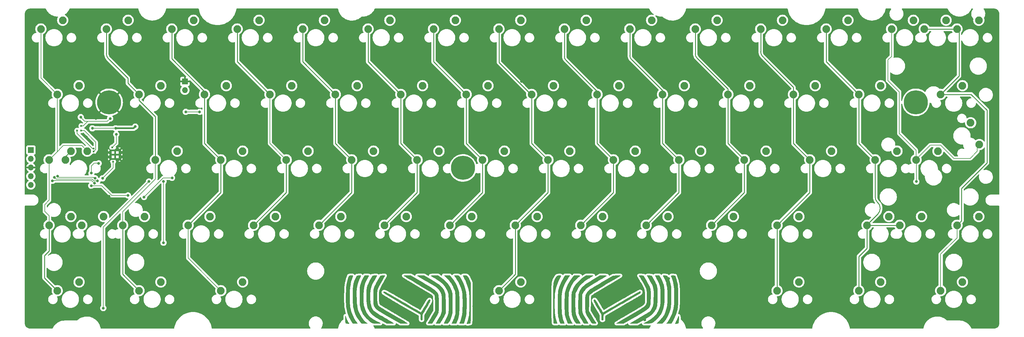
<source format=gbr>
%TF.GenerationSoftware,KiCad,Pcbnew,(6.0.10)*%
%TF.CreationDate,2023-01-19T12:44:57+01:00*%
%TF.ProjectId,SST60,53535436-302e-46b6-9963-61645f706362,0.1*%
%TF.SameCoordinates,Original*%
%TF.FileFunction,Copper,L1,Top*%
%TF.FilePolarity,Positive*%
%FSLAX46Y46*%
G04 Gerber Fmt 4.6, Leading zero omitted, Abs format (unit mm)*
G04 Created by KiCad (PCBNEW (6.0.10)) date 2023-01-19 12:44:57*
%MOMM*%
%LPD*%
G01*
G04 APERTURE LIST*
%TA.AperFunction,ComponentPad*%
%ADD10C,2.250000*%
%TD*%
%TA.AperFunction,ComponentPad*%
%ADD11C,1.000000*%
%TD*%
%TA.AperFunction,ComponentPad*%
%ADD12C,7.001300*%
%TD*%
%TA.AperFunction,ComponentPad*%
%ADD13C,7.000240*%
%TD*%
%TA.AperFunction,ComponentPad*%
%ADD14C,0.600000*%
%TD*%
%TA.AperFunction,ComponentPad*%
%ADD15R,1.700000X1.700000*%
%TD*%
%TA.AperFunction,ComponentPad*%
%ADD16O,1.700000X1.700000*%
%TD*%
%TA.AperFunction,ViaPad*%
%ADD17C,0.800000*%
%TD*%
%TA.AperFunction,ViaPad*%
%ADD18C,0.600000*%
%TD*%
%TA.AperFunction,Conductor*%
%ADD19C,0.500000*%
%TD*%
%TA.AperFunction,Conductor*%
%ADD20C,0.200000*%
%TD*%
%TA.AperFunction,Conductor*%
%ADD21C,0.250000*%
%TD*%
G04 APERTURE END LIST*
%TO.C,G\u002A\u002A\u002A*%
G36*
X191131623Y-118432482D02*
G01*
X191390848Y-118452769D01*
X191484389Y-118479875D01*
X191423197Y-118589018D01*
X191261059Y-118828514D01*
X191030130Y-119151248D01*
X190973417Y-119228564D01*
X190462153Y-119987817D01*
X190039187Y-120775114D01*
X189654587Y-121684123D01*
X189630233Y-121748310D01*
X189452691Y-122256616D01*
X189314218Y-122753818D01*
X189210394Y-123277310D01*
X189136797Y-123864488D01*
X189089005Y-124552748D01*
X189062598Y-125379487D01*
X189053153Y-126382099D01*
X189052912Y-126631078D01*
X189064247Y-127788809D01*
X189100751Y-128761583D01*
X189166914Y-129585311D01*
X189267226Y-130295903D01*
X189406178Y-130929271D01*
X189588260Y-131521324D01*
X189702693Y-131827870D01*
X189827762Y-132153578D01*
X189910888Y-132386157D01*
X189931550Y-132459838D01*
X189831154Y-132487856D01*
X189571973Y-132506508D01*
X189315847Y-132511190D01*
X188960847Y-132503493D01*
X188758109Y-132456982D01*
X188638094Y-132336525D01*
X188535407Y-132116922D01*
X188413155Y-131765525D01*
X188294533Y-131332975D01*
X188252588Y-131146398D01*
X188161726Y-130708865D01*
X188069972Y-130275933D01*
X188037667Y-130126474D01*
X188004562Y-129855043D01*
X187978013Y-129399279D01*
X187957954Y-128796585D01*
X187944320Y-128084362D01*
X187937043Y-127300012D01*
X187936057Y-126480939D01*
X187941295Y-125664544D01*
X187952692Y-124888230D01*
X187970180Y-124189398D01*
X187993693Y-123605451D01*
X188023166Y-123173792D01*
X188050386Y-122966189D01*
X188404246Y-121677002D01*
X188941970Y-120359255D01*
X189641293Y-119066359D01*
X189747190Y-118896125D01*
X190045250Y-118424728D01*
X190764819Y-118424728D01*
X191131623Y-118432482D01*
G37*
G36*
X214576986Y-118447164D02*
G01*
X215264343Y-118480186D01*
X215959532Y-119700273D01*
X216272629Y-120254055D01*
X216515924Y-120710473D01*
X216698215Y-121109839D01*
X216828301Y-121492464D01*
X216914982Y-121898659D01*
X216967055Y-122368735D01*
X216993321Y-122943003D01*
X217002577Y-123661773D01*
X217003635Y-124483693D01*
X216998347Y-125442947D01*
X216978227Y-126215643D01*
X216936423Y-126836915D01*
X216866086Y-127341896D01*
X216760364Y-127765718D01*
X216612407Y-128143515D01*
X216415364Y-128510420D01*
X216162386Y-128901566D01*
X216134153Y-128942776D01*
X215820410Y-129356349D01*
X215459087Y-129739831D01*
X215019870Y-130116645D01*
X214472445Y-130510209D01*
X213786496Y-130943946D01*
X212931711Y-131441276D01*
X212815252Y-131506959D01*
X211029838Y-132511190D01*
X209941917Y-132511190D01*
X209394677Y-132501218D01*
X209066384Y-132471147D01*
X208955041Y-132420750D01*
X208965615Y-132399571D01*
X209086835Y-132317096D01*
X209375039Y-132138438D01*
X209805230Y-131878558D01*
X210352412Y-131552420D01*
X210991585Y-131174985D01*
X211697755Y-130761215D01*
X211893244Y-130647202D01*
X212707612Y-130171496D01*
X213353269Y-129789846D01*
X213853835Y-129485763D01*
X214232929Y-129242762D01*
X214514170Y-129044354D01*
X214721178Y-128874054D01*
X214877572Y-128715373D01*
X215006971Y-128551825D01*
X215109955Y-128401835D01*
X215332691Y-128044989D01*
X215503712Y-127706900D01*
X215630455Y-127349719D01*
X215720355Y-126935599D01*
X215780848Y-126426693D01*
X215819370Y-125785153D01*
X215843355Y-124973131D01*
X215849789Y-124636081D01*
X215861353Y-123793554D01*
X215855488Y-123125415D01*
X215820656Y-122584300D01*
X215745319Y-122122841D01*
X215617939Y-121693671D01*
X215426975Y-121249424D01*
X215160891Y-120742733D01*
X214808148Y-120126233D01*
X214710297Y-119958357D01*
X214420706Y-119457632D01*
X214175937Y-119025912D01*
X213995764Y-118698745D01*
X213899961Y-118511676D01*
X213889629Y-118483066D01*
X213990367Y-118452095D01*
X214252962Y-118439789D01*
X214576986Y-118447164D01*
G37*
G36*
X206058951Y-118421019D02*
G01*
X206223174Y-118462832D01*
X206231354Y-118480186D01*
X206138444Y-118572271D01*
X205886417Y-118751091D01*
X205509295Y-118994252D01*
X205041097Y-119279360D01*
X204816956Y-119411190D01*
X203407155Y-120235352D01*
X202120833Y-120994643D01*
X200966624Y-121683733D01*
X199953160Y-122297292D01*
X199089076Y-122829991D01*
X198383004Y-123276499D01*
X197843580Y-123631488D01*
X197479436Y-123889626D01*
X197299205Y-124045585D01*
X197289806Y-124057970D01*
X197218422Y-124186576D01*
X197164568Y-124354866D01*
X197125206Y-124595394D01*
X197097301Y-124940715D01*
X197077818Y-125423382D01*
X197063722Y-126075951D01*
X197056641Y-126558432D01*
X197027584Y-128758075D01*
X197880896Y-130218694D01*
X198195294Y-130753557D01*
X198485876Y-131241881D01*
X198727160Y-131641279D01*
X198893664Y-131909363D01*
X198935935Y-131973728D01*
X199097963Y-132249039D01*
X199103314Y-132411955D01*
X198931259Y-132490111D01*
X198561072Y-132511142D01*
X198532798Y-132511190D01*
X198154372Y-132494241D01*
X197923788Y-132428042D01*
X197768607Y-132289568D01*
X197747708Y-132261627D01*
X197511780Y-131915708D01*
X197226991Y-131469406D01*
X196921085Y-130969721D01*
X196621809Y-130463650D01*
X196356908Y-129998193D01*
X196154127Y-129620350D01*
X196041212Y-129377118D01*
X196035920Y-129361973D01*
X195991037Y-129106766D01*
X195955114Y-128654363D01*
X195929270Y-128029262D01*
X195914622Y-127255960D01*
X195911630Y-126638893D01*
X195912525Y-125859871D01*
X195917108Y-125268329D01*
X195928879Y-124829909D01*
X195951338Y-124510258D01*
X195987986Y-124275019D01*
X196042322Y-124089837D01*
X196117848Y-123920358D01*
X196205407Y-123755472D01*
X196462004Y-123354188D01*
X196771589Y-122962739D01*
X196903068Y-122823805D01*
X197093274Y-122675901D01*
X197450622Y-122433540D01*
X197949780Y-122112557D01*
X198565416Y-121728784D01*
X199272198Y-121298055D01*
X200044793Y-120836204D01*
X200690502Y-120456549D01*
X204073472Y-118482258D01*
X205155119Y-118425763D01*
X205697124Y-118408369D01*
X206058951Y-118421019D01*
G37*
G36*
X137606800Y-118447364D02*
G01*
X137689629Y-118469711D01*
X137637013Y-118578774D01*
X137490520Y-118849355D01*
X137267182Y-119250857D01*
X136984028Y-119752680D01*
X136658090Y-120324223D01*
X136635838Y-120363042D01*
X136294117Y-120975246D01*
X135985949Y-121557855D01*
X135731637Y-122070059D01*
X135551487Y-122471048D01*
X135467779Y-122710694D01*
X135427351Y-123006978D01*
X135395122Y-123468861D01*
X135373729Y-124040178D01*
X135365809Y-124664762D01*
X135366549Y-124866522D01*
X135383305Y-125649696D01*
X135426592Y-126247879D01*
X135507041Y-126697341D01*
X135635281Y-127034354D01*
X135821941Y-127295191D01*
X136077651Y-127516123D01*
X136159873Y-127573613D01*
X136335587Y-127683476D01*
X136680007Y-127890870D01*
X137169909Y-128182091D01*
X137782067Y-128543439D01*
X138493255Y-128961212D01*
X139280250Y-129421709D01*
X140119824Y-129911226D01*
X140296179Y-130013834D01*
X141133867Y-130502472D01*
X141915110Y-130960921D01*
X142618200Y-131376238D01*
X143221428Y-131735479D01*
X143703088Y-132025703D01*
X144041471Y-132233965D01*
X144214871Y-132347324D01*
X144229772Y-132359199D01*
X144275156Y-132428560D01*
X144212372Y-132473128D01*
X144010350Y-132497811D01*
X143638018Y-132507515D01*
X143286977Y-132508108D01*
X142181768Y-132505025D01*
X139020633Y-130680804D01*
X138106149Y-130153211D01*
X137363347Y-129724272D01*
X136772038Y-129381304D01*
X136312036Y-129111624D01*
X135963150Y-128902547D01*
X135705194Y-128741390D01*
X135517979Y-128615470D01*
X135381317Y-128512102D01*
X135275020Y-128418602D01*
X135178900Y-128322288D01*
X135072768Y-128210475D01*
X135048841Y-128185426D01*
X134802417Y-127913080D01*
X134611400Y-127651039D01*
X134468857Y-127366579D01*
X134367854Y-127026977D01*
X134301458Y-126599512D01*
X134262735Y-126051459D01*
X134244752Y-125350097D01*
X134240575Y-124462703D01*
X134240641Y-124371167D01*
X134241141Y-123670208D01*
X134249370Y-123120328D01*
X134277795Y-122677336D01*
X134338888Y-122297041D01*
X134445117Y-121935253D01*
X134608951Y-121547781D01*
X134842860Y-121090435D01*
X135159314Y-120519024D01*
X135496049Y-119922107D01*
X136308557Y-118480186D01*
X136999093Y-118447164D01*
X137357203Y-118438150D01*
X137606800Y-118447364D01*
G37*
G36*
X132723401Y-118435274D02*
G01*
X132961231Y-118462651D01*
X133031113Y-118493406D01*
X132977588Y-118616197D01*
X132837325Y-118871782D01*
X132642563Y-119201708D01*
X132246793Y-119905063D01*
X131937469Y-120587149D01*
X131705729Y-121288573D01*
X131542709Y-122049940D01*
X131439544Y-122911857D01*
X131387372Y-123914931D01*
X131376804Y-125000433D01*
X131385256Y-125732965D01*
X131407040Y-126299213D01*
X131447541Y-126754586D01*
X131512141Y-127154493D01*
X131606225Y-127554340D01*
X131635439Y-127662442D01*
X131945771Y-128578624D01*
X132348446Y-129366205D01*
X132869729Y-130054558D01*
X133535888Y-130673059D01*
X134373189Y-131251081D01*
X135304913Y-131766111D01*
X135850469Y-132047673D01*
X136198458Y-132246793D01*
X136351012Y-132377622D01*
X136310265Y-132454313D01*
X136078349Y-132491016D01*
X135657397Y-132501885D01*
X135415830Y-132502134D01*
X134849339Y-132491704D01*
X134439748Y-132456340D01*
X134122645Y-132386324D01*
X133833618Y-132271939D01*
X133807533Y-132259498D01*
X133439145Y-132026843D01*
X132987002Y-131659479D01*
X132496587Y-131202997D01*
X132013384Y-130702985D01*
X131582877Y-130205034D01*
X131250551Y-129754732D01*
X131159081Y-129604903D01*
X130955296Y-129186973D01*
X130740194Y-128656088D01*
X130554741Y-128114880D01*
X130526368Y-128019804D01*
X130434287Y-127687944D01*
X130365231Y-127387940D01*
X130315921Y-127079864D01*
X130283080Y-126723787D01*
X130263428Y-126279782D01*
X130253687Y-125707920D01*
X130250579Y-124968272D01*
X130250452Y-124659279D01*
X130256751Y-123629561D01*
X130280153Y-122783377D01*
X130327778Y-122082652D01*
X130406744Y-121489312D01*
X130524173Y-120965280D01*
X130687184Y-120472483D01*
X130902895Y-119972844D01*
X131178428Y-119428290D01*
X131255516Y-119284335D01*
X131719379Y-118424728D01*
X132375246Y-118424728D01*
X132723401Y-118435274D01*
G37*
G36*
X188706560Y-118449049D02*
G01*
X188908035Y-118521426D01*
X188920440Y-118682416D01*
X188757079Y-118950382D01*
X188710895Y-119010301D01*
X188508452Y-119339529D01*
X188274168Y-119835161D01*
X188026157Y-120447468D01*
X187782533Y-121126717D01*
X187561411Y-121823178D01*
X187380906Y-122487119D01*
X187284504Y-122926300D01*
X187204890Y-123381657D01*
X187145385Y-123825007D01*
X187103322Y-124300063D01*
X187076029Y-124850541D01*
X187060839Y-125520156D01*
X187055081Y-126352622D01*
X187054799Y-126688046D01*
X187061033Y-127744889D01*
X187081647Y-128616506D01*
X187120400Y-129339252D01*
X187181053Y-129949479D01*
X187267367Y-130483542D01*
X187383103Y-130977794D01*
X187532021Y-131468591D01*
X187557000Y-131542826D01*
X187686202Y-131934184D01*
X187781043Y-132243360D01*
X187823413Y-132410905D01*
X187824127Y-132419701D01*
X187728333Y-132483880D01*
X187493580Y-132509503D01*
X187198814Y-132499592D01*
X186922978Y-132457170D01*
X186745017Y-132385258D01*
X186737140Y-132378090D01*
X186705702Y-132289421D01*
X186679119Y-132082535D01*
X186657094Y-131744226D01*
X186639332Y-131261285D01*
X186625534Y-130620504D01*
X186615406Y-129808676D01*
X186608650Y-128812593D01*
X186604970Y-127619047D01*
X186604039Y-126448135D01*
X186603851Y-125130109D01*
X186604655Y-124013462D01*
X186608503Y-123077740D01*
X186617449Y-122302491D01*
X186633546Y-121667261D01*
X186658847Y-121151598D01*
X186695404Y-120735048D01*
X186745270Y-120397158D01*
X186810499Y-120117476D01*
X186893143Y-119875548D01*
X186995255Y-119650922D01*
X187118888Y-119423143D01*
X187266094Y-119171761D01*
X187348392Y-119032169D01*
X187539623Y-118721387D01*
X187699086Y-118553413D01*
X187906571Y-118479315D01*
X188241871Y-118450158D01*
X188302709Y-118446922D01*
X188706560Y-118449049D01*
G37*
G36*
X219140871Y-118444945D02*
G01*
X219173630Y-118446644D01*
X219541410Y-118474365D01*
X219762378Y-118535691D01*
X219911459Y-118670685D01*
X220063581Y-118919414D01*
X220066066Y-118923854D01*
X220237160Y-119290660D01*
X220431239Y-119800341D01*
X220624087Y-120379015D01*
X220791488Y-120952803D01*
X220909225Y-121447824D01*
X220929094Y-121556802D01*
X220948245Y-121783237D01*
X220964848Y-122194843D01*
X220978162Y-122754961D01*
X220987444Y-123426935D01*
X220991950Y-124174107D01*
X220992013Y-124662478D01*
X220987162Y-125573414D01*
X220975585Y-126299004D01*
X220955118Y-126875688D01*
X220923593Y-127339908D01*
X220878845Y-127728104D01*
X220818707Y-128076717D01*
X220777729Y-128267231D01*
X220463365Y-129278928D01*
X219992758Y-130311938D01*
X219407573Y-131287359D01*
X218749475Y-132126290D01*
X218727021Y-132150710D01*
X218547797Y-132331640D01*
X218381761Y-132438969D01*
X218164677Y-132491874D01*
X217832310Y-132509531D01*
X217519500Y-132511190D01*
X216645290Y-132511190D01*
X217408124Y-131762500D01*
X217963733Y-131167087D01*
X218477464Y-130523750D01*
X218903804Y-129893935D01*
X219189176Y-129357818D01*
X219278294Y-129108294D01*
X219399424Y-128709911D01*
X219532769Y-128229508D01*
X219600395Y-127969356D01*
X219692635Y-127586233D01*
X219761231Y-127238069D01*
X219809616Y-126881550D01*
X219841222Y-126473367D01*
X219859483Y-125970209D01*
X219867832Y-125328763D01*
X219869709Y-124571578D01*
X219863771Y-123634832D01*
X219845030Y-122894128D01*
X219812095Y-122323967D01*
X219763572Y-121898852D01*
X219709369Y-121633757D01*
X219618741Y-121250878D01*
X219560002Y-120921621D01*
X219547714Y-120784746D01*
X219498534Y-120552722D01*
X219373392Y-120199202D01*
X219203526Y-119796903D01*
X219020173Y-119418541D01*
X218854571Y-119136833D01*
X218819767Y-119090230D01*
X218678018Y-118848375D01*
X218607402Y-118668478D01*
X218575705Y-118526230D01*
X218623190Y-118453649D01*
X218796148Y-118432599D01*
X219140871Y-118444945D01*
G37*
G36*
X135278554Y-118454489D02*
G01*
X135360371Y-118483066D01*
X135307275Y-118598077D01*
X135160990Y-118869138D01*
X134941026Y-119261225D01*
X134666889Y-119739311D01*
X134517701Y-119996061D01*
X134144039Y-120661934D01*
X133858921Y-121246411D01*
X133651058Y-121797741D01*
X133509162Y-122364175D01*
X133421944Y-122993963D01*
X133378116Y-123735355D01*
X133366389Y-124636601D01*
X133367261Y-124913374D01*
X133373444Y-125569749D01*
X133388531Y-126057848D01*
X133419765Y-126431221D01*
X133474387Y-126743420D01*
X133559639Y-127047996D01*
X133682763Y-127398501D01*
X133715105Y-127485628D01*
X133947838Y-128043018D01*
X134185858Y-128452419D01*
X134471542Y-128784555D01*
X134522873Y-128833723D01*
X134746859Y-129009096D01*
X135132316Y-129273114D01*
X135647413Y-129605587D01*
X136260320Y-129986324D01*
X136939207Y-130395137D01*
X137533116Y-130743118D01*
X138220372Y-131142641D01*
X138849479Y-131512217D01*
X139393191Y-131835528D01*
X139824261Y-132096261D01*
X140115444Y-132278102D01*
X140236759Y-132362054D01*
X140280603Y-132430171D01*
X140213321Y-132473875D01*
X140004257Y-132497878D01*
X139622754Y-132506898D01*
X139293964Y-132507063D01*
X138188755Y-132502935D01*
X136525000Y-131570337D01*
X135971512Y-131258572D01*
X135482779Y-130980424D01*
X135092957Y-130755558D01*
X134836199Y-130603642D01*
X134750327Y-130548483D01*
X134175615Y-130071633D01*
X133742426Y-129673909D01*
X133407603Y-129311544D01*
X133127990Y-128940766D01*
X133050453Y-128824474D01*
X132802975Y-128417492D01*
X132611171Y-128025185D01*
X132468228Y-127611086D01*
X132367333Y-127138731D01*
X132301673Y-126571654D01*
X132264434Y-125873390D01*
X132248805Y-125007475D01*
X132246980Y-124524107D01*
X132247864Y-123746890D01*
X132254274Y-123151515D01*
X132269840Y-122697998D01*
X132298191Y-122346356D01*
X132342956Y-122056605D01*
X132407765Y-121788760D01*
X132496248Y-121502838D01*
X132530607Y-121399648D01*
X132716917Y-120917801D01*
X132976129Y-120341152D01*
X133264815Y-119763788D01*
X133400484Y-119515117D01*
X133985009Y-118480186D01*
X134672690Y-118447164D01*
X135029919Y-118440107D01*
X135278554Y-118454489D01*
G37*
G36*
X201750484Y-118433896D02*
G01*
X202092062Y-118458575D01*
X202283874Y-118494519D01*
X202308074Y-118520638D01*
X202200347Y-118599371D01*
X201925513Y-118774139D01*
X201508463Y-119029861D01*
X200974089Y-119351454D01*
X200347281Y-119723836D01*
X199652931Y-120131926D01*
X199536918Y-120199709D01*
X198802020Y-120634309D01*
X198103055Y-121058084D01*
X197471210Y-121451321D01*
X196937670Y-121794311D01*
X196533622Y-122067343D01*
X196290252Y-122250708D01*
X196286253Y-122254186D01*
X195869883Y-122696077D01*
X195506273Y-123217766D01*
X195420006Y-123375770D01*
X195092545Y-124026038D01*
X195060803Y-126402010D01*
X195054726Y-127411581D01*
X195066436Y-128200800D01*
X195095961Y-128770438D01*
X195143328Y-129121265D01*
X195157982Y-129174936D01*
X195257668Y-129416844D01*
X195441436Y-129804350D01*
X195685453Y-130289237D01*
X195965889Y-130823286D01*
X196047654Y-130974994D01*
X196318622Y-131479145D01*
X196547012Y-131912440D01*
X196713936Y-132238388D01*
X196800504Y-132420499D01*
X196808406Y-132444645D01*
X196708093Y-132481162D01*
X196449435Y-132505333D01*
X196200919Y-132511190D01*
X195828335Y-132495995D01*
X195607004Y-132435276D01*
X195467523Y-132306336D01*
X195437835Y-132261627D01*
X195064452Y-131658412D01*
X194785904Y-131195696D01*
X194576437Y-130827781D01*
X194410294Y-130508973D01*
X194261719Y-130193577D01*
X194221595Y-130103799D01*
X194125626Y-129882793D01*
X194052256Y-129686433D01*
X193998448Y-129481612D01*
X193961170Y-129235224D01*
X193937386Y-128914160D01*
X193924061Y-128485315D01*
X193918162Y-127915581D01*
X193916653Y-127171853D01*
X193916598Y-126776288D01*
X193918402Y-125918206D01*
X193925322Y-125248698D01*
X193939559Y-124734526D01*
X193963312Y-124342448D01*
X193998779Y-124039225D01*
X194048159Y-123791616D01*
X194113652Y-123566382D01*
X194132681Y-123510020D01*
X194314390Y-123013060D01*
X194487500Y-122638781D01*
X194700110Y-122303991D01*
X195000323Y-121925498D01*
X195151167Y-121748506D01*
X195362583Y-121522230D01*
X195614331Y-121296328D01*
X195934623Y-121051026D01*
X196351668Y-120766548D01*
X196893677Y-120423120D01*
X197588858Y-120000965D01*
X197959706Y-119779729D01*
X200239804Y-118424728D01*
X201303577Y-118424728D01*
X201750484Y-118433896D01*
G37*
G36*
X221500842Y-118446922D02*
G01*
X222124281Y-118480186D01*
X222372895Y-119201147D01*
X222550680Y-119735718D01*
X222691160Y-120216469D01*
X222798641Y-120680406D01*
X222877428Y-121164539D01*
X222931827Y-121705873D01*
X222966145Y-122341418D01*
X222984686Y-123108180D01*
X222991758Y-124043168D01*
X222992345Y-124525164D01*
X222989469Y-125504635D01*
X222979854Y-126293145D01*
X222962018Y-126921506D01*
X222934481Y-127420531D01*
X222895761Y-127821029D01*
X222844378Y-128153812D01*
X222809909Y-128320354D01*
X222396846Y-129774894D01*
X221853791Y-131060529D01*
X221550438Y-131610762D01*
X221043777Y-132455732D01*
X220295087Y-132488529D01*
X219920378Y-132495398D01*
X219651840Y-132482110D01*
X219546450Y-132451542D01*
X219546397Y-132450702D01*
X219612745Y-132333136D01*
X219782606Y-132109099D01*
X219920017Y-131943587D01*
X220229962Y-131512938D01*
X220565792Y-130933319D01*
X220895336Y-130269862D01*
X221186424Y-129587701D01*
X221406886Y-128951968D01*
X221420131Y-128906387D01*
X221565812Y-128366293D01*
X221677519Y-127865456D01*
X221758698Y-127363708D01*
X221812794Y-126820880D01*
X221843252Y-126196804D01*
X221853520Y-125451311D01*
X221847041Y-124544232D01*
X221838751Y-124026038D01*
X221817979Y-123075514D01*
X221789400Y-122305818D01*
X221746851Y-121675950D01*
X221684170Y-121144909D01*
X221595193Y-120671694D01*
X221473760Y-120215305D01*
X221313707Y-119734742D01*
X221113574Y-119201147D01*
X220986535Y-118858832D01*
X220900816Y-118601033D01*
X220877458Y-118502380D01*
X220977561Y-118459647D01*
X221236411Y-118441240D01*
X221500842Y-118446922D01*
G37*
G36*
X151199721Y-119717859D02*
G01*
X152119865Y-120273567D01*
X152863888Y-120750479D01*
X153454932Y-121167287D01*
X153916140Y-121542685D01*
X154270655Y-121895363D01*
X154541622Y-122244015D01*
X154734868Y-122573088D01*
X154913240Y-122935823D01*
X155051962Y-123267245D01*
X155156007Y-123602453D01*
X155230349Y-123976546D01*
X155279962Y-124424622D01*
X155309819Y-124981780D01*
X155324895Y-125683119D01*
X155330162Y-126563737D01*
X155330490Y-126776288D01*
X155333340Y-129415621D01*
X155026840Y-130103799D01*
X154814393Y-130540707D01*
X154535795Y-131060372D01*
X154246464Y-131559994D01*
X154207414Y-131623854D01*
X153694489Y-132455732D01*
X153068041Y-132488996D01*
X152729200Y-132496375D01*
X152501722Y-132481005D01*
X152441594Y-132455921D01*
X152494865Y-132339806D01*
X152639741Y-132073542D01*
X152853817Y-131697271D01*
X153102998Y-131270896D01*
X153445816Y-130679528D01*
X153710483Y-130179486D01*
X153906581Y-129727876D01*
X154043694Y-129281805D01*
X154131403Y-128798379D01*
X154179292Y-128234704D01*
X154196943Y-127547886D01*
X154193939Y-126695032D01*
X154190478Y-126403144D01*
X154179712Y-125618020D01*
X154167583Y-125019854D01*
X154150097Y-124573787D01*
X154123259Y-124244960D01*
X154083076Y-123998512D01*
X154025552Y-123799585D01*
X153946695Y-123613317D01*
X153848204Y-123415994D01*
X153439613Y-122765738D01*
X152899701Y-122177659D01*
X152198344Y-121623924D01*
X151332424Y-121091700D01*
X150636542Y-120701598D01*
X149928102Y-120299630D01*
X149235273Y-119902257D01*
X148586227Y-119525942D01*
X148009132Y-119187147D01*
X147532161Y-118902333D01*
X147183482Y-118687963D01*
X146991267Y-118560499D01*
X146967684Y-118541037D01*
X146990188Y-118483073D01*
X147203169Y-118445626D01*
X147618708Y-118427242D01*
X147933214Y-118424728D01*
X149015053Y-118424728D01*
X151199721Y-119717859D01*
G37*
G36*
X212080859Y-123179893D02*
G01*
X212099509Y-123389744D01*
X211977699Y-123609962D01*
X211938091Y-123646533D01*
X211810828Y-123728458D01*
X211509556Y-123910374D01*
X211052516Y-124181597D01*
X210457952Y-124531437D01*
X209744104Y-124949208D01*
X208929214Y-125424222D01*
X208031524Y-125945792D01*
X207069275Y-126503231D01*
X206530886Y-126814450D01*
X201300546Y-129835581D01*
X201279818Y-130535613D01*
X201267858Y-130924823D01*
X201257607Y-131232711D01*
X201252089Y-131374291D01*
X201151605Y-131478643D01*
X200967795Y-131512937D01*
X200755981Y-131465270D01*
X200681764Y-131374291D01*
X200679330Y-131194218D01*
X200682037Y-130870996D01*
X200687363Y-130570142D01*
X200689069Y-130344293D01*
X200673923Y-130147407D01*
X200627750Y-129947563D01*
X200536375Y-129712838D01*
X200385621Y-129411308D01*
X200161313Y-129011052D01*
X199849275Y-128480147D01*
X199497505Y-127890648D01*
X199077762Y-127181045D01*
X198766623Y-126635362D01*
X198552780Y-126230891D01*
X198424924Y-125944919D01*
X198371749Y-125754736D01*
X198379162Y-125644578D01*
X198531477Y-125445012D01*
X198743281Y-125448830D01*
X198938413Y-125606605D01*
X199047677Y-125763390D01*
X199245813Y-126076898D01*
X199511066Y-126511569D01*
X199821682Y-127031844D01*
X200091944Y-127492195D01*
X200413217Y-128038321D01*
X200697067Y-128510962D01*
X200924596Y-128879451D01*
X201076912Y-129113120D01*
X201133611Y-129182877D01*
X201237151Y-129128384D01*
X201514630Y-128971963D01*
X201948531Y-128723737D01*
X202521339Y-128393827D01*
X203215536Y-127992359D01*
X204013608Y-127529454D01*
X204898038Y-127015235D01*
X205851309Y-126459826D01*
X206461102Y-126103971D01*
X207451969Y-125528017D01*
X208388967Y-124988452D01*
X209254037Y-124495329D01*
X210029125Y-124058700D01*
X210696172Y-123688618D01*
X211237123Y-123395137D01*
X211633921Y-123188308D01*
X211868508Y-123078186D01*
X211923766Y-123062689D01*
X212080859Y-123179893D01*
G37*
G36*
X156992641Y-118951583D02*
G01*
X157672637Y-119805926D01*
X158253843Y-120705982D01*
X158673292Y-121543120D01*
X158861967Y-122021489D01*
X159011409Y-122481208D01*
X159125941Y-122956729D01*
X159209885Y-123482505D01*
X159267562Y-124092989D01*
X159303297Y-124822634D01*
X159321410Y-125705892D01*
X159326232Y-126747533D01*
X159322911Y-127743045D01*
X159310362Y-128551584D01*
X159284245Y-129207957D01*
X159240216Y-129746970D01*
X159173935Y-130203431D01*
X159081060Y-130612146D01*
X158957248Y-131007923D01*
X158798157Y-131425569D01*
X158718598Y-131618689D01*
X158368641Y-132455732D01*
X157678917Y-132488754D01*
X157321045Y-132497730D01*
X157071720Y-132488398D01*
X156989192Y-132465950D01*
X157045864Y-132347864D01*
X157187861Y-132119029D01*
X157251192Y-132024046D01*
X157405638Y-131740779D01*
X157590497Y-131319935D01*
X157773635Y-130836773D01*
X157833506Y-130660387D01*
X158153821Y-129682806D01*
X158153039Y-126632588D01*
X158150745Y-125645689D01*
X158141282Y-124847865D01*
X158119942Y-124206370D01*
X158082019Y-123688458D01*
X158022803Y-123261385D01*
X157937587Y-122892404D01*
X157821663Y-122548769D01*
X157670324Y-122197735D01*
X157478860Y-121806557D01*
X157451381Y-121752238D01*
X157124945Y-121125072D01*
X156847308Y-120644074D01*
X156577374Y-120252608D01*
X156274043Y-119894040D01*
X155896219Y-119511735D01*
X155669613Y-119296871D01*
X154738244Y-118424728D01*
X156526671Y-118424728D01*
X156992641Y-118951583D01*
G37*
G36*
X137433840Y-123133146D02*
G01*
X137584041Y-123180839D01*
X137801777Y-123275297D01*
X138102027Y-123424553D01*
X138499768Y-123636642D01*
X139009978Y-123919598D01*
X139647634Y-124281454D01*
X140427715Y-124730245D01*
X141365198Y-125274004D01*
X142475061Y-125920765D01*
X142766528Y-126090914D01*
X143755427Y-126667787D01*
X144686234Y-127209687D01*
X145541469Y-127706511D01*
X146303655Y-128148158D01*
X146955314Y-128524527D01*
X147478967Y-128825516D01*
X147857137Y-129041023D01*
X148072345Y-129160948D01*
X148116389Y-129182877D01*
X148187515Y-129092117D01*
X148350365Y-128839741D01*
X148586046Y-128456414D01*
X148875661Y-127972807D01*
X149158056Y-127492195D01*
X149489488Y-126928608D01*
X149793199Y-126421785D01*
X150047435Y-126007287D01*
X150230443Y-125720671D01*
X150311587Y-125606605D01*
X150546750Y-125433286D01*
X150750592Y-125465722D01*
X150871391Y-125646073D01*
X150877859Y-125767211D01*
X150821146Y-125960858D01*
X150689780Y-126249996D01*
X150472290Y-126657607D01*
X150157203Y-127206673D01*
X149751886Y-127888799D01*
X149351826Y-128556989D01*
X149051971Y-129067057D01*
X148838125Y-129450940D01*
X148696091Y-129740576D01*
X148611672Y-129967903D01*
X148570672Y-130164858D01*
X148558894Y-130363378D01*
X148561476Y-130566799D01*
X148568424Y-130947959D01*
X148570483Y-131247335D01*
X148568236Y-131374291D01*
X148473834Y-131484317D01*
X148281246Y-131507002D01*
X148097533Y-131439165D01*
X148052707Y-131389619D01*
X148011087Y-131220489D01*
X147978353Y-130902238D01*
X147962973Y-130551253D01*
X147949454Y-129836204D01*
X142636505Y-126764745D01*
X141640636Y-126186728D01*
X140701201Y-125637026D01*
X139836083Y-125126406D01*
X139063159Y-124665630D01*
X138400310Y-124265464D01*
X137865415Y-123936672D01*
X137476355Y-123690018D01*
X137251008Y-123536266D01*
X137201571Y-123492685D01*
X137144843Y-123301997D01*
X137276135Y-123145919D01*
X137336197Y-123124184D01*
X137433840Y-123133146D01*
G37*
G36*
X130617830Y-118450158D02*
G01*
X130672880Y-118517575D01*
X130644460Y-118652787D01*
X130639513Y-118668478D01*
X130528357Y-118925631D01*
X130352623Y-119247724D01*
X130301037Y-119331894D01*
X130167841Y-119605701D01*
X130005712Y-120032545D01*
X129836971Y-120549631D01*
X129709667Y-120995650D01*
X129586927Y-121471248D01*
X129498778Y-121866771D01*
X129439740Y-122235949D01*
X129404333Y-122632513D01*
X129387074Y-123110193D01*
X129382485Y-123722720D01*
X129383593Y-124192413D01*
X129409531Y-125386972D01*
X129475386Y-126470919D01*
X129578184Y-127416035D01*
X129714952Y-128194106D01*
X129860519Y-128716744D01*
X130257984Y-129618304D01*
X130793728Y-130519360D01*
X131418036Y-131345698D01*
X132067438Y-132011120D01*
X132639094Y-132511190D01*
X130827625Y-132511190D01*
X130450498Y-132039793D01*
X130020226Y-131464592D01*
X129552026Y-130774965D01*
X129281467Y-130348308D01*
X128952166Y-129694295D01*
X128664946Y-128861798D01*
X128413608Y-127832121D01*
X128362147Y-127575383D01*
X128331000Y-127303703D01*
X128303351Y-126850506D01*
X128280590Y-126256097D01*
X128264106Y-125560782D01*
X128255290Y-124804868D01*
X128254192Y-124445129D01*
X128263771Y-123339541D01*
X128296793Y-122418890D01*
X128358884Y-121647000D01*
X128455674Y-120987689D01*
X128592791Y-120404780D01*
X128775863Y-119862093D01*
X129010519Y-119323448D01*
X129069995Y-119201147D01*
X129426310Y-118480186D01*
X130073402Y-118446644D01*
X130433330Y-118432520D01*
X130617830Y-118450158D01*
G37*
G36*
X194037265Y-118437828D02*
G01*
X194343255Y-118473544D01*
X194476655Y-118526499D01*
X194479148Y-118535645D01*
X194412008Y-118643497D01*
X194391594Y-118646562D01*
X194276711Y-118716833D01*
X194040331Y-118905528D01*
X193722904Y-119179466D01*
X193527055Y-119355700D01*
X192721328Y-120235953D01*
X192035898Y-121290349D01*
X191482104Y-122499801D01*
X191246745Y-123194160D01*
X191196321Y-123432656D01*
X191157302Y-123788254D01*
X191128772Y-124282334D01*
X191109813Y-124936279D01*
X191099507Y-125771471D01*
X191096872Y-126688046D01*
X191098125Y-127592836D01*
X191102835Y-128307705D01*
X191113126Y-128864561D01*
X191131124Y-129295313D01*
X191158954Y-129631870D01*
X191198742Y-129906140D01*
X191252611Y-130150033D01*
X191322689Y-130395456D01*
X191349529Y-130481574D01*
X191528338Y-130987961D01*
X191743617Y-131512868D01*
X191925226Y-131895766D01*
X192248958Y-132511190D01*
X191592229Y-132511190D01*
X191218116Y-132502219D01*
X190999663Y-132458701D01*
X190870908Y-132355731D01*
X190784357Y-132206169D01*
X190538353Y-131652523D01*
X190301704Y-131022748D01*
X190112444Y-130422641D01*
X190041520Y-130139833D01*
X190002980Y-129839787D01*
X189972239Y-129357555D01*
X189949262Y-128732650D01*
X189934013Y-128004581D01*
X189926458Y-127212860D01*
X189926562Y-126396997D01*
X189934290Y-125596504D01*
X189949608Y-124850890D01*
X189972480Y-124199667D01*
X190002871Y-123682346D01*
X190040747Y-123338438D01*
X190047553Y-123301885D01*
X190385110Y-122123405D01*
X190902148Y-120945923D01*
X191565730Y-119834375D01*
X192254285Y-118951583D01*
X192723329Y-118424728D01*
X193601239Y-118424728D01*
X194037265Y-118437828D01*
G37*
G36*
X161283608Y-118435108D02*
G01*
X161502236Y-118491964D01*
X161662945Y-118633863D01*
X161809193Y-118841113D01*
X162000587Y-119172357D01*
X162215286Y-119605766D01*
X162369148Y-119957420D01*
X162653552Y-120657342D01*
X162647906Y-126436484D01*
X162644691Y-127874929D01*
X162637961Y-129099115D01*
X162627552Y-130116591D01*
X162613302Y-130934905D01*
X162595046Y-131561607D01*
X162572621Y-132004246D01*
X162545865Y-132270370D01*
X162519613Y-132363408D01*
X162376829Y-132430328D01*
X162118136Y-132484393D01*
X161822054Y-132517578D01*
X161567107Y-132521861D01*
X161431815Y-132489220D01*
X161425873Y-132475159D01*
X161458943Y-132360474D01*
X161546223Y-132091060D01*
X161669822Y-131721977D01*
X161688236Y-131667749D01*
X161832611Y-131176144D01*
X161975034Y-130579890D01*
X162088312Y-129994731D01*
X162103222Y-129901378D01*
X162162132Y-129367307D01*
X162205804Y-128665913D01*
X162234253Y-127847201D01*
X162247490Y-126961176D01*
X162245529Y-126057843D01*
X162228381Y-125187205D01*
X162196061Y-124399268D01*
X162148579Y-123744035D01*
X162101557Y-123360535D01*
X161850615Y-122206068D01*
X161472765Y-121005639D01*
X161003067Y-119864862D01*
X160812826Y-119478664D01*
X160600909Y-119065465D01*
X160434136Y-118731334D01*
X160334745Y-118521326D01*
X160316703Y-118473528D01*
X160417038Y-118446766D01*
X160675786Y-118429040D01*
X160925173Y-118424728D01*
X161283608Y-118435108D01*
G37*
G36*
X128233016Y-118438135D02*
G01*
X128318777Y-118508244D01*
X128316463Y-118668045D01*
X128232203Y-118953103D01*
X128072127Y-119398987D01*
X127983024Y-119644815D01*
X127781845Y-120308648D01*
X127627854Y-121064678D01*
X127518366Y-121939574D01*
X127450699Y-122960006D01*
X127422168Y-124152647D01*
X127425008Y-125190666D01*
X127436426Y-126000006D01*
X127451747Y-126629425D01*
X127474914Y-127120835D01*
X127509869Y-127516149D01*
X127560553Y-127857279D01*
X127630909Y-128186138D01*
X127724878Y-128544639D01*
X127748395Y-128629094D01*
X128003263Y-129411261D01*
X128323738Y-130200385D01*
X128681588Y-130937305D01*
X129048585Y-131562863D01*
X129329982Y-131943587D01*
X129541744Y-132202609D01*
X129677151Y-132390567D01*
X129703603Y-132445634D01*
X129602403Y-132478995D01*
X129337587Y-132502602D01*
X128981264Y-132511190D01*
X128258926Y-132511190D01*
X127887928Y-131928876D01*
X127476080Y-131241777D01*
X127146970Y-130587309D01*
X126881783Y-129912082D01*
X126661700Y-129162703D01*
X126467906Y-128285780D01*
X126325877Y-127496711D01*
X126297483Y-127199854D01*
X126276893Y-126723185D01*
X126263809Y-126108582D01*
X126257935Y-125397918D01*
X126258971Y-124633071D01*
X126266622Y-123855915D01*
X126280589Y-123108325D01*
X126300574Y-122432178D01*
X126326281Y-121869349D01*
X126357412Y-121461712D01*
X126369450Y-121364029D01*
X126478587Y-120757314D01*
X126635356Y-120068673D01*
X126816106Y-119392195D01*
X126997183Y-118821970D01*
X127032904Y-118724877D01*
X127117382Y-118553212D01*
X127245518Y-118463452D01*
X127481829Y-118429422D01*
X127772746Y-118424728D01*
X128053048Y-118422152D01*
X128233016Y-118438135D01*
G37*
G36*
X212250907Y-118447164D02*
G01*
X212941443Y-118480186D01*
X213753951Y-119922107D01*
X214148933Y-120622708D01*
X214450953Y-121172321D01*
X214672480Y-121615137D01*
X214825982Y-121995348D01*
X214923930Y-122357143D01*
X214978792Y-122744714D01*
X215003039Y-123202251D01*
X215009139Y-123773945D01*
X215009359Y-124371167D01*
X215005857Y-125051421D01*
X214994884Y-125683425D01*
X214977813Y-126222089D01*
X214956016Y-126622322D01*
X214934812Y-126819926D01*
X214863422Y-127140233D01*
X214760808Y-127430205D01*
X214609327Y-127704460D01*
X214391339Y-127977619D01*
X214089202Y-128264301D01*
X213685275Y-128579126D01*
X213161916Y-128936712D01*
X212501484Y-129351680D01*
X211686338Y-129838648D01*
X210698836Y-130412237D01*
X210375953Y-130597872D01*
X207042727Y-132511190D01*
X205951855Y-132511190D01*
X205431532Y-132503898D01*
X205112728Y-132480346D01*
X204975554Y-132438019D01*
X204983424Y-132388749D01*
X205102474Y-132308482D01*
X205393000Y-132128836D01*
X205834691Y-131861916D01*
X206407236Y-131519827D01*
X207090324Y-131114674D01*
X207863646Y-130658560D01*
X208706891Y-130163592D01*
X209248183Y-129847020D01*
X210302762Y-129233159D01*
X211184232Y-128719370D01*
X211908065Y-128288897D01*
X212489732Y-127924985D01*
X212944702Y-127610880D01*
X213288448Y-127329827D01*
X213536440Y-127065071D01*
X213704148Y-126799857D01*
X213807043Y-126517431D01*
X213860597Y-126201036D01*
X213880279Y-125833919D01*
X213881561Y-125399325D01*
X213879914Y-124880498D01*
X213880142Y-124830606D01*
X213877746Y-124014292D01*
X213850444Y-123357490D01*
X213783311Y-122807381D01*
X213661421Y-122311144D01*
X213469849Y-121815959D01*
X213193667Y-121269008D01*
X212817951Y-120617471D01*
X212576283Y-120216502D01*
X212247751Y-119671895D01*
X211963480Y-119194009D01*
X211741990Y-118814523D01*
X211601797Y-118565111D01*
X211560371Y-118478671D01*
X211661144Y-118450028D01*
X211923925Y-118439271D01*
X212250907Y-118447164D01*
G37*
G36*
X153911572Y-118989521D02*
G01*
X154954050Y-119794870D01*
X155835675Y-120714571D01*
X156538361Y-121726118D01*
X157044023Y-122807001D01*
X157093984Y-122950360D01*
X157167117Y-123185261D01*
X157223369Y-123420434D01*
X157264946Y-123688563D01*
X157294055Y-124022333D01*
X157312901Y-124454428D01*
X157323691Y-125017533D01*
X157328632Y-125744333D01*
X157329843Y-126444481D01*
X157326674Y-127420492D01*
X157314941Y-128204179D01*
X157293236Y-128824936D01*
X157260151Y-129312158D01*
X157214277Y-129695239D01*
X157160611Y-129976481D01*
X156886776Y-130879676D01*
X156514243Y-131698441D01*
X156232949Y-132150710D01*
X156061397Y-132361855D01*
X155883544Y-132469215D01*
X155617157Y-132507273D01*
X155373342Y-132511190D01*
X155041534Y-132501839D01*
X154822707Y-132477744D01*
X154770851Y-132455004D01*
X154818477Y-132340120D01*
X154948217Y-132068511D01*
X155140368Y-131680536D01*
X155375227Y-131216557D01*
X155380016Y-131207187D01*
X155634362Y-130678825D01*
X155857049Y-130159663D01*
X156021644Y-129714778D01*
X156095935Y-129444688D01*
X156135104Y-129107913D01*
X156165044Y-128597001D01*
X156185751Y-127958711D01*
X156197220Y-127239803D01*
X156199445Y-126487035D01*
X156192423Y-125747167D01*
X156176147Y-125066958D01*
X156150613Y-124493168D01*
X156115816Y-124072554D01*
X156096516Y-123942423D01*
X155994615Y-123566578D01*
X155823240Y-123089339D01*
X155616831Y-122605304D01*
X155585802Y-122539677D01*
X155110003Y-121738369D01*
X154470347Y-120988975D01*
X153649186Y-120274526D01*
X152628872Y-119578055D01*
X152301220Y-119381692D01*
X151818677Y-119095606D01*
X151407539Y-118843616D01*
X151104979Y-118649123D01*
X150948172Y-118535528D01*
X150935940Y-118522257D01*
X151012410Y-118481257D01*
X151266782Y-118448752D01*
X151655168Y-118428893D01*
X151967783Y-118424728D01*
X153059902Y-118424728D01*
X153911572Y-118989521D01*
G37*
G36*
X148488183Y-120379522D02*
G01*
X149545114Y-121002965D01*
X150424635Y-121535794D01*
X151145002Y-121991921D01*
X151724471Y-122385258D01*
X152181299Y-122729714D01*
X152533740Y-123039203D01*
X152800050Y-123327634D01*
X152998486Y-123608919D01*
X153147304Y-123896970D01*
X153168212Y-123945769D01*
X153226114Y-124200631D01*
X153273188Y-124633927D01*
X153309092Y-125202509D01*
X153333481Y-125863223D01*
X153346012Y-126572920D01*
X153346342Y-127288447D01*
X153334125Y-127966655D01*
X153309019Y-128564392D01*
X153270679Y-129038507D01*
X153218763Y-129345849D01*
X153211421Y-129370028D01*
X153105949Y-129603804D01*
X152905142Y-129976920D01*
X152635196Y-130443134D01*
X152322306Y-130956203D01*
X152227954Y-131106087D01*
X151372015Y-132455732D01*
X150742175Y-132488996D01*
X150330577Y-132489085D01*
X150131910Y-132434838D01*
X150112336Y-132395202D01*
X150170716Y-132220820D01*
X150311396Y-131977633D01*
X150314064Y-131973728D01*
X150440562Y-131775170D01*
X150652801Y-131427064D01*
X150925300Y-130971797D01*
X151232576Y-130451758D01*
X151369104Y-130218694D01*
X152222416Y-128758075D01*
X152193359Y-126558432D01*
X152182111Y-125802965D01*
X152168634Y-125235637D01*
X152149217Y-124822757D01*
X152120145Y-124530636D01*
X152077708Y-124325583D01*
X152018192Y-124173908D01*
X151937885Y-124041920D01*
X151911996Y-124005064D01*
X151661959Y-123725388D01*
X151386263Y-123511964D01*
X151357410Y-123496211D01*
X151147811Y-123380741D01*
X150783986Y-123171691D01*
X150290364Y-122883662D01*
X149691370Y-122531258D01*
X149011435Y-122129080D01*
X148274984Y-121691729D01*
X147506445Y-121233808D01*
X146730248Y-120769918D01*
X145970818Y-120314663D01*
X145252583Y-119882642D01*
X144599973Y-119488460D01*
X144037413Y-119146716D01*
X143589332Y-118872014D01*
X143280157Y-118678956D01*
X143134316Y-118582142D01*
X143128525Y-118577291D01*
X143082428Y-118507209D01*
X143144447Y-118462099D01*
X143345865Y-118436811D01*
X143717966Y-118426198D01*
X144055464Y-118424728D01*
X145144817Y-118424728D01*
X148488183Y-120379522D01*
G37*
G36*
X197733457Y-118433796D02*
G01*
X198083060Y-118458248D01*
X198284233Y-118493950D01*
X198314060Y-118522257D01*
X198200701Y-118611442D01*
X197932183Y-118787680D01*
X197545693Y-119027505D01*
X197078417Y-119307453D01*
X196951788Y-119381864D01*
X195943542Y-120022692D01*
X195124729Y-120662038D01*
X194465149Y-121329607D01*
X193934605Y-122055107D01*
X193583817Y-122695033D01*
X193102408Y-123693286D01*
X193065228Y-126244378D01*
X193057626Y-127283441D01*
X193072725Y-128137975D01*
X193117387Y-128844722D01*
X193198474Y-129440419D01*
X193322846Y-129961808D01*
X193497366Y-130445629D01*
X193728895Y-130928620D01*
X194024293Y-131447521D01*
X194042647Y-131478027D01*
X194278444Y-131875239D01*
X194463272Y-132198290D01*
X194571906Y-132402457D01*
X194590065Y-132448551D01*
X194489376Y-132481881D01*
X194228113Y-132504600D01*
X193937728Y-132511190D01*
X193560766Y-132501038D01*
X193327934Y-132450344D01*
X193161762Y-132328748D01*
X193017836Y-132150710D01*
X192788341Y-131771642D01*
X192540764Y-131250190D01*
X192305866Y-130660361D01*
X192114411Y-130076159D01*
X192044569Y-129809223D01*
X192003245Y-129511770D01*
X191969130Y-129019105D01*
X191943224Y-128357764D01*
X191926529Y-127554283D01*
X191920043Y-126635198D01*
X191920004Y-126505010D01*
X191922125Y-125623974D01*
X191929012Y-124931020D01*
X191942841Y-124392414D01*
X191965790Y-123974418D01*
X192000034Y-123643296D01*
X192047749Y-123365313D01*
X192111113Y-123106733D01*
X192147357Y-122980833D01*
X192526359Y-122054603D01*
X193098173Y-121135070D01*
X193835446Y-120256104D01*
X194710825Y-119451571D01*
X195414857Y-118935023D01*
X196184189Y-118424728D01*
X197279263Y-118424728D01*
X197733457Y-118433796D01*
G37*
G36*
X217996070Y-119284335D02*
G01*
X218258386Y-119810286D01*
X218515430Y-120394343D01*
X218715458Y-120918228D01*
X218730392Y-120962933D01*
X218816142Y-121235778D01*
X218881481Y-121487715D01*
X218929184Y-121754140D01*
X218962022Y-122070446D01*
X218982771Y-122472030D01*
X218994203Y-122994285D01*
X218999092Y-123672606D01*
X219000177Y-124405870D01*
X218996713Y-125369083D01*
X218981556Y-126148409D01*
X218948673Y-126781724D01*
X218892030Y-127306903D01*
X218805593Y-127761822D01*
X218683330Y-128184356D01*
X218519206Y-128612381D01*
X218307189Y-129083771D01*
X218228662Y-129249086D01*
X217966023Y-129747233D01*
X217669810Y-130190420D01*
X217290256Y-130646018D01*
X216870302Y-131087916D01*
X216313629Y-131627195D01*
X215840452Y-132013602D01*
X215400395Y-132271150D01*
X214943078Y-132423853D01*
X214418124Y-132495721D01*
X213884292Y-132511190D01*
X213431514Y-132500966D01*
X213106597Y-132473041D01*
X212947990Y-132431540D01*
X212940818Y-132410008D01*
X213060967Y-132314213D01*
X213328436Y-132144833D01*
X213694486Y-131932069D01*
X213862429Y-131838933D01*
X214837453Y-131269991D01*
X215625609Y-130720833D01*
X216255622Y-130158997D01*
X216756217Y-129552018D01*
X217156120Y-128867433D01*
X217484055Y-128072778D01*
X217649546Y-127558942D01*
X217727918Y-127277492D01*
X217785929Y-127008851D01*
X217825933Y-126715296D01*
X217850283Y-126359103D01*
X217861332Y-125902549D01*
X217861431Y-125307910D01*
X217852935Y-124537464D01*
X217850171Y-124342349D01*
X217831513Y-123406688D01*
X217799506Y-122651064D01*
X217744886Y-122033720D01*
X217658389Y-121512895D01*
X217530749Y-121046831D01*
X217352703Y-120593769D01*
X217114986Y-120111950D01*
X216808332Y-119559615D01*
X216776929Y-119504834D01*
X216542771Y-119092011D01*
X216356982Y-118754897D01*
X216243151Y-118536866D01*
X216218886Y-118478851D01*
X216319609Y-118450119D01*
X216581078Y-118430493D01*
X216874754Y-118424728D01*
X217530621Y-118424728D01*
X217996070Y-119284335D01*
G37*
G36*
X158875291Y-118429946D02*
G01*
X159113498Y-118466332D01*
X159269732Y-118564985D01*
X159413923Y-118757002D01*
X159485592Y-118869610D01*
X160025016Y-119774568D01*
X160460596Y-120631680D01*
X160801917Y-121479751D01*
X161058564Y-122357585D01*
X161240123Y-123303987D01*
X161356180Y-124357761D01*
X161416319Y-125557712D01*
X161430620Y-126743505D01*
X161420108Y-127842873D01*
X161387559Y-128760069D01*
X161328695Y-129534042D01*
X161239241Y-130203743D01*
X161114921Y-130808122D01*
X160951458Y-131386127D01*
X160905481Y-131526583D01*
X160593996Y-132455732D01*
X159956223Y-132488996D01*
X159613874Y-132497901D01*
X159382383Y-132486791D01*
X159318450Y-132465373D01*
X159355967Y-132339078D01*
X159452771Y-132072820D01*
X159547307Y-131827870D01*
X159773877Y-131192175D01*
X159948979Y-130547938D01*
X160077874Y-129855772D01*
X160165823Y-129076295D01*
X160218088Y-128170120D01*
X160239929Y-127097863D01*
X160241343Y-126632588D01*
X160235279Y-125665557D01*
X160217456Y-124886812D01*
X160186084Y-124263028D01*
X160139375Y-123760882D01*
X160075537Y-123347047D01*
X160061004Y-123274101D01*
X159805492Y-122313124D01*
X159442301Y-121325228D01*
X159003976Y-120386042D01*
X158523066Y-119571197D01*
X158380735Y-119369561D01*
X158112993Y-119001848D01*
X157904190Y-118704288D01*
X157783665Y-118519249D01*
X157765611Y-118481258D01*
X157866797Y-118452442D01*
X158131494Y-118432076D01*
X158485181Y-118424728D01*
X158875291Y-118429946D01*
G37*
G36*
X126189155Y-130279903D02*
G01*
X126311822Y-130531958D01*
X126418435Y-130820508D01*
X126595414Y-131268805D01*
X126818084Y-131713758D01*
X126945291Y-131921131D01*
X127127380Y-132197961D01*
X127242502Y-132395003D01*
X127263428Y-132447987D01*
X127167862Y-132500765D01*
X126933861Y-132515370D01*
X126640470Y-132497363D01*
X126366732Y-132452307D01*
X126191694Y-132385765D01*
X126176397Y-132371491D01*
X126118784Y-132205671D01*
X126072295Y-131896779D01*
X126038950Y-131501731D01*
X126020765Y-131077445D01*
X126019758Y-130680838D01*
X126037947Y-130368827D01*
X126077349Y-130198329D01*
X126098799Y-130182481D01*
X126189155Y-130279903D01*
G37*
G36*
X223182323Y-130282317D02*
G01*
X223218139Y-130546581D01*
X223232213Y-130917596D01*
X223225842Y-131338493D01*
X223200320Y-131752399D01*
X223156943Y-132102443D01*
X223097005Y-132331754D01*
X223073603Y-132371491D01*
X222930691Y-132439630D01*
X222678945Y-132491615D01*
X222401098Y-132519006D01*
X222179881Y-132513362D01*
X222097489Y-132471086D01*
X222141460Y-132359897D01*
X222259532Y-132094366D01*
X222430940Y-131720675D01*
X222541157Y-131484218D01*
X222735525Y-131051369D01*
X222886617Y-130680483D01*
X222972816Y-130426356D01*
X222984825Y-130359694D01*
X223055171Y-130205023D01*
X223123472Y-130181678D01*
X223182323Y-130282317D01*
G37*
%TD*%
D10*
%TO.P,1.50u,1,COL*%
%TO.N,col0*%
X42227500Y-122872500D03*
%TO.P,1.50u,2,ROW*%
%TO.N,Net-(D5-Pad2)*%
X48577500Y-120332500D03*
%TD*%
%TO.P,T,1,COL*%
%TO.N,col5*%
X142240000Y-65722500D03*
%TO.P,T,2,ROW*%
%TO.N,Net-(D26-Pad2)*%
X148590000Y-63182500D03*
%TD*%
%TO.P,Tab,1,COL*%
%TO.N,col0*%
X42227500Y-65722500D03*
%TO.P,Tab,2,ROW*%
%TO.N,Net-(D2-Pad2)*%
X48577500Y-63182500D03*
%TD*%
%TO.P,[,1,COL*%
%TO.N,col11*%
X256540000Y-65722500D03*
%TO.P,[,2,ROW*%
%TO.N,Net-(D54-Pad2)*%
X262890000Y-63182500D03*
%TD*%
%TO.P,1.50u,1,COL*%
%TO.N,col11*%
X251777500Y-122872500D03*
%TO.P,1.50u,2,ROW*%
%TO.N,Net-(D57-Pad2)*%
X258127500Y-120332500D03*
%TD*%
%TO.P,R,1,COL*%
%TO.N,col4*%
X123190000Y-65722500D03*
%TO.P,R,2,ROW*%
%TO.N,Net-(D21-Pad2)*%
X129540000Y-63182500D03*
%TD*%
%TO.P,<,1,COL*%
%TO.N,col9*%
X213677500Y-103822500D03*
%TO.P,<,2,ROW*%
%TO.N,Net-(D46-Pad2)*%
X220027500Y-101282500D03*
%TD*%
%TO.P,Stepped,1,COL*%
%TO.N,col0*%
X39846250Y-84772500D03*
%TO.P,Stepped,2,ROW*%
%TO.N,Net-(D3-Pad2)*%
X46196250Y-82232500D03*
%TD*%
%TO.P,S,1,COL*%
%TO.N,col2*%
X89852500Y-84772500D03*
%TO.P,S,2,ROW*%
%TO.N,Net-(D14-Pad2)*%
X96202500Y-82232500D03*
%TD*%
%TO.P,B,1,COL*%
%TO.N,col6*%
X156527500Y-103822500D03*
%TO.P,B,2,ROW*%
%TO.N,Net-(D33-Pad2)*%
X162877500Y-101282500D03*
%TD*%
%TO.P,H,1,COL*%
%TO.N,col6*%
X166052500Y-84772500D03*
%TO.P,H,2,ROW*%
%TO.N,Net-(D32-Pad2)*%
X172402500Y-82232500D03*
%TD*%
%TO.P,D,1,COL*%
%TO.N,col3*%
X108902500Y-84772500D03*
%TO.P,D,2,ROW*%
%TO.N,Net-(D18-Pad2)*%
X115252500Y-82232500D03*
%TD*%
%TO.P,J,1,COL*%
%TO.N,col7*%
X185102500Y-84772500D03*
%TO.P,J,2,ROW*%
%TO.N,Net-(D36-Pad2)*%
X191452500Y-82232500D03*
%TD*%
%TO.P,ISO,1,COL*%
%TO.N,col12*%
X280352500Y-84772500D03*
%TO.P,ISO,2,ROW*%
%TO.N,Net-(D60-Pad2)*%
X286702500Y-82232500D03*
%TD*%
%TO.P,Z,1,COL*%
%TO.N,col2*%
X80327500Y-103822500D03*
%TO.P,Z,2,ROW*%
%TO.N,Net-(D11-Pad2)*%
X86677500Y-101282500D03*
%TD*%
%TO.P,Split,1,COL*%
%TO.N,col14*%
X304165000Y-103822500D03*
%TO.P,Split,2,ROW*%
%TO.N,Net-(D67-Pad2)*%
X310515000Y-101282500D03*
%TD*%
%TO.P,W,1,COL*%
%TO.N,col2*%
X85090000Y-65722500D03*
%TO.P,W,2,ROW*%
%TO.N,Net-(D13-Pad2)*%
X91440000Y-63182500D03*
%TD*%
%TO.P,-,1,COL*%
%TO.N,col11*%
X247015000Y-46672500D03*
%TO.P,-,2,ROW*%
%TO.N,Net-(D53-Pad2)*%
X253365000Y-44132500D03*
%TD*%
%TO.P,Split,1,COL*%
%TO.N,col12*%
X277971250Y-103822500D03*
%TO.P,Split,2,ROW*%
%TO.N,Net-(D61-Pad2)*%
X284321250Y-101282500D03*
%TD*%
%TO.P,V,1,COL*%
%TO.N,col5*%
X137477500Y-103822500D03*
%TO.P,V,2,ROW*%
%TO.N,Net-(D28-Pad2)*%
X143827500Y-101282500D03*
%TD*%
%TO.P,X,1,COL*%
%TO.N,col3*%
X99377500Y-103822500D03*
%TO.P,X,2,ROW*%
%TO.N,Net-(D19-Pad2)*%
X105727500Y-101282500D03*
%TD*%
%TO.P,1u,1,COL*%
%TO.N,col12*%
X275590000Y-122872500D03*
%TO.P,1u,2,ROW*%
%TO.N,Net-(D62-Pad2)*%
X281940000Y-120332500D03*
%TD*%
%TO.P,5,1,COL*%
%TO.N,col5*%
X132715000Y-46672500D03*
%TO.P,5,2,ROW*%
%TO.N,Net-(D25-Pad2)*%
X139065000Y-44132500D03*
%TD*%
D11*
%TO.P,H1,1,1*%
%TO.N,GND*%
X55709904Y-66404904D03*
X57336250Y-70331250D03*
X58962596Y-69657596D03*
X55036250Y-68031250D03*
X292186250Y-70331250D03*
X57336250Y-65731250D03*
X59636250Y-68031250D03*
X58962596Y-66404904D03*
X292186250Y-65731250D03*
D12*
X57336250Y-68031250D03*
D11*
X55709904Y-69657596D03*
D13*
%TO.P,H1,2*%
%TO.N,N/C*%
X160336250Y-87131250D03*
D11*
%TO.P,H1,3*%
X293635250Y-70413250D03*
%TO.P,H1,4*%
X290714250Y-70413250D03*
D13*
X292186250Y-68031250D03*
D11*
%TO.P,H1,5*%
X290841250Y-65714250D03*
%TO.P,H1,6*%
X293635250Y-65714250D03*
%TD*%
D10*
%TO.P,G,1,COL*%
%TO.N,col5*%
X147002500Y-84772500D03*
%TO.P,G,2,ROW*%
%TO.N,Net-(D27-Pad2)*%
X153352500Y-82232500D03*
%TD*%
%TO.P,:,1,COL*%
%TO.N,col10*%
X242252500Y-84772500D03*
%TO.P,:,2,ROW*%
%TO.N,Net-(D50-Pad2)*%
X248602500Y-82232500D03*
%TD*%
%TO.P,8,1,COL*%
%TO.N,col8*%
X189865000Y-46672500D03*
%TO.P,8,2,ROW*%
%TO.N,Net-(D39-Pad2)*%
X196215000Y-44132500D03*
%TD*%
%TO.P,P,1,COL*%
%TO.N,col10*%
X237490000Y-65722500D03*
%TO.P,P,2,ROW*%
%TO.N,Net-(D49-Pad2)*%
X243840000Y-63182500D03*
%TD*%
%TO.P,Q,1,COL*%
%TO.N,col1*%
X66040000Y-65722500D03*
%TO.P,Q,2,ROW*%
%TO.N,Net-(D7-Pad2)*%
X72390000Y-63182500D03*
%TD*%
%TO.P,1,1,COL*%
%TO.N,col1*%
X56515000Y-46672500D03*
%TO.P,1,2,ROW*%
%TO.N,Net-(D6-Pad2)*%
X62865000Y-44132500D03*
%TD*%
%TO.P,Y,1,COL*%
%TO.N,col6*%
X161290000Y-65722500D03*
%TO.P,Y,2,ROW*%
%TO.N,Net-(D31-Pad2)*%
X167640000Y-63182500D03*
%TD*%
%TO.P,],1,COL*%
%TO.N,col12*%
X275590000Y-65722500D03*
%TO.P,],2,ROW*%
%TO.N,Net-(D59-Pad2)*%
X281940000Y-63182500D03*
%TD*%
%TO.P,9,1,COL*%
%TO.N,col9*%
X208915000Y-46672500D03*
%TO.P,9,2,ROW*%
%TO.N,Net-(D43-Pad2)*%
X215265000Y-44132500D03*
%TD*%
%TO.P,ISO,1,COL*%
%TO.N,col1*%
X61277500Y-103822500D03*
%TO.P,ISO,2,ROW*%
%TO.N,Net-(D9-Pad2)*%
X67627500Y-101282500D03*
%TD*%
%TO.P,>,1,COL*%
%TO.N,col10*%
X232727500Y-103822500D03*
%TO.P,>,2,ROW*%
%TO.N,Net-(D51-Pad2)*%
X239077500Y-101282500D03*
%TD*%
%TO.P,Full,1,COL*%
%TO.N,col12*%
X287496250Y-103822500D03*
%TO.P,Full,2,ROW*%
%TO.N,Net-(D61-Pad2)*%
X293846250Y-101282500D03*
%TD*%
%TO.P,C,1,COL*%
%TO.N,col4*%
X118427500Y-103822500D03*
%TO.P,C,2,ROW*%
%TO.N,Net-(D23-Pad2)*%
X124777500Y-101282500D03*
%TD*%
%TO.P,E,1,COL*%
%TO.N,col3*%
X104140000Y-65722500D03*
%TO.P,E,2,ROW*%
%TO.N,Net-(D17-Pad2)*%
X110490000Y-63182500D03*
%TD*%
%TO.P,ANSI,1,COL*%
%TO.N,col13*%
X292258750Y-84772500D03*
%TO.P,ANSI,2,ROW*%
%TO.N,Net-(D64-Pad2)*%
X298608750Y-82232500D03*
%TD*%
%TO.P,A,1,COL*%
%TO.N,col1*%
X70802500Y-84772500D03*
%TO.P,A,2,ROW*%
%TO.N,Net-(D8-Pad2)*%
X77152500Y-82232500D03*
%TD*%
%TO.P,Split,1,COL*%
%TO.N,col14*%
X304165000Y-46672500D03*
%TO.P,Split,2,ROW*%
%TO.N,Net-(D65-Pad2)*%
X310515000Y-44132500D03*
%TD*%
%TO.P,0,1,COL*%
%TO.N,col10*%
X227965000Y-46672500D03*
%TO.P,0,2,ROW*%
%TO.N,Net-(D48-Pad2)*%
X234315000Y-44132500D03*
%TD*%
%TO.P,L,1,COL*%
%TO.N,col9*%
X223202500Y-84772500D03*
%TO.P,L,2,ROW*%
%TO.N,Net-(D45-Pad2)*%
X229552500Y-82232500D03*
%TD*%
%TO.P,I,1,COL*%
%TO.N,col8*%
X199390000Y-65722500D03*
%TO.P,I,2,ROW*%
%TO.N,Net-(D40-Pad2)*%
X205740000Y-63182500D03*
%TD*%
%TO.P,M,1,COL*%
%TO.N,col8*%
X194627500Y-103822500D03*
%TO.P,M,2,ROW*%
%TO.N,Net-(D42-Pad2)*%
X200977500Y-101282500D03*
%TD*%
%TO.P,Full,1,COL*%
%TO.N,col14*%
X294640000Y-46672500D03*
%TO.P,Full,2,ROW*%
%TO.N,Net-(D65-Pad2)*%
X300990000Y-44132500D03*
%TD*%
%TO.P,?,1,COL*%
%TO.N,col11*%
X251777500Y-103822500D03*
%TO.P,?,2,ROW*%
%TO.N,Net-(D56-Pad2)*%
X258127500Y-101282500D03*
%TD*%
%TO.P,F,1,COL*%
%TO.N,col4*%
X127952500Y-84772500D03*
%TO.P,F,2,ROW*%
%TO.N,Net-(D22-Pad2)*%
X134302500Y-82232500D03*
%TD*%
%TO.P,ISO,1,COL*%
%TO.N,col13*%
X310673750Y-80327500D03*
%TO.P,ISO,2,ROW*%
%TO.N,Net-(D64-Pad2)*%
X308133750Y-73977500D03*
%TD*%
%TO.P,1u,1,COL*%
%TO.N,col1*%
X66040000Y-122872500D03*
%TO.P,1u,2,ROW*%
%TO.N,Net-(D10-Pad2)*%
X72390000Y-120332500D03*
%TD*%
%TO.P,N,1,COL*%
%TO.N,col7*%
X175577500Y-103822500D03*
%TO.P,N,2,ROW*%
%TO.N,Net-(D37-Pad2)*%
X181927500Y-101282500D03*
%TD*%
%TO.P,3,1,COL*%
%TO.N,col3*%
X94615000Y-46672500D03*
%TO.P,3,2,ROW*%
%TO.N,Net-(D16-Pad2)*%
X100965000Y-44132500D03*
%TD*%
%TO.P,6,1,COL*%
%TO.N,col6*%
X151765000Y-46672500D03*
%TO.P,6,2,ROW*%
%TO.N,Net-(D30-Pad2)*%
X158115000Y-44132500D03*
%TD*%
%TO.P,",1,COL*%
%TO.N,col11*%
X261302500Y-84772500D03*
%TO.P,",2,ROW*%
%TO.N,Net-(D55-Pad2)*%
X267652500Y-82232500D03*
%TD*%
%TO.P,Esc,1,COL*%
%TO.N,col0*%
X37465000Y-46672500D03*
%TO.P,Esc,2,ROW*%
%TO.N,Net-(D1-Pad2)*%
X43815000Y-44132500D03*
%TD*%
%TO.P,1.50u,1,COL*%
%TO.N,col2*%
X89852500Y-122872500D03*
%TO.P,1.50u,2,ROW*%
%TO.N,Net-(D15-Pad2)*%
X96202500Y-120332500D03*
%TD*%
%TO.P,=,1,COL*%
%TO.N,col12*%
X266065000Y-46672500D03*
%TO.P,=,2,ROW*%
%TO.N,Net-(D58-Pad2)*%
X272415000Y-44132500D03*
%TD*%
%TO.P,Split,1,COL*%
%TO.N,col13*%
X285115000Y-46672500D03*
%TO.P,Split,2,ROW*%
%TO.N,Net-(D63-Pad2)*%
X291465000Y-44132500D03*
%TD*%
%TO.P,K,1,COL*%
%TO.N,col8*%
X204152500Y-84772500D03*
%TO.P,K,2,ROW*%
%TO.N,Net-(D41-Pad2)*%
X210502500Y-82232500D03*
%TD*%
%TO.P,ISO,1,COL*%
%TO.N,col0*%
X39846250Y-103822500D03*
%TO.P,ISO,2,ROW*%
%TO.N,Net-(D4-Pad2)*%
X46196250Y-101282500D03*
%TD*%
%TO.P,2,1,COL*%
%TO.N,col2*%
X75565000Y-46672500D03*
%TO.P,2,2,ROW*%
%TO.N,Net-(D12-Pad2)*%
X81915000Y-44132500D03*
%TD*%
%TO.P,ANSI,1,COL*%
%TO.N,col14*%
X299402500Y-65722500D03*
%TO.P,ANSI,2,ROW*%
%TO.N,Net-(D66-Pad2)*%
X305752500Y-63182500D03*
%TD*%
%TO.P,Full,1,ROW*%
%TO.N,Net-(D3-Pad2)*%
X44608750Y-84772500D03*
%TO.P,Full,2,COL*%
%TO.N,col0*%
X50958750Y-82232500D03*
%TD*%
%TO.P,7,1,COL*%
%TO.N,col7*%
X170815000Y-46672500D03*
%TO.P,7,2,ROW*%
%TO.N,Net-(D34-Pad2)*%
X177165000Y-44132500D03*
%TD*%
%TO.P,O,1,COL*%
%TO.N,col9*%
X218440000Y-65722500D03*
%TO.P,O,2,ROW*%
%TO.N,Net-(D44-Pad2)*%
X224790000Y-63182500D03*
%TD*%
%TO.P,1.50u,1,COL*%
%TO.N,col14*%
X299402500Y-122872500D03*
%TO.P,1.50u,2,ROW*%
%TO.N,Net-(D68-Pad2)*%
X305752500Y-120332500D03*
%TD*%
%TO.P,ANSI,1,COL*%
%TO.N,col0*%
X49371250Y-103822500D03*
%TO.P,ANSI,2,ROW*%
%TO.N,Net-(D4-Pad2)*%
X55721250Y-101282500D03*
%TD*%
%TO.P,MX42,1,COL*%
%TO.N,col7*%
X170815000Y-122872500D03*
%TO.P,MX42,2,ROW*%
%TO.N,Net-(D38-Pad2)*%
X177165000Y-120332500D03*
%TD*%
%TO.P,4,1,COL*%
%TO.N,col4*%
X113665000Y-46672500D03*
%TO.P,4,2,ROW*%
%TO.N,Net-(D20-Pad2)*%
X120015000Y-44132500D03*
%TD*%
%TO.P,U,1,COL*%
%TO.N,col7*%
X180340000Y-65722500D03*
%TO.P,U,2,ROW*%
%TO.N,Net-(D35-Pad2)*%
X186690000Y-63182500D03*
%TD*%
D14*
%TO.P,U1,57,GND*%
%TO.N,GND*%
X57825000Y-83250000D03*
X57825000Y-81975000D03*
X59100000Y-84525000D03*
X59100000Y-81975000D03*
X60375000Y-83250000D03*
X59100000Y-83250000D03*
X60375000Y-84525000D03*
X57825000Y-84525000D03*
X60375000Y-81975000D03*
%TD*%
D15*
%TO.P,J2,1,Pin_1*%
%TO.N,RESET*%
X34550000Y-81925000D03*
D16*
%TO.P,J2,2,Pin_2*%
%TO.N,+3V3*%
X34550000Y-84465000D03*
%TO.P,J2,3,Pin_3*%
%TO.N,GND*%
X34550000Y-87005000D03*
%TO.P,J2,4,Pin_4*%
%TO.N,SWDIO*%
X34550000Y-89545000D03*
%TO.P,J2,5,Pin_5*%
%TO.N,SWCLK*%
X34550000Y-92085000D03*
%TD*%
D15*
%TO.P,boot,1,1*%
%TO.N,GND*%
X79375000Y-61960000D03*
D16*
%TO.P,boot,2,2*%
%TO.N,Net-(R_Flash1-Pad1)*%
X79375000Y-64500000D03*
%TD*%
D17*
%TO.N,GND*%
X199525000Y-47125000D03*
X278725000Y-51275000D03*
X44750000Y-99000000D03*
X51150000Y-88025000D03*
D18*
X299780000Y-85340000D03*
D17*
X80725000Y-69800000D03*
X82575000Y-84575000D03*
X54700000Y-74650000D03*
X78175000Y-69700000D03*
X286400000Y-61300000D03*
X104050000Y-47225000D03*
X60400000Y-90525000D03*
X237300000Y-46625000D03*
X52275000Y-93550000D03*
X51689000Y-55118000D03*
X57300000Y-95375000D03*
X50200000Y-65850000D03*
X93530000Y-82600000D03*
X75275000Y-73025000D03*
X220200000Y-119350000D03*
D18*
X64650000Y-79625000D03*
D17*
X165300000Y-130925000D03*
X50725000Y-78075000D03*
X55753000Y-56007000D03*
X300750000Y-104275000D03*
X81450000Y-90575000D03*
X247225000Y-126050000D03*
X62600000Y-54475000D03*
X109100000Y-42525000D03*
X44400000Y-78700000D03*
X68675000Y-83275000D03*
X74549000Y-82042000D03*
X63375000Y-92000000D03*
X163449000Y-127381000D03*
X53250000Y-112075000D03*
X275250000Y-46450000D03*
X239775000Y-42650000D03*
X127300000Y-48750000D03*
D18*
X301610000Y-80260000D03*
D17*
X249700000Y-75125000D03*
X236650000Y-118650000D03*
X307725000Y-86625000D03*
X60000000Y-101500000D03*
X101220000Y-82350000D03*
X295950000Y-41700000D03*
D18*
X183700000Y-126660000D03*
D17*
X79800000Y-45500000D03*
X213275000Y-131375000D03*
X259475000Y-47900000D03*
X164875000Y-45600000D03*
X177400000Y-61975000D03*
D18*
X53475000Y-72825000D03*
D17*
X231025000Y-75900000D03*
D18*
X82770000Y-65710000D03*
D17*
X133650000Y-74275000D03*
X228550000Y-126300000D03*
X155200000Y-43375000D03*
X89950000Y-48025000D03*
D18*
X51450000Y-74550000D03*
D17*
X286650000Y-54325000D03*
X117425000Y-44275000D03*
X93525000Y-74050000D03*
X200800000Y-90875000D03*
X248250000Y-131275000D03*
X37680000Y-88680000D03*
X221125000Y-47950000D03*
X279725000Y-45050000D03*
X65600000Y-87350000D03*
X144500000Y-42650000D03*
X212450000Y-43650000D03*
X250800000Y-45450000D03*
X52875000Y-83300000D03*
X37500000Y-90500000D03*
X211500000Y-77475000D03*
X142275000Y-46850000D03*
X52070000Y-76835000D03*
X183450000Y-47525000D03*
D18*
%TO.N,row0*%
X52842941Y-81532074D03*
X48000000Y-76250000D03*
D17*
%TO.N,row1*%
X57625000Y-72750000D03*
X49075000Y-72325000D03*
D18*
X52851390Y-82331532D03*
X49202294Y-76245025D03*
D17*
X83675000Y-70800000D03*
X79650000Y-70800000D03*
D18*
X49199500Y-74900000D03*
D17*
%TO.N,row2*%
X52125000Y-92300000D03*
X54300000Y-85799500D03*
X75650000Y-90025000D03*
X62800000Y-95125000D03*
X67500000Y-95600000D03*
X52175000Y-88625000D03*
%TO.N,row3*%
X73152000Y-108900000D03*
X73152000Y-91059000D03*
%TO.N,row4*%
X68925000Y-91075000D03*
X55626000Y-127950000D03*
%TO.N,RESET*%
X53250511Y-90125296D03*
X42300000Y-89575000D03*
%TO.N,SWDIO*%
X53950011Y-90892878D03*
X41350000Y-89900000D03*
%TO.N,SWCLK*%
X40825000Y-90875000D03*
X53059821Y-91600500D03*
D18*
%TO.N,+1V1*%
X58500000Y-85350000D03*
X58225000Y-81150000D03*
D17*
X55425000Y-90175000D03*
X59406334Y-77357910D03*
%TO.N,+3V3*%
X52450960Y-75599040D03*
X64950000Y-75100000D03*
X59225000Y-75600000D03*
%TO.N,col13*%
X292325000Y-91100000D03*
%TD*%
D19*
%TO.N,GND*%
X60375000Y-81975000D02*
X57825000Y-81975000D01*
X57825000Y-83250000D02*
X60375000Y-83250000D01*
X57825000Y-81975000D02*
X57825000Y-84525000D01*
X60375000Y-84525000D02*
X57825000Y-84525000D01*
X60375000Y-81975000D02*
X60375000Y-84525000D01*
X59100000Y-81975000D02*
X59100000Y-84525000D01*
D20*
%TO.N,row0*%
X48000000Y-76250000D02*
X48000000Y-77075000D01*
X48000000Y-77075000D02*
X52457074Y-81532074D01*
X52457074Y-81532074D02*
X52842941Y-81532074D01*
%TO.N,row1*%
X53091268Y-82131585D02*
X53051337Y-82131585D01*
X51086652Y-73574014D02*
X51899014Y-73574014D01*
X53442452Y-81780401D02*
X53091268Y-82131585D01*
X79650000Y-70800000D02*
X83675000Y-70800000D01*
X56800986Y-73574014D02*
X57625000Y-72750000D01*
X49199500Y-74900000D02*
X49760666Y-74900000D01*
X49760666Y-74900000D02*
X51086652Y-73574014D01*
X50083025Y-76245025D02*
X53442452Y-79604452D01*
X49202294Y-76245025D02*
X50083025Y-76245025D01*
X53442452Y-79604452D02*
X53442452Y-81780401D01*
X51899014Y-73574014D02*
X56800986Y-73574014D01*
X49199500Y-74900000D02*
X49650000Y-74900000D01*
X53051337Y-82131585D02*
X52851390Y-82331532D01*
X50224014Y-73574014D02*
X51899014Y-73574014D01*
X49075000Y-72425000D02*
X50224014Y-73574014D01*
X49075000Y-72325000D02*
X49075000Y-72425000D01*
%TO.N,row2*%
X52175000Y-86600000D02*
X53025000Y-85750000D01*
X52175000Y-88625000D02*
X52175000Y-86600000D01*
X52125000Y-92300000D02*
X55214259Y-92300000D01*
X67500000Y-95600000D02*
X73075000Y-90025000D01*
X55214259Y-92300000D02*
X58039259Y-95125000D01*
X53025000Y-85750000D02*
X54250500Y-85750000D01*
X54250500Y-85750000D02*
X54300000Y-85799500D01*
X58039259Y-95125000D02*
X62800000Y-95125000D01*
X73075000Y-90025000D02*
X75650000Y-90025000D01*
D21*
%TO.N,Net-(D3-Pad2)*%
X44608750Y-83820000D02*
X44608750Y-84772500D01*
X46196250Y-82232500D02*
X44608750Y-83820000D01*
D20*
%TO.N,row3*%
X73152000Y-108900000D02*
X73152000Y-91059000D01*
%TO.N,row4*%
X55625000Y-127949000D02*
X55625000Y-104375000D01*
X55625000Y-104375000D02*
X68925000Y-91075000D01*
X55626000Y-127950000D02*
X55625000Y-127949000D01*
%TO.N,RESET*%
X53050296Y-90125296D02*
X52825000Y-89900000D01*
X53250511Y-90125296D02*
X53050296Y-90125296D01*
X52825000Y-89900000D02*
X42625000Y-89900000D01*
X42625000Y-89900000D02*
X42300000Y-89575000D01*
%TO.N,SWDIO*%
X53950011Y-90892878D02*
X52917205Y-90892878D01*
X52917205Y-90892878D02*
X52435005Y-90410678D01*
X41860678Y-90410678D02*
X41350000Y-89900000D01*
X52435005Y-90410678D02*
X41860678Y-90410678D01*
%TO.N,SWCLK*%
X40889802Y-90810198D02*
X40825000Y-90875000D01*
X52269519Y-90810198D02*
X40889802Y-90810198D01*
X53059821Y-91600500D02*
X52269519Y-90810198D01*
%TO.N,col0*%
X39846250Y-84772500D02*
X39846250Y-96528750D01*
X39846250Y-96528750D02*
X38575000Y-97800000D01*
X37465000Y-46672500D02*
X37465000Y-58190000D01*
X42227500Y-65722500D02*
X37465000Y-60960000D01*
X42799000Y-81788000D02*
X43987000Y-80600000D01*
D21*
X38500000Y-112625000D02*
X38500000Y-119145000D01*
D20*
X39846250Y-101052500D02*
X39846250Y-103822500D01*
X38575000Y-99781250D02*
X39846250Y-101052500D01*
D21*
X39846250Y-103822500D02*
X39846250Y-111278750D01*
D20*
X49326250Y-80600000D02*
X50958750Y-82232500D01*
X38575000Y-97800000D02*
X38575000Y-99781250D01*
X42227500Y-82391250D02*
X42799000Y-81819750D01*
X43987000Y-80600000D02*
X49326250Y-80600000D01*
X37465000Y-60960000D02*
X37465000Y-58190000D01*
D21*
X38500000Y-119145000D02*
X42227500Y-122872500D01*
X39846250Y-111278750D02*
X38500000Y-112625000D01*
D20*
X42227500Y-65722500D02*
X42227500Y-82391250D01*
X42227500Y-82391250D02*
X39846250Y-84772500D01*
X42799000Y-81819750D02*
X42799000Y-81788000D01*
D21*
%TO.N,col1*%
X70802500Y-84772500D02*
X70802500Y-72211579D01*
D20*
X70802500Y-90360500D02*
X70802500Y-84772500D01*
D21*
X70802500Y-72211579D02*
X66040000Y-67449079D01*
X61277500Y-118110000D02*
X61277500Y-103822500D01*
X56515000Y-46672500D02*
X56525000Y-46682500D01*
X66040000Y-67449079D02*
X66040000Y-65722500D01*
D20*
X61277500Y-103822500D02*
X61277500Y-99885500D01*
D21*
X66040000Y-65722500D02*
X62780273Y-62462773D01*
X62780273Y-62462773D02*
X62780273Y-61015991D01*
X57184010Y-55419728D02*
X62780273Y-61015991D01*
X56525000Y-46682500D02*
X56525000Y-53828737D01*
D20*
X61277500Y-99885500D02*
X70802500Y-90360500D01*
D21*
X66040000Y-122872500D02*
X61277500Y-118110000D01*
X57184029Y-55419709D02*
G75*
G02*
X56525000Y-53828737I1590971J1591009D01*
G01*
%TO.N,col2*%
X75565000Y-55372000D02*
X75565000Y-46672500D01*
X89852500Y-84772500D02*
X85090000Y-80010000D01*
X85090000Y-64897000D02*
X75565000Y-55372000D01*
X85090000Y-65722500D02*
X85090000Y-64897000D01*
D20*
X80327500Y-113347500D02*
X80327500Y-103822500D01*
D21*
X80327500Y-103822500D02*
X89852500Y-94297500D01*
D20*
X89852500Y-122872500D02*
X80327500Y-113347500D01*
D21*
X89852500Y-94297500D02*
X89852500Y-84772500D01*
X85090000Y-80010000D02*
X85090000Y-65722500D01*
%TO.N,col3*%
X108902500Y-94297500D02*
X108902500Y-84772500D01*
X99377500Y-103822500D02*
X108902500Y-94297500D01*
D20*
X104140000Y-80010000D02*
X104140000Y-65722500D01*
X108902500Y-84772500D02*
X104140000Y-80010000D01*
D21*
X94615000Y-56197500D02*
X94615000Y-46672500D01*
X104140000Y-65722500D02*
X94615000Y-56197500D01*
%TO.N,col4*%
X123190000Y-65722500D02*
X113665000Y-56197500D01*
X113665000Y-56197500D02*
X113665000Y-46672500D01*
X118427500Y-103822500D02*
X127952500Y-94297500D01*
X123190000Y-80010000D02*
X123190000Y-65722500D01*
X127952500Y-94297500D02*
X127952500Y-84772500D01*
X127952500Y-84772500D02*
X123190000Y-80010000D01*
%TO.N,col5*%
X147002500Y-84772500D02*
X142240000Y-80010000D01*
X137477500Y-103822500D02*
X147002500Y-94297500D01*
X147002500Y-94297500D02*
X147002500Y-84772500D01*
X142240000Y-65722500D02*
X132715000Y-56197500D01*
X132715000Y-46672500D02*
X132715000Y-54610000D01*
X142240000Y-80010000D02*
X142240000Y-65722500D01*
X132715000Y-56197500D02*
X132715000Y-54610000D01*
%TO.N,col6*%
X161290000Y-80010000D02*
X161290000Y-65722500D01*
X151765000Y-46672500D02*
X151765000Y-55524340D01*
X166052500Y-84772500D02*
X161290000Y-80010000D01*
X161290000Y-65722500D02*
X151765000Y-56197500D01*
X166052500Y-94297500D02*
X166052500Y-84772500D01*
X151765000Y-56197500D02*
X151765000Y-55524340D01*
X156527500Y-103822500D02*
X166052500Y-94297500D01*
%TO.N,col7*%
X185102500Y-84772500D02*
X180340000Y-80010000D01*
X175577500Y-118110000D02*
X175577500Y-103822500D01*
X170815000Y-46672500D02*
X170815000Y-54864000D01*
X180340000Y-80010000D02*
X180340000Y-65722500D01*
X180340000Y-65722500D02*
X180122195Y-65722500D01*
X185102500Y-84772500D02*
X185102500Y-94297500D01*
X185102500Y-94297500D02*
X175577500Y-103822500D01*
X170815000Y-56415305D02*
X170815000Y-54864000D01*
X180122195Y-65722500D02*
X170815000Y-56415305D01*
X170815000Y-122872500D02*
X175577500Y-118110000D01*
%TO.N,col8*%
X204152500Y-94297500D02*
X204152500Y-84772500D01*
X194627500Y-103822500D02*
X204152500Y-94297500D01*
X204152500Y-84772500D02*
X199390000Y-80010000D01*
X189865000Y-46672500D02*
X189865000Y-54772233D01*
X199390000Y-80010000D02*
X199390000Y-65722500D01*
X199390000Y-65722500D02*
X199390000Y-64815000D01*
X199390000Y-64815000D02*
X190231117Y-55656117D01*
X189864977Y-54772233D02*
G75*
G03*
X190231117Y-55656117I1250023J33D01*
G01*
%TO.N,col9*%
X208915000Y-46672500D02*
X208915000Y-54443680D01*
X218440000Y-65722500D02*
X218440000Y-64590000D01*
X213677500Y-103822500D02*
X223202500Y-94297500D01*
X218440000Y-80010000D02*
X218440000Y-65722500D01*
X223202500Y-84772500D02*
X218440000Y-80010000D01*
X223202500Y-94297500D02*
X223202500Y-84772500D01*
X209354340Y-55504340D02*
X210021000Y-56171000D01*
X218440000Y-64590000D02*
X210021000Y-56171000D01*
X208915015Y-54443680D02*
G75*
G03*
X209354340Y-55504340I1499985J-20D01*
G01*
%TO.N,col10*%
X237490000Y-65722500D02*
X237490000Y-64165000D01*
X237490000Y-80010000D02*
X237490000Y-65722500D01*
X232727500Y-103822500D02*
X242252500Y-94297500D01*
X237490000Y-64165000D02*
X228477563Y-55152563D01*
X242252500Y-94297500D02*
X242252500Y-84772500D01*
X227965000Y-53915126D02*
X227965000Y-46672500D01*
X242252500Y-84772500D02*
X237490000Y-80010000D01*
X227964982Y-53915126D02*
G75*
G03*
X228477563Y-55152563I1750018J26D01*
G01*
%TO.N,col11*%
X256540000Y-80010000D02*
X256540000Y-65722500D01*
X261302500Y-84772500D02*
X256540000Y-80010000D01*
X248140174Y-55240174D02*
X247600787Y-54700787D01*
X256540000Y-65722500D02*
X256540000Y-63640000D01*
X256540000Y-63640000D02*
X248140174Y-55240174D01*
X251777500Y-122872500D02*
X251777500Y-103822500D01*
X247015000Y-53286573D02*
X247015000Y-46672500D01*
X261302500Y-94297500D02*
X261302500Y-84772500D01*
X251777500Y-103822500D02*
X261302500Y-94297500D01*
X247015020Y-53286573D02*
G75*
G03*
X247600788Y-54700786I1999980J-27D01*
G01*
%TO.N,col12*%
X275590000Y-65722500D02*
X266065000Y-56197500D01*
X281775000Y-98728427D02*
X281775000Y-99040337D01*
X277971250Y-110553750D02*
X275590000Y-112935000D01*
X281189213Y-100454537D02*
X281186354Y-100454537D01*
X281186354Y-100454537D02*
X277971250Y-103669641D01*
X280352500Y-84772500D02*
X275590000Y-80010000D01*
X280352500Y-84772500D02*
X280352500Y-95649073D01*
X275590000Y-112935000D02*
X275590000Y-122872500D01*
X277971250Y-103822500D02*
X287496250Y-103822500D01*
X280938287Y-97063287D02*
X281189214Y-97314214D01*
X275590000Y-80010000D02*
X275590000Y-65722500D01*
X266065000Y-56197500D02*
X266065000Y-46672500D01*
X277971250Y-103822500D02*
X277971250Y-110553750D01*
X280938273Y-97063301D02*
G75*
G02*
X280352500Y-95649073I1414227J1414201D01*
G01*
X281189202Y-100454526D02*
G75*
G03*
X281775000Y-99040337I-1414202J1414226D01*
G01*
X281774980Y-98728427D02*
G75*
G03*
X281189213Y-97314215I-1999980J27D01*
G01*
D20*
%TO.N,+1V1*%
X59406334Y-79968666D02*
X59406334Y-77357910D01*
X55425000Y-90175000D02*
X58500000Y-87100000D01*
X58500000Y-87100000D02*
X58500000Y-85350000D01*
X58225000Y-81150000D02*
X59406334Y-79968666D01*
D19*
%TO.N,+3V3*%
X64950000Y-75100000D02*
X64450000Y-75600000D01*
D20*
X52451920Y-75600000D02*
X52450960Y-75599040D01*
X59225000Y-75600000D02*
X52451920Y-75600000D01*
D19*
X64450000Y-75600000D02*
X59225000Y-75600000D01*
D20*
%TO.N,col13*%
X292258750Y-82002500D02*
X292258750Y-84622500D01*
X292325000Y-84838750D02*
X292258750Y-84772500D01*
X292258750Y-84622500D02*
X296406250Y-80475000D01*
X292325000Y-91100000D02*
X292325000Y-84838750D01*
X285125000Y-54650000D02*
X284075000Y-55700000D01*
X285115000Y-46672500D02*
X285125000Y-46682500D01*
X296406250Y-80475000D02*
X299350000Y-80475000D01*
X299350000Y-80475000D02*
X303250000Y-84375000D01*
X287350000Y-64950000D02*
X287350000Y-77093750D01*
X310075000Y-80306250D02*
X310093750Y-80287500D01*
X310075000Y-82275000D02*
X310075000Y-80306250D01*
X307975000Y-84375000D02*
X310075000Y-82275000D01*
X284075000Y-61675000D02*
X287350000Y-64950000D01*
X285125000Y-46682500D02*
X285125000Y-54650000D01*
X284075000Y-55700000D02*
X284075000Y-61675000D01*
X287350000Y-77093750D02*
X292258750Y-82002500D01*
X303250000Y-84375000D02*
X307975000Y-84375000D01*
D21*
%TO.N,col14*%
X299457651Y-65667349D02*
X304750000Y-60375000D01*
X305475000Y-93100000D02*
X312900000Y-85675000D01*
D20*
X299402500Y-112247500D02*
X299402500Y-122872500D01*
D21*
X304165000Y-46672500D02*
X294640000Y-46672500D01*
X304750000Y-47257500D02*
X304165000Y-46672500D01*
X312900000Y-70325000D02*
X308297500Y-65722500D01*
X305475000Y-102512500D02*
X305475000Y-93100000D01*
X308297500Y-65722500D02*
X299512802Y-65722500D01*
D20*
X304165000Y-103822500D02*
X304165000Y-107485000D01*
D21*
X304165000Y-103822500D02*
X305475000Y-102512500D01*
X312900000Y-85675000D02*
X312900000Y-70325000D01*
D20*
X304165000Y-107485000D02*
X299402500Y-112247500D01*
D21*
X304750000Y-60375000D02*
X304750000Y-47257500D01*
%TD*%
%TA.AperFunction,Conductor*%
%TO.N,GND*%
G36*
X38858924Y-40741009D02*
G01*
X38904980Y-40793719D01*
X39020851Y-41041989D01*
X39022166Y-41044807D01*
X39023746Y-41047471D01*
X39023749Y-41047477D01*
X39186175Y-41321364D01*
X39211416Y-41363926D01*
X39431167Y-41662861D01*
X39679283Y-41938706D01*
X39681567Y-41940790D01*
X39681569Y-41940792D01*
X39776493Y-42027406D01*
X39953353Y-42188782D01*
X39955832Y-42190632D01*
X39955836Y-42190635D01*
X40167265Y-42348392D01*
X40250714Y-42410657D01*
X40568476Y-42602176D01*
X40571263Y-42603501D01*
X40900758Y-42760149D01*
X40900763Y-42760151D01*
X40903552Y-42761477D01*
X41252684Y-42887013D01*
X41255685Y-42887768D01*
X41255694Y-42887771D01*
X41461222Y-42939496D01*
X41612479Y-42977563D01*
X41672840Y-42986558D01*
X41976367Y-43031790D01*
X41976375Y-43031791D01*
X41979443Y-43032248D01*
X42152435Y-43040785D01*
X42343720Y-43050225D01*
X42410772Y-43073561D01*
X42454563Y-43129443D01*
X42461191Y-43200129D01*
X42444942Y-43241906D01*
X42355040Y-43388613D01*
X42353147Y-43393183D01*
X42353145Y-43393187D01*
X42265390Y-43605048D01*
X42256645Y-43626160D01*
X42240567Y-43693128D01*
X42202373Y-43852221D01*
X42196622Y-43876174D01*
X42176449Y-44132500D01*
X42196622Y-44388826D01*
X42197776Y-44393633D01*
X42197777Y-44393639D01*
X42218674Y-44480680D01*
X42256645Y-44638840D01*
X42258538Y-44643411D01*
X42258539Y-44643413D01*
X42350870Y-44866319D01*
X42355040Y-44876387D01*
X42489384Y-45095616D01*
X42656369Y-45291131D01*
X42851884Y-45458116D01*
X43071113Y-45592460D01*
X43075683Y-45594353D01*
X43075687Y-45594355D01*
X43304087Y-45688961D01*
X43308660Y-45690855D01*
X43370157Y-45705619D01*
X43553861Y-45749723D01*
X43553867Y-45749724D01*
X43558674Y-45750878D01*
X43815000Y-45771051D01*
X44071326Y-45750878D01*
X44076133Y-45749724D01*
X44076139Y-45749723D01*
X44259843Y-45705619D01*
X44321340Y-45690855D01*
X44325913Y-45688961D01*
X44554313Y-45594355D01*
X44554317Y-45594353D01*
X44558887Y-45592460D01*
X44778116Y-45458116D01*
X44973631Y-45291131D01*
X45140616Y-45095616D01*
X45274960Y-44876387D01*
X45279131Y-44866319D01*
X45371461Y-44643413D01*
X45371462Y-44643411D01*
X45373355Y-44638840D01*
X45411326Y-44480680D01*
X45432223Y-44393639D01*
X45432224Y-44393633D01*
X45433378Y-44388826D01*
X45453551Y-44132500D01*
X61226449Y-44132500D01*
X61246622Y-44388826D01*
X61247776Y-44393633D01*
X61247777Y-44393639D01*
X61268674Y-44480680D01*
X61306645Y-44638840D01*
X61308538Y-44643411D01*
X61308539Y-44643413D01*
X61400870Y-44866319D01*
X61405040Y-44876387D01*
X61539384Y-45095616D01*
X61706369Y-45291131D01*
X61901884Y-45458116D01*
X62121113Y-45592460D01*
X62125683Y-45594353D01*
X62125687Y-45594355D01*
X62354087Y-45688961D01*
X62358660Y-45690855D01*
X62420157Y-45705619D01*
X62603861Y-45749723D01*
X62603867Y-45749724D01*
X62608674Y-45750878D01*
X62865000Y-45771051D01*
X63121326Y-45750878D01*
X63126133Y-45749724D01*
X63126139Y-45749723D01*
X63309843Y-45705619D01*
X63371340Y-45690855D01*
X63375913Y-45688961D01*
X63604313Y-45594355D01*
X63604317Y-45594353D01*
X63608887Y-45592460D01*
X63828116Y-45458116D01*
X64023631Y-45291131D01*
X64190616Y-45095616D01*
X64324960Y-44876387D01*
X64329131Y-44866319D01*
X64421461Y-44643413D01*
X64421462Y-44643411D01*
X64423355Y-44638840D01*
X64461326Y-44480680D01*
X64482223Y-44393639D01*
X64482224Y-44393633D01*
X64483378Y-44388826D01*
X64503551Y-44132500D01*
X64483378Y-43876174D01*
X64477628Y-43852221D01*
X64439433Y-43693128D01*
X64423355Y-43626160D01*
X64414610Y-43605048D01*
X64326855Y-43393187D01*
X64326853Y-43393183D01*
X64324960Y-43388613D01*
X64190616Y-43169384D01*
X64023631Y-42973869D01*
X63828116Y-42806884D01*
X63608887Y-42672540D01*
X63604317Y-42670647D01*
X63604313Y-42670645D01*
X63375913Y-42576039D01*
X63375911Y-42576038D01*
X63371340Y-42574145D01*
X63268865Y-42549543D01*
X63126139Y-42515277D01*
X63126133Y-42515276D01*
X63121326Y-42514122D01*
X62865000Y-42493949D01*
X62608674Y-42514122D01*
X62603867Y-42515276D01*
X62603861Y-42515277D01*
X62461135Y-42549543D01*
X62358660Y-42574145D01*
X62354089Y-42576038D01*
X62354087Y-42576039D01*
X62125687Y-42670645D01*
X62125683Y-42670647D01*
X62121113Y-42672540D01*
X61901884Y-42806884D01*
X61706369Y-42973869D01*
X61539384Y-43169384D01*
X61405040Y-43388613D01*
X61403147Y-43393183D01*
X61403145Y-43393187D01*
X61315390Y-43605048D01*
X61306645Y-43626160D01*
X61290567Y-43693128D01*
X61252373Y-43852221D01*
X61246622Y-43876174D01*
X61226449Y-44132500D01*
X45453551Y-44132500D01*
X45433378Y-43876174D01*
X45427628Y-43852221D01*
X45389433Y-43693128D01*
X45373355Y-43626160D01*
X45364610Y-43605048D01*
X45276855Y-43393187D01*
X45276853Y-43393183D01*
X45274960Y-43388613D01*
X45140616Y-43169384D01*
X44973631Y-42973869D01*
X44778116Y-42806884D01*
X44558887Y-42672540D01*
X44554317Y-42670647D01*
X44554313Y-42670645D01*
X44490615Y-42644261D01*
X44466918Y-42634445D01*
X44411638Y-42589898D01*
X44389217Y-42522535D01*
X44406775Y-42453743D01*
X44444855Y-42413460D01*
X44446645Y-42412257D01*
X44449300Y-42410657D01*
X44451782Y-42408805D01*
X44451788Y-42408801D01*
X44744178Y-42190635D01*
X44744182Y-42190632D01*
X44746661Y-42188782D01*
X44923521Y-42027406D01*
X45018445Y-41940792D01*
X45018447Y-41940790D01*
X45020731Y-41938706D01*
X45268847Y-41662861D01*
X45488598Y-41363926D01*
X45513839Y-41321364D01*
X45676265Y-41047477D01*
X45676268Y-41047471D01*
X45677848Y-41044807D01*
X45679163Y-41041989D01*
X45795034Y-40793719D01*
X45841969Y-40740450D01*
X45909211Y-40721007D01*
X65742095Y-40721007D01*
X65810216Y-40741009D01*
X65856709Y-40794665D01*
X65868088Y-40845682D01*
X65868256Y-40861664D01*
X65869056Y-40866468D01*
X65869056Y-40866473D01*
X65869347Y-40868220D01*
X65870317Y-40874047D01*
X65871845Y-40878669D01*
X65871864Y-40878744D01*
X65872344Y-40880760D01*
X65880294Y-40915457D01*
X65881005Y-40920958D01*
X65881402Y-40921863D01*
X65881374Y-40923760D01*
X65882155Y-40923581D01*
X65958089Y-41255011D01*
X65959037Y-41257859D01*
X65959039Y-41257866D01*
X66027740Y-41464253D01*
X66081556Y-41625924D01*
X66082783Y-41628691D01*
X66082784Y-41628693D01*
X66227763Y-41955578D01*
X66240047Y-41983276D01*
X66432100Y-42323769D01*
X66516634Y-42444803D01*
X66629473Y-42606364D01*
X66655941Y-42644261D01*
X66657910Y-42646571D01*
X66657912Y-42646574D01*
X66894629Y-42924335D01*
X66909506Y-42941792D01*
X67100022Y-43126123D01*
X67138875Y-43163714D01*
X67190452Y-43213617D01*
X67192823Y-43215506D01*
X67192825Y-43215508D01*
X67466143Y-43433287D01*
X67496188Y-43457227D01*
X67823890Y-43670373D01*
X67947051Y-43734580D01*
X68078983Y-43803359D01*
X68170534Y-43851087D01*
X68173330Y-43852218D01*
X68173336Y-43852221D01*
X68530108Y-43996564D01*
X68532921Y-43997702D01*
X68750788Y-44062322D01*
X68904791Y-44108000D01*
X68904797Y-44108001D01*
X68907705Y-44108864D01*
X68910680Y-44109443D01*
X68910688Y-44109445D01*
X69288444Y-44182967D01*
X69288452Y-44182968D01*
X69291426Y-44183547D01*
X69294444Y-44183838D01*
X69294451Y-44183839D01*
X69471091Y-44200869D01*
X69680544Y-44221062D01*
X70071466Y-44221062D01*
X70280919Y-44200869D01*
X70457559Y-44183839D01*
X70457566Y-44183838D01*
X70460584Y-44183547D01*
X70463558Y-44182968D01*
X70463566Y-44182967D01*
X70722865Y-44132500D01*
X80276449Y-44132500D01*
X80296622Y-44388826D01*
X80297776Y-44393633D01*
X80297777Y-44393639D01*
X80318674Y-44480680D01*
X80356645Y-44638840D01*
X80358538Y-44643411D01*
X80358539Y-44643413D01*
X80450870Y-44866319D01*
X80455040Y-44876387D01*
X80589384Y-45095616D01*
X80756369Y-45291131D01*
X80951884Y-45458116D01*
X81171113Y-45592460D01*
X81175683Y-45594353D01*
X81175687Y-45594355D01*
X81404087Y-45688961D01*
X81408660Y-45690855D01*
X81470157Y-45705619D01*
X81653861Y-45749723D01*
X81653867Y-45749724D01*
X81658674Y-45750878D01*
X81915000Y-45771051D01*
X82171326Y-45750878D01*
X82176133Y-45749724D01*
X82176139Y-45749723D01*
X82359843Y-45705619D01*
X82421340Y-45690855D01*
X82425913Y-45688961D01*
X82654313Y-45594355D01*
X82654317Y-45594353D01*
X82658887Y-45592460D01*
X82878116Y-45458116D01*
X83073631Y-45291131D01*
X83240616Y-45095616D01*
X83374960Y-44876387D01*
X83379131Y-44866319D01*
X83471461Y-44643413D01*
X83471462Y-44643411D01*
X83473355Y-44638840D01*
X83511326Y-44480680D01*
X83532223Y-44393639D01*
X83532224Y-44393633D01*
X83533378Y-44388826D01*
X83553551Y-44132500D01*
X83533378Y-43876174D01*
X83527628Y-43852221D01*
X83489433Y-43693128D01*
X83473355Y-43626160D01*
X83464610Y-43605048D01*
X83376855Y-43393187D01*
X83376853Y-43393183D01*
X83374960Y-43388613D01*
X83240616Y-43169384D01*
X83073631Y-42973869D01*
X82878116Y-42806884D01*
X82658887Y-42672540D01*
X82654317Y-42670647D01*
X82654313Y-42670645D01*
X82425913Y-42576039D01*
X82425911Y-42576038D01*
X82421340Y-42574145D01*
X82318865Y-42549543D01*
X82176139Y-42515277D01*
X82176133Y-42515276D01*
X82171326Y-42514122D01*
X81915000Y-42493949D01*
X81658674Y-42514122D01*
X81653867Y-42515276D01*
X81653861Y-42515277D01*
X81511135Y-42549543D01*
X81408660Y-42574145D01*
X81404089Y-42576038D01*
X81404087Y-42576039D01*
X81175687Y-42670645D01*
X81175683Y-42670647D01*
X81171113Y-42672540D01*
X80951884Y-42806884D01*
X80756369Y-42973869D01*
X80589384Y-43169384D01*
X80455040Y-43388613D01*
X80453147Y-43393183D01*
X80453145Y-43393187D01*
X80365390Y-43605048D01*
X80356645Y-43626160D01*
X80340567Y-43693128D01*
X80302373Y-43852221D01*
X80296622Y-43876174D01*
X80276449Y-44132500D01*
X70722865Y-44132500D01*
X70841322Y-44109445D01*
X70841330Y-44109443D01*
X70844305Y-44108864D01*
X70847213Y-44108001D01*
X70847219Y-44108000D01*
X71001222Y-44062322D01*
X71219089Y-43997702D01*
X71221902Y-43996564D01*
X71578674Y-43852221D01*
X71578680Y-43852218D01*
X71581476Y-43851087D01*
X71673028Y-43803359D01*
X71804959Y-43734580D01*
X71928120Y-43670373D01*
X72255822Y-43457227D01*
X72285868Y-43433287D01*
X72559185Y-43215508D01*
X72559187Y-43215506D01*
X72561558Y-43213617D01*
X72613136Y-43163714D01*
X72651988Y-43126123D01*
X72842504Y-42941792D01*
X72857382Y-42924335D01*
X73094098Y-42646574D01*
X73094100Y-42646571D01*
X73096069Y-42644261D01*
X73122538Y-42606364D01*
X73235376Y-42444803D01*
X73319910Y-42323769D01*
X73511963Y-41983276D01*
X73524248Y-41955578D01*
X73669226Y-41628693D01*
X73669227Y-41628691D01*
X73670454Y-41625924D01*
X73724270Y-41464253D01*
X73792971Y-41257866D01*
X73792973Y-41257859D01*
X73793921Y-41255011D01*
X73875021Y-40901034D01*
X73876582Y-40895704D01*
X73876405Y-40895656D01*
X73877687Y-40890964D01*
X73879330Y-40886375D01*
X73881693Y-40874047D01*
X73881929Y-40867309D01*
X73882535Y-40849954D01*
X73882791Y-40842608D01*
X73905158Y-40775228D01*
X73960404Y-40730636D01*
X74008714Y-40721007D01*
X83305621Y-40721007D01*
X83373742Y-40741009D01*
X83420235Y-40794665D01*
X83429870Y-40840325D01*
X83431340Y-40840230D01*
X83431655Y-40845090D01*
X83431594Y-40849954D01*
X83433370Y-40862381D01*
X83433855Y-40863969D01*
X83433711Y-40866134D01*
X83434470Y-40865983D01*
X83520055Y-41297466D01*
X83523407Y-41314366D01*
X83650386Y-41757377D01*
X83717786Y-41935106D01*
X83812871Y-42185839D01*
X83812876Y-42185850D01*
X83813798Y-42188282D01*
X84012511Y-42604090D01*
X84245143Y-43001915D01*
X84246646Y-43004054D01*
X84246651Y-43004062D01*
X84386873Y-43203635D01*
X84510082Y-43378995D01*
X84529008Y-43401657D01*
X84803805Y-43730698D01*
X84805489Y-43732715D01*
X84807324Y-43734574D01*
X84807333Y-43734583D01*
X85022813Y-43952778D01*
X85129312Y-44060619D01*
X85479306Y-44360431D01*
X85853039Y-44630071D01*
X86247920Y-44867667D01*
X86661207Y-45071570D01*
X87090032Y-45240365D01*
X87531419Y-45372880D01*
X87982304Y-45468197D01*
X87984905Y-45468524D01*
X87984912Y-45468525D01*
X88436944Y-45525325D01*
X88436955Y-45525326D01*
X88439558Y-45525653D01*
X88442177Y-45525762D01*
X88442187Y-45525763D01*
X88897393Y-45544740D01*
X88900008Y-45544849D01*
X88902623Y-45544740D01*
X89357829Y-45525763D01*
X89357839Y-45525762D01*
X89360458Y-45525653D01*
X89363061Y-45525326D01*
X89363072Y-45525325D01*
X89815104Y-45468525D01*
X89815111Y-45468524D01*
X89817712Y-45468197D01*
X90268597Y-45372880D01*
X90709984Y-45240365D01*
X91138809Y-45071570D01*
X91215062Y-45033949D01*
X91549744Y-44868828D01*
X91549755Y-44868822D01*
X91552096Y-44867667D01*
X91946976Y-44630071D01*
X92320710Y-44360431D01*
X92586792Y-44132500D01*
X99326449Y-44132500D01*
X99346622Y-44388826D01*
X99347776Y-44393633D01*
X99347777Y-44393639D01*
X99368674Y-44480680D01*
X99406645Y-44638840D01*
X99408538Y-44643411D01*
X99408539Y-44643413D01*
X99500870Y-44866319D01*
X99505040Y-44876387D01*
X99639384Y-45095616D01*
X99806369Y-45291131D01*
X100001884Y-45458116D01*
X100221113Y-45592460D01*
X100225683Y-45594353D01*
X100225687Y-45594355D01*
X100454087Y-45688961D01*
X100458660Y-45690855D01*
X100520157Y-45705619D01*
X100703861Y-45749723D01*
X100703867Y-45749724D01*
X100708674Y-45750878D01*
X100965000Y-45771051D01*
X101221326Y-45750878D01*
X101226133Y-45749724D01*
X101226139Y-45749723D01*
X101409843Y-45705619D01*
X101471340Y-45690855D01*
X101475913Y-45688961D01*
X101704313Y-45594355D01*
X101704317Y-45594353D01*
X101708887Y-45592460D01*
X101928116Y-45458116D01*
X102123631Y-45291131D01*
X102290616Y-45095616D01*
X102424960Y-44876387D01*
X102429131Y-44866319D01*
X102521461Y-44643413D01*
X102521462Y-44643411D01*
X102523355Y-44638840D01*
X102561326Y-44480680D01*
X102582223Y-44393639D01*
X102582224Y-44393633D01*
X102583378Y-44388826D01*
X102603551Y-44132500D01*
X118376449Y-44132500D01*
X118396622Y-44388826D01*
X118397776Y-44393633D01*
X118397777Y-44393639D01*
X118418674Y-44480680D01*
X118456645Y-44638840D01*
X118458538Y-44643411D01*
X118458539Y-44643413D01*
X118550870Y-44866319D01*
X118555040Y-44876387D01*
X118689384Y-45095616D01*
X118856369Y-45291131D01*
X119051884Y-45458116D01*
X119271113Y-45592460D01*
X119275683Y-45594353D01*
X119275687Y-45594355D01*
X119504087Y-45688961D01*
X119508660Y-45690855D01*
X119570157Y-45705619D01*
X119753861Y-45749723D01*
X119753867Y-45749724D01*
X119758674Y-45750878D01*
X120015000Y-45771051D01*
X120271326Y-45750878D01*
X120276133Y-45749724D01*
X120276139Y-45749723D01*
X120459843Y-45705619D01*
X120521340Y-45690855D01*
X120525913Y-45688961D01*
X120754313Y-45594355D01*
X120754317Y-45594353D01*
X120758887Y-45592460D01*
X120978116Y-45458116D01*
X121173631Y-45291131D01*
X121340616Y-45095616D01*
X121474960Y-44876387D01*
X121479131Y-44866319D01*
X121571461Y-44643413D01*
X121571462Y-44643411D01*
X121573355Y-44638840D01*
X121611326Y-44480680D01*
X121632223Y-44393639D01*
X121632224Y-44393633D01*
X121633378Y-44388826D01*
X121653551Y-44132500D01*
X121633378Y-43876174D01*
X121627628Y-43852221D01*
X121589433Y-43693128D01*
X121573355Y-43626160D01*
X121564610Y-43605048D01*
X121476855Y-43393187D01*
X121476853Y-43393183D01*
X121474960Y-43388613D01*
X121340616Y-43169384D01*
X121173631Y-42973869D01*
X120978116Y-42806884D01*
X120758887Y-42672540D01*
X120754317Y-42670647D01*
X120754313Y-42670645D01*
X120525913Y-42576039D01*
X120525911Y-42576038D01*
X120521340Y-42574145D01*
X120418865Y-42549543D01*
X120276139Y-42515277D01*
X120276133Y-42515276D01*
X120271326Y-42514122D01*
X120015000Y-42493949D01*
X119758674Y-42514122D01*
X119753867Y-42515276D01*
X119753861Y-42515277D01*
X119611135Y-42549543D01*
X119508660Y-42574145D01*
X119504089Y-42576038D01*
X119504087Y-42576039D01*
X119275687Y-42670645D01*
X119275683Y-42670647D01*
X119271113Y-42672540D01*
X119051884Y-42806884D01*
X118856369Y-42973869D01*
X118689384Y-43169384D01*
X118555040Y-43388613D01*
X118553147Y-43393183D01*
X118553145Y-43393187D01*
X118465390Y-43605048D01*
X118456645Y-43626160D01*
X118440567Y-43693128D01*
X118402373Y-43852221D01*
X118396622Y-43876174D01*
X118376449Y-44132500D01*
X102603551Y-44132500D01*
X102583378Y-43876174D01*
X102577628Y-43852221D01*
X102539433Y-43693128D01*
X102523355Y-43626160D01*
X102514610Y-43605048D01*
X102426855Y-43393187D01*
X102426853Y-43393183D01*
X102424960Y-43388613D01*
X102290616Y-43169384D01*
X102123631Y-42973869D01*
X101928116Y-42806884D01*
X101708887Y-42672540D01*
X101704317Y-42670647D01*
X101704313Y-42670645D01*
X101475913Y-42576039D01*
X101475911Y-42576038D01*
X101471340Y-42574145D01*
X101368865Y-42549543D01*
X101226139Y-42515277D01*
X101226133Y-42515276D01*
X101221326Y-42514122D01*
X100965000Y-42493949D01*
X100708674Y-42514122D01*
X100703867Y-42515276D01*
X100703861Y-42515277D01*
X100561135Y-42549543D01*
X100458660Y-42574145D01*
X100454089Y-42576038D01*
X100454087Y-42576039D01*
X100225687Y-42670645D01*
X100225683Y-42670647D01*
X100221113Y-42672540D01*
X100001884Y-42806884D01*
X99806369Y-42973869D01*
X99639384Y-43169384D01*
X99505040Y-43388613D01*
X99503147Y-43393183D01*
X99503145Y-43393187D01*
X99415390Y-43605048D01*
X99406645Y-43626160D01*
X99390567Y-43693128D01*
X99352373Y-43852221D01*
X99346622Y-43876174D01*
X99326449Y-44132500D01*
X92586792Y-44132500D01*
X92670704Y-44060619D01*
X92994527Y-43732715D01*
X93207049Y-43478241D01*
X93288254Y-43381006D01*
X93288259Y-43380999D01*
X93289933Y-43378995D01*
X93554872Y-43001915D01*
X93568845Y-42978021D01*
X93786180Y-42606356D01*
X93786181Y-42606354D01*
X93787505Y-42604090D01*
X93986218Y-42188282D01*
X93987140Y-42185850D01*
X93987145Y-42185839D01*
X94082230Y-41935106D01*
X94149630Y-41757377D01*
X94276609Y-41314366D01*
X94279955Y-41297499D01*
X94361738Y-40885185D01*
X94363039Y-40879360D01*
X94364567Y-40874760D01*
X94366645Y-40862381D01*
X94366721Y-40855959D01*
X94366846Y-40845506D01*
X94387658Y-40777629D01*
X94441864Y-40731778D01*
X94492837Y-40721007D01*
X123866107Y-40721007D01*
X123934228Y-40741009D01*
X123980721Y-40794665D01*
X123992100Y-40845661D01*
X123992272Y-40861760D01*
X123994336Y-40874142D01*
X123995868Y-40878772D01*
X123996584Y-40881666D01*
X123998531Y-40888655D01*
X124002518Y-40906170D01*
X124003051Y-40909163D01*
X124003855Y-40912059D01*
X124005006Y-40920958D01*
X124005808Y-40922788D01*
X124005770Y-40925371D01*
X124006834Y-40925129D01*
X124077601Y-41235991D01*
X124079116Y-41242648D01*
X124080024Y-41245418D01*
X124080026Y-41245425D01*
X124130417Y-41399138D01*
X124196896Y-41601926D01*
X124347516Y-41948721D01*
X124348925Y-41951283D01*
X124348929Y-41951292D01*
X124424926Y-42089517D01*
X124529674Y-42280038D01*
X124741798Y-42593018D01*
X124982057Y-42884957D01*
X124984112Y-42887028D01*
X124984113Y-42887029D01*
X125074020Y-42977631D01*
X125248377Y-43153336D01*
X125304351Y-43200129D01*
X125513995Y-43375386D01*
X125538457Y-43395836D01*
X125849794Y-43610365D01*
X125852341Y-43611791D01*
X126174174Y-43791977D01*
X126179698Y-43795070D01*
X126182368Y-43796254D01*
X126522648Y-43947169D01*
X126522655Y-43947172D01*
X126525323Y-43948355D01*
X126575032Y-43965076D01*
X126880917Y-44067969D01*
X126880925Y-44067971D01*
X126883683Y-44068899D01*
X127055662Y-44109445D01*
X127248843Y-44154990D01*
X127248849Y-44154991D01*
X127251686Y-44155660D01*
X127254580Y-44156064D01*
X127254582Y-44156064D01*
X127623245Y-44207484D01*
X127623255Y-44207485D01*
X127626152Y-44207889D01*
X127629077Y-44208023D01*
X127629082Y-44208023D01*
X127742401Y-44213197D01*
X128003850Y-44225135D01*
X128006764Y-44224997D01*
X128006774Y-44224997D01*
X128378586Y-44207387D01*
X128378589Y-44207387D01*
X128381518Y-44207248D01*
X128384426Y-44206837D01*
X128384430Y-44206837D01*
X128549369Y-44183547D01*
X128755895Y-44154385D01*
X128848022Y-44132500D01*
X137426449Y-44132500D01*
X137446622Y-44388826D01*
X137447776Y-44393633D01*
X137447777Y-44393639D01*
X137468674Y-44480680D01*
X137506645Y-44638840D01*
X137508538Y-44643411D01*
X137508539Y-44643413D01*
X137600870Y-44866319D01*
X137605040Y-44876387D01*
X137739384Y-45095616D01*
X137906369Y-45291131D01*
X138101884Y-45458116D01*
X138321113Y-45592460D01*
X138325683Y-45594353D01*
X138325687Y-45594355D01*
X138554087Y-45688961D01*
X138558660Y-45690855D01*
X138620157Y-45705619D01*
X138803861Y-45749723D01*
X138803867Y-45749724D01*
X138808674Y-45750878D01*
X139065000Y-45771051D01*
X139321326Y-45750878D01*
X139326133Y-45749724D01*
X139326139Y-45749723D01*
X139509843Y-45705619D01*
X139571340Y-45690855D01*
X139575913Y-45688961D01*
X139804313Y-45594355D01*
X139804317Y-45594353D01*
X139808887Y-45592460D01*
X140028116Y-45458116D01*
X140223631Y-45291131D01*
X140390616Y-45095616D01*
X140524960Y-44876387D01*
X140529131Y-44866319D01*
X140621461Y-44643413D01*
X140621462Y-44643411D01*
X140623355Y-44638840D01*
X140661326Y-44480680D01*
X140682223Y-44393639D01*
X140682224Y-44393633D01*
X140683378Y-44388826D01*
X140703551Y-44132500D01*
X156476449Y-44132500D01*
X156496622Y-44388826D01*
X156497776Y-44393633D01*
X156497777Y-44393639D01*
X156518674Y-44480680D01*
X156556645Y-44638840D01*
X156558538Y-44643411D01*
X156558539Y-44643413D01*
X156650870Y-44866319D01*
X156655040Y-44876387D01*
X156789384Y-45095616D01*
X156956369Y-45291131D01*
X157151884Y-45458116D01*
X157371113Y-45592460D01*
X157375683Y-45594353D01*
X157375687Y-45594355D01*
X157604087Y-45688961D01*
X157608660Y-45690855D01*
X157670157Y-45705619D01*
X157853861Y-45749723D01*
X157853867Y-45749724D01*
X157858674Y-45750878D01*
X158115000Y-45771051D01*
X158371326Y-45750878D01*
X158376133Y-45749724D01*
X158376139Y-45749723D01*
X158559843Y-45705619D01*
X158621340Y-45690855D01*
X158625913Y-45688961D01*
X158854313Y-45594355D01*
X158854317Y-45594353D01*
X158858887Y-45592460D01*
X159078116Y-45458116D01*
X159273631Y-45291131D01*
X159440616Y-45095616D01*
X159574960Y-44876387D01*
X159579131Y-44866319D01*
X159671461Y-44643413D01*
X159671462Y-44643411D01*
X159673355Y-44638840D01*
X159711326Y-44480680D01*
X159732223Y-44393639D01*
X159732224Y-44393633D01*
X159733378Y-44388826D01*
X159753551Y-44132500D01*
X175526449Y-44132500D01*
X175546622Y-44388826D01*
X175547776Y-44393633D01*
X175547777Y-44393639D01*
X175568674Y-44480680D01*
X175606645Y-44638840D01*
X175608538Y-44643411D01*
X175608539Y-44643413D01*
X175700870Y-44866319D01*
X175705040Y-44876387D01*
X175839384Y-45095616D01*
X176006369Y-45291131D01*
X176201884Y-45458116D01*
X176421113Y-45592460D01*
X176425683Y-45594353D01*
X176425687Y-45594355D01*
X176654087Y-45688961D01*
X176658660Y-45690855D01*
X176720157Y-45705619D01*
X176903861Y-45749723D01*
X176903867Y-45749724D01*
X176908674Y-45750878D01*
X177165000Y-45771051D01*
X177421326Y-45750878D01*
X177426133Y-45749724D01*
X177426139Y-45749723D01*
X177609843Y-45705619D01*
X177671340Y-45690855D01*
X177675913Y-45688961D01*
X177904313Y-45594355D01*
X177904317Y-45594353D01*
X177908887Y-45592460D01*
X178128116Y-45458116D01*
X178323631Y-45291131D01*
X178490616Y-45095616D01*
X178624960Y-44876387D01*
X178629131Y-44866319D01*
X178721461Y-44643413D01*
X178721462Y-44643411D01*
X178723355Y-44638840D01*
X178761326Y-44480680D01*
X178782223Y-44393639D01*
X178782224Y-44393633D01*
X178783378Y-44388826D01*
X178803551Y-44132500D01*
X194576449Y-44132500D01*
X194596622Y-44388826D01*
X194597776Y-44393633D01*
X194597777Y-44393639D01*
X194618674Y-44480680D01*
X194656645Y-44638840D01*
X194658538Y-44643411D01*
X194658539Y-44643413D01*
X194750870Y-44866319D01*
X194755040Y-44876387D01*
X194889384Y-45095616D01*
X195056369Y-45291131D01*
X195251884Y-45458116D01*
X195471113Y-45592460D01*
X195475683Y-45594353D01*
X195475687Y-45594355D01*
X195704087Y-45688961D01*
X195708660Y-45690855D01*
X195770157Y-45705619D01*
X195953861Y-45749723D01*
X195953867Y-45749724D01*
X195958674Y-45750878D01*
X196215000Y-45771051D01*
X196471326Y-45750878D01*
X196476133Y-45749724D01*
X196476139Y-45749723D01*
X196659843Y-45705619D01*
X196721340Y-45690855D01*
X196725913Y-45688961D01*
X196954313Y-45594355D01*
X196954317Y-45594353D01*
X196958887Y-45592460D01*
X197178116Y-45458116D01*
X197373631Y-45291131D01*
X197540616Y-45095616D01*
X197674960Y-44876387D01*
X197679131Y-44866319D01*
X197771461Y-44643413D01*
X197771462Y-44643411D01*
X197773355Y-44638840D01*
X197811326Y-44480680D01*
X197832223Y-44393639D01*
X197832224Y-44393633D01*
X197833378Y-44388826D01*
X197853551Y-44132500D01*
X197833378Y-43876174D01*
X197827628Y-43852221D01*
X197789433Y-43693128D01*
X197773355Y-43626160D01*
X197764610Y-43605048D01*
X197676855Y-43393187D01*
X197676853Y-43393183D01*
X197674960Y-43388613D01*
X197540616Y-43169384D01*
X197373631Y-42973869D01*
X197178116Y-42806884D01*
X196958887Y-42672540D01*
X196954317Y-42670647D01*
X196954313Y-42670645D01*
X196725913Y-42576039D01*
X196725911Y-42576038D01*
X196721340Y-42574145D01*
X196618865Y-42549543D01*
X196476139Y-42515277D01*
X196476133Y-42515276D01*
X196471326Y-42514122D01*
X196215000Y-42493949D01*
X195958674Y-42514122D01*
X195953867Y-42515276D01*
X195953861Y-42515277D01*
X195811135Y-42549543D01*
X195708660Y-42574145D01*
X195704089Y-42576038D01*
X195704087Y-42576039D01*
X195475687Y-42670645D01*
X195475683Y-42670647D01*
X195471113Y-42672540D01*
X195251884Y-42806884D01*
X195056369Y-42973869D01*
X194889384Y-43169384D01*
X194755040Y-43388613D01*
X194753147Y-43393183D01*
X194753145Y-43393187D01*
X194665390Y-43605048D01*
X194656645Y-43626160D01*
X194640567Y-43693128D01*
X194602373Y-43852221D01*
X194596622Y-43876174D01*
X194576449Y-44132500D01*
X178803551Y-44132500D01*
X178783378Y-43876174D01*
X178777628Y-43852221D01*
X178739433Y-43693128D01*
X178723355Y-43626160D01*
X178714610Y-43605048D01*
X178626855Y-43393187D01*
X178626853Y-43393183D01*
X178624960Y-43388613D01*
X178490616Y-43169384D01*
X178323631Y-42973869D01*
X178128116Y-42806884D01*
X177908887Y-42672540D01*
X177904317Y-42670647D01*
X177904313Y-42670645D01*
X177675913Y-42576039D01*
X177675911Y-42576038D01*
X177671340Y-42574145D01*
X177568865Y-42549543D01*
X177426139Y-42515277D01*
X177426133Y-42515276D01*
X177421326Y-42514122D01*
X177165000Y-42493949D01*
X176908674Y-42514122D01*
X176903867Y-42515276D01*
X176903861Y-42515277D01*
X176761135Y-42549543D01*
X176658660Y-42574145D01*
X176654089Y-42576038D01*
X176654087Y-42576039D01*
X176425687Y-42670645D01*
X176425683Y-42670647D01*
X176421113Y-42672540D01*
X176201884Y-42806884D01*
X176006369Y-42973869D01*
X175839384Y-43169384D01*
X175705040Y-43388613D01*
X175703147Y-43393183D01*
X175703145Y-43393187D01*
X175615390Y-43605048D01*
X175606645Y-43626160D01*
X175590567Y-43693128D01*
X175552373Y-43852221D01*
X175546622Y-43876174D01*
X175526449Y-44132500D01*
X159753551Y-44132500D01*
X159733378Y-43876174D01*
X159727628Y-43852221D01*
X159689433Y-43693128D01*
X159673355Y-43626160D01*
X159664610Y-43605048D01*
X159576855Y-43393187D01*
X159576853Y-43393183D01*
X159574960Y-43388613D01*
X159440616Y-43169384D01*
X159273631Y-42973869D01*
X159078116Y-42806884D01*
X158858887Y-42672540D01*
X158854317Y-42670647D01*
X158854313Y-42670645D01*
X158625913Y-42576039D01*
X158625911Y-42576038D01*
X158621340Y-42574145D01*
X158518865Y-42549543D01*
X158376139Y-42515277D01*
X158376133Y-42515276D01*
X158371326Y-42514122D01*
X158115000Y-42493949D01*
X157858674Y-42514122D01*
X157853867Y-42515276D01*
X157853861Y-42515277D01*
X157711135Y-42549543D01*
X157608660Y-42574145D01*
X157604089Y-42576038D01*
X157604087Y-42576039D01*
X157375687Y-42670645D01*
X157375683Y-42670647D01*
X157371113Y-42672540D01*
X157151884Y-42806884D01*
X156956369Y-42973869D01*
X156789384Y-43169384D01*
X156655040Y-43388613D01*
X156653147Y-43393183D01*
X156653145Y-43393187D01*
X156565390Y-43605048D01*
X156556645Y-43626160D01*
X156540567Y-43693128D01*
X156502373Y-43852221D01*
X156496622Y-43876174D01*
X156476449Y-44132500D01*
X140703551Y-44132500D01*
X140683378Y-43876174D01*
X140677628Y-43852221D01*
X140639433Y-43693128D01*
X140623355Y-43626160D01*
X140614610Y-43605048D01*
X140526855Y-43393187D01*
X140526853Y-43393183D01*
X140524960Y-43388613D01*
X140390616Y-43169384D01*
X140223631Y-42973869D01*
X140028116Y-42806884D01*
X139808887Y-42672540D01*
X139804317Y-42670647D01*
X139804313Y-42670645D01*
X139575913Y-42576039D01*
X139575911Y-42576038D01*
X139571340Y-42574145D01*
X139468865Y-42549543D01*
X139326139Y-42515277D01*
X139326133Y-42515276D01*
X139321326Y-42514122D01*
X139065000Y-42493949D01*
X138808674Y-42514122D01*
X138803867Y-42515276D01*
X138803861Y-42515277D01*
X138661135Y-42549543D01*
X138558660Y-42574145D01*
X138554089Y-42576038D01*
X138554087Y-42576039D01*
X138325687Y-42670645D01*
X138325683Y-42670647D01*
X138321113Y-42672540D01*
X138101884Y-42806884D01*
X137906369Y-42973869D01*
X137739384Y-43169384D01*
X137605040Y-43388613D01*
X137603147Y-43393183D01*
X137603145Y-43393187D01*
X137515390Y-43605048D01*
X137506645Y-43626160D01*
X137490567Y-43693128D01*
X137452373Y-43852221D01*
X137446622Y-43876174D01*
X137426449Y-44132500D01*
X128848022Y-44132500D01*
X129120910Y-44067675D01*
X129120917Y-44067673D01*
X129123750Y-44067000D01*
X129481905Y-43945849D01*
X129484572Y-43944661D01*
X129484579Y-43944658D01*
X129694597Y-43851087D01*
X129827269Y-43791977D01*
X129829821Y-43790543D01*
X129829830Y-43790538D01*
X130154304Y-43608150D01*
X130154308Y-43608147D01*
X130156860Y-43606713D01*
X130159268Y-43605048D01*
X130465426Y-43393322D01*
X130465432Y-43393318D01*
X130467833Y-43391657D01*
X130471462Y-43388613D01*
X130733757Y-43168584D01*
X130740828Y-43163342D01*
X130740826Y-43163339D01*
X130744693Y-43160368D01*
X130748768Y-43157711D01*
X130752386Y-43154458D01*
X130752390Y-43154455D01*
X130754476Y-43152579D01*
X130758103Y-43149318D01*
X130761185Y-43145538D01*
X130763557Y-43143048D01*
X130768607Y-43139364D01*
X130774079Y-43132253D01*
X130780512Y-43125983D01*
X130780649Y-43126123D01*
X130795825Y-43110971D01*
X130816463Y-43095140D01*
X130844856Y-43078738D01*
X130884403Y-43062328D01*
X130916065Y-43053811D01*
X130938003Y-43050893D01*
X130955938Y-43049799D01*
X130959752Y-43049839D01*
X130968625Y-43051205D01*
X130977521Y-43050026D01*
X130977523Y-43050026D01*
X130999627Y-43047096D01*
X131016182Y-43046004D01*
X131146664Y-43046004D01*
X131167603Y-43047756D01*
X131182502Y-43050267D01*
X131182503Y-43050267D01*
X131187309Y-43051077D01*
X131192180Y-43051138D01*
X131192185Y-43051138D01*
X131194996Y-43051173D01*
X131195002Y-43051173D01*
X131199861Y-43051233D01*
X131204672Y-43050545D01*
X131208888Y-43050272D01*
X131213554Y-43049825D01*
X131387757Y-43041272D01*
X131567360Y-43032455D01*
X131567368Y-43032454D01*
X131570468Y-43032302D01*
X131573536Y-43031846D01*
X131573541Y-43031845D01*
X131934412Y-42978148D01*
X131934419Y-42978147D01*
X131937481Y-42977691D01*
X131940488Y-42976935D01*
X131940492Y-42976934D01*
X132080228Y-42941792D01*
X132297329Y-42887194D01*
X132300249Y-42886145D01*
X132300254Y-42886143D01*
X132643589Y-42762742D01*
X132643590Y-42762742D01*
X132646513Y-42761691D01*
X132888706Y-42646574D01*
X132978835Y-42603735D01*
X132978838Y-42603733D01*
X132981637Y-42602403D01*
X133299441Y-42410880D01*
X133596834Y-42188985D01*
X133855439Y-41953004D01*
X133868637Y-41940961D01*
X133868638Y-41940960D01*
X133870924Y-41938874D01*
X134119045Y-41662982D01*
X134120974Y-41660358D01*
X134336949Y-41366487D01*
X134336953Y-41366482D01*
X134338783Y-41363991D01*
X134408160Y-41246962D01*
X134526413Y-41047488D01*
X134526419Y-41047477D01*
X134528001Y-41044809D01*
X134645117Y-40793741D01*
X134692040Y-40740463D01*
X134759304Y-40721007D01*
X214490653Y-40721007D01*
X214558774Y-40741009D01*
X214604841Y-40793741D01*
X214629069Y-40845682D01*
X214720657Y-41042025D01*
X214720662Y-41042035D01*
X214721967Y-41044832D01*
X214911188Y-41364017D01*
X214948109Y-41414254D01*
X215129087Y-41660505D01*
X215129092Y-41660512D01*
X215130930Y-41663012D01*
X215133010Y-41665325D01*
X215133011Y-41665326D01*
X215215796Y-41757377D01*
X215379054Y-41938907D01*
X215653148Y-42189020D01*
X215771703Y-42277478D01*
X215866745Y-42348392D01*
X215909381Y-42405160D01*
X215914558Y-42475968D01*
X215880631Y-42538334D01*
X215818372Y-42572457D01*
X215761981Y-42571898D01*
X215526139Y-42515277D01*
X215526133Y-42515276D01*
X215521326Y-42514122D01*
X215265000Y-42493949D01*
X215008674Y-42514122D01*
X215003867Y-42515276D01*
X215003861Y-42515277D01*
X214861135Y-42549543D01*
X214758660Y-42574145D01*
X214754089Y-42576038D01*
X214754087Y-42576039D01*
X214525687Y-42670645D01*
X214525683Y-42670647D01*
X214521113Y-42672540D01*
X214301884Y-42806884D01*
X214106369Y-42973869D01*
X213939384Y-43169384D01*
X213805040Y-43388613D01*
X213803147Y-43393183D01*
X213803145Y-43393187D01*
X213715390Y-43605048D01*
X213706645Y-43626160D01*
X213690567Y-43693128D01*
X213652373Y-43852221D01*
X213646622Y-43876174D01*
X213626449Y-44132500D01*
X213646622Y-44388826D01*
X213647776Y-44393633D01*
X213647777Y-44393639D01*
X213668674Y-44480680D01*
X213706645Y-44638840D01*
X213708538Y-44643411D01*
X213708539Y-44643413D01*
X213800870Y-44866319D01*
X213805040Y-44876387D01*
X213939384Y-45095616D01*
X214106369Y-45291131D01*
X214301884Y-45458116D01*
X214521113Y-45592460D01*
X214525683Y-45594353D01*
X214525687Y-45594355D01*
X214754087Y-45688961D01*
X214758660Y-45690855D01*
X214820157Y-45705619D01*
X215003861Y-45749723D01*
X215003867Y-45749724D01*
X215008674Y-45750878D01*
X215265000Y-45771051D01*
X215521326Y-45750878D01*
X215526133Y-45749724D01*
X215526139Y-45749723D01*
X215709843Y-45705619D01*
X215771340Y-45690855D01*
X215775913Y-45688961D01*
X216004313Y-45594355D01*
X216004317Y-45594353D01*
X216008887Y-45592460D01*
X216228116Y-45458116D01*
X216423631Y-45291131D01*
X216590616Y-45095616D01*
X216724960Y-44876387D01*
X216729131Y-44866319D01*
X216821461Y-44643413D01*
X216821462Y-44643411D01*
X216823355Y-44638840D01*
X216861326Y-44480680D01*
X216882223Y-44393639D01*
X216882224Y-44393633D01*
X216883378Y-44388826D01*
X216903551Y-44132500D01*
X216883378Y-43876174D01*
X216877628Y-43852221D01*
X216839433Y-43693128D01*
X216823355Y-43626160D01*
X216814610Y-43605048D01*
X216726855Y-43393187D01*
X216726853Y-43393183D01*
X216724960Y-43388613D01*
X216590616Y-43169384D01*
X216423631Y-42973869D01*
X216361831Y-42921087D01*
X216323021Y-42861637D01*
X216322514Y-42790642D01*
X216360471Y-42730643D01*
X216424839Y-42700690D01*
X216497751Y-42711477D01*
X216600672Y-42760396D01*
X216600682Y-42760400D01*
X216603482Y-42761731D01*
X216606400Y-42762780D01*
X216606403Y-42762781D01*
X216949743Y-42886182D01*
X216949750Y-42886184D01*
X216952671Y-42887234D01*
X217100200Y-42924335D01*
X217309512Y-42976974D01*
X217309521Y-42976976D01*
X217312524Y-42977731D01*
X217315586Y-42978187D01*
X217315593Y-42978188D01*
X217634821Y-43025688D01*
X217679541Y-43032342D01*
X217682638Y-43032494D01*
X217682648Y-43032495D01*
X218020417Y-43049076D01*
X218027947Y-43049890D01*
X218027951Y-43049843D01*
X218032801Y-43050277D01*
X218037601Y-43051083D01*
X218043725Y-43051156D01*
X218045284Y-43051175D01*
X218045286Y-43051175D01*
X218050153Y-43051233D01*
X218054966Y-43050542D01*
X218054972Y-43050542D01*
X218077696Y-43047281D01*
X218095592Y-43046004D01*
X218255213Y-43046004D01*
X218274375Y-43047470D01*
X218289776Y-43049840D01*
X218289778Y-43049840D01*
X218298649Y-43051205D01*
X218307548Y-43050025D01*
X218316523Y-43050119D01*
X218316521Y-43050330D01*
X218337955Y-43050304D01*
X218344219Y-43051119D01*
X218376080Y-43059618D01*
X218397345Y-43068406D01*
X218425882Y-43084860D01*
X218426160Y-43085073D01*
X218427900Y-43086407D01*
X218428111Y-43086569D01*
X218441648Y-43098586D01*
X218443967Y-43100964D01*
X218449264Y-43108218D01*
X218453248Y-43111281D01*
X218453499Y-43111563D01*
X218456446Y-43115436D01*
X218465495Y-43124137D01*
X218469475Y-43126926D01*
X218472647Y-43129537D01*
X218476917Y-43132845D01*
X218589632Y-43229116D01*
X218754746Y-43370142D01*
X218757153Y-43371837D01*
X218767318Y-43378995D01*
X219065179Y-43588745D01*
X219067730Y-43590206D01*
X219067736Y-43590210D01*
X219319785Y-43734583D01*
X219394637Y-43777458D01*
X219397314Y-43778675D01*
X219397315Y-43778676D01*
X219737575Y-43933422D01*
X219737583Y-43933425D01*
X219740252Y-43934639D01*
X219743021Y-43935598D01*
X219743028Y-43935601D01*
X220096244Y-44057961D01*
X220096248Y-44057962D01*
X220099013Y-44058920D01*
X220101854Y-44059616D01*
X220101862Y-44059618D01*
X220464950Y-44148521D01*
X220464957Y-44148522D01*
X220467798Y-44149218D01*
X220843393Y-44204746D01*
X220846327Y-44204903D01*
X220846328Y-44204903D01*
X221219594Y-44224864D01*
X221222530Y-44225021D01*
X221225459Y-44224904D01*
X221225462Y-44224904D01*
X221367556Y-44219228D01*
X221601906Y-44209867D01*
X221604811Y-44209477D01*
X221604817Y-44209477D01*
X221975316Y-44159805D01*
X221975317Y-44159805D01*
X221978217Y-44159416D01*
X222020583Y-44149647D01*
X222094946Y-44132500D01*
X232676449Y-44132500D01*
X232696622Y-44388826D01*
X232697776Y-44393633D01*
X232697777Y-44393639D01*
X232718674Y-44480680D01*
X232756645Y-44638840D01*
X232758538Y-44643411D01*
X232758539Y-44643413D01*
X232850870Y-44866319D01*
X232855040Y-44876387D01*
X232989384Y-45095616D01*
X233156369Y-45291131D01*
X233351884Y-45458116D01*
X233571113Y-45592460D01*
X233575683Y-45594353D01*
X233575687Y-45594355D01*
X233804087Y-45688961D01*
X233808660Y-45690855D01*
X233870157Y-45705619D01*
X234053861Y-45749723D01*
X234053867Y-45749724D01*
X234058674Y-45750878D01*
X234315000Y-45771051D01*
X234571326Y-45750878D01*
X234576133Y-45749724D01*
X234576139Y-45749723D01*
X234759843Y-45705619D01*
X234821340Y-45690855D01*
X234825913Y-45688961D01*
X235054313Y-45594355D01*
X235054317Y-45594353D01*
X235058887Y-45592460D01*
X235278116Y-45458116D01*
X235473631Y-45291131D01*
X235640616Y-45095616D01*
X235774960Y-44876387D01*
X235779131Y-44866319D01*
X235871461Y-44643413D01*
X235871462Y-44643411D01*
X235873355Y-44638840D01*
X235911326Y-44480680D01*
X235932223Y-44393639D01*
X235932224Y-44393633D01*
X235933378Y-44388826D01*
X235953551Y-44132500D01*
X251726449Y-44132500D01*
X251746622Y-44388826D01*
X251747776Y-44393633D01*
X251747777Y-44393639D01*
X251768674Y-44480680D01*
X251806645Y-44638840D01*
X251808538Y-44643411D01*
X251808539Y-44643413D01*
X251900870Y-44866319D01*
X251905040Y-44876387D01*
X252039384Y-45095616D01*
X252206369Y-45291131D01*
X252401884Y-45458116D01*
X252621113Y-45592460D01*
X252625683Y-45594353D01*
X252625687Y-45594355D01*
X252854087Y-45688961D01*
X252858660Y-45690855D01*
X252920157Y-45705619D01*
X253103861Y-45749723D01*
X253103867Y-45749724D01*
X253108674Y-45750878D01*
X253365000Y-45771051D01*
X253621326Y-45750878D01*
X253626133Y-45749724D01*
X253626139Y-45749723D01*
X253809843Y-45705619D01*
X253871340Y-45690855D01*
X253875913Y-45688961D01*
X254104313Y-45594355D01*
X254104317Y-45594353D01*
X254108887Y-45592460D01*
X254328116Y-45458116D01*
X254523631Y-45291131D01*
X254690616Y-45095616D01*
X254824960Y-44876387D01*
X254829131Y-44866319D01*
X254921461Y-44643413D01*
X254921462Y-44643411D01*
X254923355Y-44638840D01*
X254961326Y-44480680D01*
X254982223Y-44393639D01*
X254982224Y-44393633D01*
X254983378Y-44388826D01*
X255003551Y-44132500D01*
X254983378Y-43876174D01*
X254977628Y-43852221D01*
X254939433Y-43693128D01*
X254923355Y-43626160D01*
X254914610Y-43605048D01*
X254826855Y-43393187D01*
X254826853Y-43393183D01*
X254824960Y-43388613D01*
X254690616Y-43169384D01*
X254523631Y-42973869D01*
X254328116Y-42806884D01*
X254108887Y-42672540D01*
X254104317Y-42670647D01*
X254104313Y-42670645D01*
X253875913Y-42576039D01*
X253875911Y-42576038D01*
X253871340Y-42574145D01*
X253768865Y-42549543D01*
X253626139Y-42515277D01*
X253626133Y-42515276D01*
X253621326Y-42514122D01*
X253365000Y-42493949D01*
X253108674Y-42514122D01*
X253103867Y-42515276D01*
X253103861Y-42515277D01*
X252961135Y-42549543D01*
X252858660Y-42574145D01*
X252854089Y-42576038D01*
X252854087Y-42576039D01*
X252625687Y-42670645D01*
X252625683Y-42670647D01*
X252621113Y-42672540D01*
X252401884Y-42806884D01*
X252206369Y-42973869D01*
X252039384Y-43169384D01*
X251905040Y-43388613D01*
X251903147Y-43393183D01*
X251903145Y-43393187D01*
X251815390Y-43605048D01*
X251806645Y-43626160D01*
X251790567Y-43693128D01*
X251752373Y-43852221D01*
X251746622Y-43876174D01*
X251726449Y-44132500D01*
X235953551Y-44132500D01*
X235933378Y-43876174D01*
X235927628Y-43852221D01*
X235889433Y-43693128D01*
X235873355Y-43626160D01*
X235864610Y-43605048D01*
X235776855Y-43393187D01*
X235776853Y-43393183D01*
X235774960Y-43388613D01*
X235640616Y-43169384D01*
X235473631Y-42973869D01*
X235278116Y-42806884D01*
X235058887Y-42672540D01*
X235054317Y-42670647D01*
X235054313Y-42670645D01*
X234825913Y-42576039D01*
X234825911Y-42576038D01*
X234821340Y-42574145D01*
X234718865Y-42549543D01*
X234576139Y-42515277D01*
X234576133Y-42515276D01*
X234571326Y-42514122D01*
X234315000Y-42493949D01*
X234058674Y-42514122D01*
X234053867Y-42515276D01*
X234053861Y-42515277D01*
X233911135Y-42549543D01*
X233808660Y-42574145D01*
X233804089Y-42576038D01*
X233804087Y-42576039D01*
X233575687Y-42670645D01*
X233575683Y-42670647D01*
X233571113Y-42672540D01*
X233351884Y-42806884D01*
X233156369Y-42973869D01*
X232989384Y-43169384D01*
X232855040Y-43388613D01*
X232853147Y-43393183D01*
X232853145Y-43393187D01*
X232765390Y-43605048D01*
X232756645Y-43626160D01*
X232740567Y-43693128D01*
X232702373Y-43852221D01*
X232696622Y-43876174D01*
X232676449Y-44132500D01*
X222094946Y-44132500D01*
X222345317Y-44074768D01*
X222345321Y-44074767D01*
X222348187Y-44074106D01*
X222350979Y-44073181D01*
X222705813Y-43955603D01*
X222705822Y-43955599D01*
X222708594Y-43954681D01*
X222711266Y-43953509D01*
X222711274Y-43953506D01*
X223053612Y-43803359D01*
X223053613Y-43803358D01*
X223056300Y-43802180D01*
X223388276Y-43617933D01*
X223390685Y-43616285D01*
X223390696Y-43616278D01*
X223699199Y-43405207D01*
X223701633Y-43403542D01*
X223993640Y-43160875D01*
X224261756Y-42892046D01*
X224265290Y-42887771D01*
X224441050Y-42675126D01*
X224503646Y-42599394D01*
X224505293Y-42596973D01*
X224505299Y-42596965D01*
X224715545Y-42287906D01*
X224717203Y-42285469D01*
X224730662Y-42261066D01*
X224899149Y-41955578D01*
X224899154Y-41955567D01*
X224900568Y-41953004D01*
X224903608Y-41946024D01*
X225025830Y-41665326D01*
X225052144Y-41604894D01*
X225170611Y-41244171D01*
X225171609Y-41239794D01*
X225241480Y-40933051D01*
X225242506Y-40933285D01*
X225242514Y-40933109D01*
X225241519Y-40932882D01*
X225242785Y-40927325D01*
X225242785Y-40927324D01*
X225248287Y-40903170D01*
X225250456Y-40895737D01*
X225250392Y-40895719D01*
X225251674Y-40891028D01*
X225253318Y-40886438D01*
X225255682Y-40874109D01*
X225256678Y-40845690D01*
X225256787Y-40842592D01*
X225279164Y-40775214D01*
X225334416Y-40730630D01*
X225382710Y-40721007D01*
X254755625Y-40721007D01*
X254823746Y-40741009D01*
X254870239Y-40794665D01*
X254879873Y-40840320D01*
X254881344Y-40840225D01*
X254881659Y-40845086D01*
X254881598Y-40849954D01*
X254882286Y-40854765D01*
X254882287Y-40854776D01*
X254882684Y-40857556D01*
X254882685Y-40857563D01*
X254883374Y-40862380D01*
X254883859Y-40863967D01*
X254883715Y-40866133D01*
X254884474Y-40865982D01*
X254972898Y-41311781D01*
X254972901Y-41311792D01*
X254973411Y-41314365D01*
X255100389Y-41757376D01*
X255142882Y-41869427D01*
X255262874Y-42185838D01*
X255262879Y-42185849D01*
X255263801Y-42188281D01*
X255462513Y-42604088D01*
X255463837Y-42606353D01*
X255463838Y-42606354D01*
X255693822Y-42999650D01*
X255695145Y-43001913D01*
X255696650Y-43004055D01*
X255953865Y-43370142D01*
X255960084Y-43378994D01*
X255961768Y-43381011D01*
X255961770Y-43381013D01*
X256025420Y-43457227D01*
X256255490Y-43732713D01*
X256579313Y-44060617D01*
X256929305Y-44360429D01*
X257303039Y-44630069D01*
X257305296Y-44631427D01*
X257305299Y-44631429D01*
X257317616Y-44638840D01*
X257697919Y-44867665D01*
X257700260Y-44868820D01*
X257700271Y-44868826D01*
X258034957Y-45033949D01*
X258111206Y-45071568D01*
X258540030Y-45240363D01*
X258981417Y-45372878D01*
X259432302Y-45468195D01*
X259434903Y-45468522D01*
X259434910Y-45468523D01*
X259886942Y-45525323D01*
X259886950Y-45525324D01*
X259889555Y-45525651D01*
X259892174Y-45525760D01*
X259892184Y-45525761D01*
X260347390Y-45544738D01*
X260350005Y-45544847D01*
X260352620Y-45544738D01*
X260807825Y-45525761D01*
X260807835Y-45525760D01*
X260810454Y-45525651D01*
X260813057Y-45525324D01*
X260813068Y-45525323D01*
X261265100Y-45468523D01*
X261265107Y-45468522D01*
X261267708Y-45468195D01*
X261718593Y-45372878D01*
X262159979Y-45240363D01*
X262588804Y-45071568D01*
X262665053Y-45033949D01*
X262999739Y-44868826D01*
X262999750Y-44868820D01*
X263002091Y-44867665D01*
X263382394Y-44638840D01*
X263394711Y-44631429D01*
X263394714Y-44631427D01*
X263396971Y-44630069D01*
X263770704Y-44360429D01*
X263848014Y-44294204D01*
X264036783Y-44132500D01*
X270776449Y-44132500D01*
X270796622Y-44388826D01*
X270797776Y-44393633D01*
X270797777Y-44393639D01*
X270818674Y-44480680D01*
X270856645Y-44638840D01*
X270858538Y-44643411D01*
X270858539Y-44643413D01*
X270950870Y-44866319D01*
X270955040Y-44876387D01*
X271089384Y-45095616D01*
X271256369Y-45291131D01*
X271451884Y-45458116D01*
X271671113Y-45592460D01*
X271675683Y-45594353D01*
X271675687Y-45594355D01*
X271904087Y-45688961D01*
X271908660Y-45690855D01*
X271970157Y-45705619D01*
X272153861Y-45749723D01*
X272153867Y-45749724D01*
X272158674Y-45750878D01*
X272415000Y-45771051D01*
X272671326Y-45750878D01*
X272676133Y-45749724D01*
X272676139Y-45749723D01*
X272859843Y-45705619D01*
X272921340Y-45690855D01*
X272925913Y-45688961D01*
X273154313Y-45594355D01*
X273154317Y-45594353D01*
X273158887Y-45592460D01*
X273378116Y-45458116D01*
X273573631Y-45291131D01*
X273740616Y-45095616D01*
X273874960Y-44876387D01*
X273879131Y-44866319D01*
X273971461Y-44643413D01*
X273971462Y-44643411D01*
X273973355Y-44638840D01*
X274011326Y-44480680D01*
X274032223Y-44393639D01*
X274032224Y-44393633D01*
X274033378Y-44388826D01*
X274053551Y-44132500D01*
X274033378Y-43876174D01*
X274027628Y-43852221D01*
X273989433Y-43693128D01*
X273973355Y-43626160D01*
X273964610Y-43605048D01*
X273876855Y-43393187D01*
X273876853Y-43393183D01*
X273874960Y-43388613D01*
X273740616Y-43169384D01*
X273573631Y-42973869D01*
X273378116Y-42806884D01*
X273158887Y-42672540D01*
X273154317Y-42670647D01*
X273154313Y-42670645D01*
X272925913Y-42576039D01*
X272925911Y-42576038D01*
X272921340Y-42574145D01*
X272818865Y-42549543D01*
X272676139Y-42515277D01*
X272676133Y-42515276D01*
X272671326Y-42514122D01*
X272415000Y-42493949D01*
X272158674Y-42514122D01*
X272153867Y-42515276D01*
X272153861Y-42515277D01*
X272011135Y-42549543D01*
X271908660Y-42574145D01*
X271904089Y-42576038D01*
X271904087Y-42576039D01*
X271675687Y-42670645D01*
X271675683Y-42670647D01*
X271671113Y-42672540D01*
X271451884Y-42806884D01*
X271256369Y-42973869D01*
X271089384Y-43169384D01*
X270955040Y-43388613D01*
X270953147Y-43393183D01*
X270953145Y-43393187D01*
X270865390Y-43605048D01*
X270856645Y-43626160D01*
X270840567Y-43693128D01*
X270802373Y-43852221D01*
X270796622Y-43876174D01*
X270776449Y-44132500D01*
X264036783Y-44132500D01*
X264118695Y-44062332D01*
X264118704Y-44062324D01*
X264120697Y-44060617D01*
X264152654Y-44028258D01*
X264375918Y-43802180D01*
X264444520Y-43732714D01*
X264657041Y-43478241D01*
X264738240Y-43381013D01*
X264738242Y-43381011D01*
X264739926Y-43378994D01*
X264746146Y-43370142D01*
X264892742Y-43161495D01*
X265004865Y-43001913D01*
X265145314Y-42761731D01*
X265236167Y-42606364D01*
X265236171Y-42606356D01*
X265237497Y-42604089D01*
X265239173Y-42600583D01*
X265315688Y-42440473D01*
X265436209Y-42188281D01*
X265448302Y-42156394D01*
X265492388Y-42040140D01*
X265599621Y-41757376D01*
X265726599Y-41314365D01*
X265811728Y-40885179D01*
X265813026Y-40879367D01*
X265814557Y-40874760D01*
X265815808Y-40867309D01*
X265815831Y-40867172D01*
X265815831Y-40867168D01*
X265816635Y-40862380D01*
X265816712Y-40855959D01*
X265816836Y-40845506D01*
X265837648Y-40777628D01*
X265891854Y-40731778D01*
X265942827Y-40721007D01*
X275240090Y-40721007D01*
X275308211Y-40741009D01*
X275354704Y-40794665D01*
X275366083Y-40845688D01*
X275366250Y-40861664D01*
X275367050Y-40866469D01*
X275367050Y-40866472D01*
X275367502Y-40869186D01*
X275368311Y-40874047D01*
X275369841Y-40878673D01*
X275369844Y-40878686D01*
X275370337Y-40880760D01*
X275376758Y-40908786D01*
X275376761Y-40908791D01*
X275378234Y-40915222D01*
X275378951Y-40920784D01*
X275379376Y-40921756D01*
X275379348Y-40923629D01*
X275380119Y-40923452D01*
X275456083Y-41255011D01*
X275457031Y-41257859D01*
X275457033Y-41257866D01*
X275525734Y-41464253D01*
X275579550Y-41625924D01*
X275580777Y-41628691D01*
X275580778Y-41628693D01*
X275725757Y-41955578D01*
X275738041Y-41983276D01*
X275930094Y-42323769D01*
X276014628Y-42444803D01*
X276127467Y-42606364D01*
X276153935Y-42644261D01*
X276155904Y-42646571D01*
X276155906Y-42646574D01*
X276392623Y-42924335D01*
X276407500Y-42941792D01*
X276598016Y-43126123D01*
X276636869Y-43163714D01*
X276688446Y-43213617D01*
X276690817Y-43215506D01*
X276690819Y-43215508D01*
X276964137Y-43433287D01*
X276994182Y-43457227D01*
X277321884Y-43670373D01*
X277445045Y-43734580D01*
X277576977Y-43803359D01*
X277668528Y-43851087D01*
X277671324Y-43852218D01*
X277671330Y-43852221D01*
X278028102Y-43996564D01*
X278030915Y-43997702D01*
X278248782Y-44062322D01*
X278402785Y-44108000D01*
X278402791Y-44108001D01*
X278405699Y-44108864D01*
X278408674Y-44109443D01*
X278408682Y-44109445D01*
X278786438Y-44182967D01*
X278786446Y-44182968D01*
X278789420Y-44183547D01*
X278792438Y-44183838D01*
X278792445Y-44183839D01*
X278969085Y-44200869D01*
X279178538Y-44221062D01*
X279569460Y-44221062D01*
X279778913Y-44200869D01*
X279955553Y-44183839D01*
X279955560Y-44183838D01*
X279958578Y-44183547D01*
X279961552Y-44182968D01*
X279961560Y-44182967D01*
X280339316Y-44109445D01*
X280339324Y-44109443D01*
X280342299Y-44108864D01*
X280345207Y-44108001D01*
X280345213Y-44108000D01*
X280499216Y-44062322D01*
X280717083Y-43997702D01*
X280719896Y-43996564D01*
X281076668Y-43852221D01*
X281076674Y-43852218D01*
X281079470Y-43851087D01*
X281171022Y-43803359D01*
X281302953Y-43734580D01*
X281426114Y-43670373D01*
X281753816Y-43457227D01*
X281783862Y-43433287D01*
X282057179Y-43215508D01*
X282057181Y-43215506D01*
X282059552Y-43213617D01*
X282111130Y-43163714D01*
X282149982Y-43126123D01*
X282340498Y-42941792D01*
X282355376Y-42924335D01*
X282592092Y-42646574D01*
X282592094Y-42646571D01*
X282594063Y-42644261D01*
X282620532Y-42606364D01*
X282733370Y-42444803D01*
X282817904Y-42323769D01*
X283009957Y-41983276D01*
X283022242Y-41955578D01*
X283167220Y-41628693D01*
X283167221Y-41628691D01*
X283168448Y-41625924D01*
X283222264Y-41464253D01*
X283290965Y-41257866D01*
X283290967Y-41257859D01*
X283291915Y-41255011D01*
X283373015Y-40901034D01*
X283374576Y-40895704D01*
X283374399Y-40895656D01*
X283375681Y-40890964D01*
X283377324Y-40886375D01*
X283379687Y-40874047D01*
X283379923Y-40867309D01*
X283380529Y-40849954D01*
X283380785Y-40842608D01*
X283403152Y-40775228D01*
X283458398Y-40730636D01*
X283506708Y-40721007D01*
X284883134Y-40721007D01*
X284951255Y-40741009D01*
X284997748Y-40794665D01*
X285007852Y-40864939D01*
X284982425Y-40924578D01*
X284854617Y-41088165D01*
X284809723Y-41165923D01*
X284719977Y-41321368D01*
X284712490Y-41334335D01*
X284710840Y-41338419D01*
X284710837Y-41338425D01*
X284611132Y-41585206D01*
X284606008Y-41597889D01*
X284604944Y-41602158D01*
X284604943Y-41602160D01*
X284590396Y-41660505D01*
X284537241Y-41873698D01*
X284536782Y-41878068D01*
X284536781Y-41878072D01*
X284507987Y-42152025D01*
X284507528Y-42156394D01*
X284507681Y-42160782D01*
X284507681Y-42160788D01*
X284516757Y-42420671D01*
X284517448Y-42440473D01*
X284518210Y-42444796D01*
X284518211Y-42444803D01*
X284546298Y-42604088D01*
X284566808Y-42720407D01*
X284568163Y-42724578D01*
X284568165Y-42724585D01*
X284638741Y-42941792D01*
X284654647Y-42990747D01*
X284656575Y-42994700D01*
X284656577Y-42994705D01*
X284705563Y-43095140D01*
X284779255Y-43246231D01*
X284781710Y-43249870D01*
X284781713Y-43249876D01*
X284935747Y-43478241D01*
X284935752Y-43478248D01*
X284938207Y-43481887D01*
X284941151Y-43485156D01*
X284941152Y-43485158D01*
X285083780Y-43643562D01*
X285128409Y-43693128D01*
X285346159Y-43875842D01*
X285587219Y-44026473D01*
X285722599Y-44086748D01*
X285836433Y-44137430D01*
X285846897Y-44142089D01*
X285905025Y-44158757D01*
X286081906Y-44209477D01*
X286120138Y-44220440D01*
X286124488Y-44221051D01*
X286124491Y-44221052D01*
X286228967Y-44235735D01*
X286401624Y-44260000D01*
X286614726Y-44260000D01*
X286616911Y-44259847D01*
X286616917Y-44259847D01*
X286822925Y-44245442D01*
X286822930Y-44245441D01*
X286827310Y-44245135D01*
X287105351Y-44186035D01*
X287109482Y-44184531D01*
X287109487Y-44184530D01*
X287252437Y-44132500D01*
X289826449Y-44132500D01*
X289846622Y-44388826D01*
X289847776Y-44393633D01*
X289847777Y-44393639D01*
X289868674Y-44480680D01*
X289906645Y-44638840D01*
X289908538Y-44643411D01*
X289908539Y-44643413D01*
X290000870Y-44866319D01*
X290005040Y-44876387D01*
X290139384Y-45095616D01*
X290306369Y-45291131D01*
X290501884Y-45458116D01*
X290721113Y-45592460D01*
X290725683Y-45594353D01*
X290725687Y-45594355D01*
X290954087Y-45688961D01*
X290958660Y-45690855D01*
X291020157Y-45705619D01*
X291203861Y-45749723D01*
X291203867Y-45749724D01*
X291208674Y-45750878D01*
X291465000Y-45771051D01*
X291721326Y-45750878D01*
X291726133Y-45749724D01*
X291726139Y-45749723D01*
X291909843Y-45705619D01*
X291971340Y-45690855D01*
X291975913Y-45688961D01*
X292204313Y-45594355D01*
X292204317Y-45594353D01*
X292208887Y-45592460D01*
X292428116Y-45458116D01*
X292623631Y-45291131D01*
X292790616Y-45095616D01*
X292924960Y-44876387D01*
X292929131Y-44866319D01*
X293021461Y-44643413D01*
X293021462Y-44643411D01*
X293023355Y-44638840D01*
X293061326Y-44480680D01*
X293082223Y-44393639D01*
X293082224Y-44393633D01*
X293083378Y-44388826D01*
X293103551Y-44132500D01*
X299351449Y-44132500D01*
X299371622Y-44388826D01*
X299372776Y-44393633D01*
X299372777Y-44393639D01*
X299393674Y-44480680D01*
X299431645Y-44638840D01*
X299433538Y-44643411D01*
X299433539Y-44643413D01*
X299525870Y-44866319D01*
X299530040Y-44876387D01*
X299664384Y-45095616D01*
X299831369Y-45291131D01*
X300026884Y-45458116D01*
X300246113Y-45592460D01*
X300250683Y-45594353D01*
X300250687Y-45594355D01*
X300479087Y-45688961D01*
X300483660Y-45690855D01*
X300545157Y-45705619D01*
X300728861Y-45749723D01*
X300728867Y-45749724D01*
X300733674Y-45750878D01*
X300990000Y-45771051D01*
X301246326Y-45750878D01*
X301251133Y-45749724D01*
X301251139Y-45749723D01*
X301434843Y-45705619D01*
X301496340Y-45690855D01*
X301500913Y-45688961D01*
X301729313Y-45594355D01*
X301729317Y-45594353D01*
X301733887Y-45592460D01*
X301953116Y-45458116D01*
X302148631Y-45291131D01*
X302315616Y-45095616D01*
X302449960Y-44876387D01*
X302454131Y-44866319D01*
X302546461Y-44643413D01*
X302546462Y-44643411D01*
X302548355Y-44638840D01*
X302586326Y-44480680D01*
X302607223Y-44393639D01*
X302607224Y-44393633D01*
X302608378Y-44388826D01*
X302628551Y-44132500D01*
X302608378Y-43876174D01*
X302602628Y-43852221D01*
X302564433Y-43693128D01*
X302548355Y-43626160D01*
X302539610Y-43605048D01*
X302451855Y-43393187D01*
X302451853Y-43393183D01*
X302449960Y-43388613D01*
X302315616Y-43169384D01*
X302148631Y-42973869D01*
X301953116Y-42806884D01*
X301733887Y-42672540D01*
X301729317Y-42670647D01*
X301729313Y-42670645D01*
X301500913Y-42576039D01*
X301500911Y-42576038D01*
X301496340Y-42574145D01*
X301393865Y-42549543D01*
X301251139Y-42515277D01*
X301251133Y-42515276D01*
X301246326Y-42514122D01*
X300990000Y-42493949D01*
X300733674Y-42514122D01*
X300728867Y-42515276D01*
X300728861Y-42515277D01*
X300586135Y-42549543D01*
X300483660Y-42574145D01*
X300479089Y-42576038D01*
X300479087Y-42576039D01*
X300250687Y-42670645D01*
X300250683Y-42670647D01*
X300246113Y-42672540D01*
X300026884Y-42806884D01*
X299831369Y-42973869D01*
X299664384Y-43169384D01*
X299530040Y-43388613D01*
X299528147Y-43393183D01*
X299528145Y-43393187D01*
X299440390Y-43605048D01*
X299431645Y-43626160D01*
X299415567Y-43693128D01*
X299377373Y-43852221D01*
X299371622Y-43876174D01*
X299351449Y-44132500D01*
X293103551Y-44132500D01*
X293083378Y-43876174D01*
X293077628Y-43852221D01*
X293039433Y-43693128D01*
X293023355Y-43626160D01*
X293014610Y-43605048D01*
X292926855Y-43393187D01*
X292926853Y-43393183D01*
X292924960Y-43388613D01*
X292790616Y-43169384D01*
X292623631Y-42973869D01*
X292428116Y-42806884D01*
X292208887Y-42672540D01*
X292204317Y-42670647D01*
X292204313Y-42670645D01*
X291975913Y-42576039D01*
X291975911Y-42576038D01*
X291971340Y-42574145D01*
X291868865Y-42549543D01*
X291726139Y-42515277D01*
X291726133Y-42515276D01*
X291721326Y-42514122D01*
X291465000Y-42493949D01*
X291208674Y-42514122D01*
X291203867Y-42515276D01*
X291203861Y-42515277D01*
X291061135Y-42549543D01*
X290958660Y-42574145D01*
X290954089Y-42576038D01*
X290954087Y-42576039D01*
X290725687Y-42670645D01*
X290725683Y-42670647D01*
X290721113Y-42672540D01*
X290501884Y-42806884D01*
X290306369Y-42973869D01*
X290139384Y-43169384D01*
X290005040Y-43388613D01*
X290003147Y-43393183D01*
X290003145Y-43393187D01*
X289915390Y-43605048D01*
X289906645Y-43626160D01*
X289890567Y-43693128D01*
X289852373Y-43852221D01*
X289846622Y-43876174D01*
X289826449Y-44132500D01*
X287252437Y-44132500D01*
X287315780Y-44109445D01*
X287372461Y-44088815D01*
X287494086Y-44024146D01*
X287619549Y-43957437D01*
X287619555Y-43957433D01*
X287623441Y-43955367D01*
X287627001Y-43952781D01*
X287627005Y-43952778D01*
X287849843Y-43790876D01*
X287849846Y-43790874D01*
X287853406Y-43788287D01*
X287856573Y-43785229D01*
X288054718Y-43593883D01*
X288054721Y-43593879D01*
X288057880Y-43590829D01*
X288232883Y-43366835D01*
X288308654Y-43235597D01*
X288372805Y-43124485D01*
X288372808Y-43124480D01*
X288375010Y-43120665D01*
X288376660Y-43116581D01*
X288376663Y-43116575D01*
X288479843Y-42861193D01*
X288479844Y-42861190D01*
X288481492Y-42857111D01*
X288502751Y-42771848D01*
X288533985Y-42646574D01*
X288550259Y-42581302D01*
X288551012Y-42574145D01*
X288579513Y-42302975D01*
X288579513Y-42302972D01*
X288579972Y-42298606D01*
X288579819Y-42294212D01*
X288570206Y-42018924D01*
X288570205Y-42018917D01*
X288570052Y-42014527D01*
X288569150Y-42009408D01*
X288525141Y-41759823D01*
X288520692Y-41734593D01*
X288519337Y-41730422D01*
X288519335Y-41730415D01*
X288434214Y-41468442D01*
X288432853Y-41464253D01*
X288404610Y-41406345D01*
X288374145Y-41343884D01*
X288308245Y-41208769D01*
X288305790Y-41205130D01*
X288305787Y-41205124D01*
X288151753Y-40976759D01*
X288151748Y-40976752D01*
X288149293Y-40973113D01*
X288111658Y-40931315D01*
X288080942Y-40867309D01*
X288089707Y-40796856D01*
X288135170Y-40742325D01*
X288205296Y-40721007D01*
X301340797Y-40721007D01*
X301408918Y-40741009D01*
X301454974Y-40793719D01*
X301570845Y-41041989D01*
X301572160Y-41044807D01*
X301573740Y-41047471D01*
X301573743Y-41047477D01*
X301736169Y-41321364D01*
X301761410Y-41363926D01*
X301981160Y-41662861D01*
X301983234Y-41665167D01*
X301983235Y-41665168D01*
X302166961Y-41869427D01*
X302229276Y-41938707D01*
X302503346Y-42188783D01*
X302505825Y-42190633D01*
X302505829Y-42190636D01*
X302684257Y-42323769D01*
X302800707Y-42410658D01*
X303118469Y-42602178D01*
X303121252Y-42603501D01*
X303121256Y-42603503D01*
X303450751Y-42760151D01*
X303450756Y-42760153D01*
X303453545Y-42761479D01*
X303697877Y-42849332D01*
X303799746Y-42885961D01*
X303802677Y-42887015D01*
X303805678Y-42887770D01*
X303805687Y-42887773D01*
X304011207Y-42939496D01*
X304162472Y-42977565D01*
X304222820Y-42986558D01*
X304526360Y-43031792D01*
X304526368Y-43031793D01*
X304529436Y-43032250D01*
X304900000Y-43050537D01*
X305270564Y-43032250D01*
X305273632Y-43031793D01*
X305273640Y-43031792D01*
X305577180Y-42986558D01*
X305637528Y-42977565D01*
X305788793Y-42939496D01*
X305994313Y-42887773D01*
X305994322Y-42887770D01*
X305997323Y-42887015D01*
X306000255Y-42885961D01*
X306102123Y-42849332D01*
X306346455Y-42761479D01*
X306349244Y-42760153D01*
X306349249Y-42760151D01*
X306678744Y-42603503D01*
X306678748Y-42603501D01*
X306681531Y-42602178D01*
X306999293Y-42410658D01*
X307115743Y-42323769D01*
X307294171Y-42190636D01*
X307294175Y-42190633D01*
X307296654Y-42188783D01*
X307570724Y-41938707D01*
X307633040Y-41869427D01*
X307816765Y-41665168D01*
X307816766Y-41665167D01*
X307818840Y-41662861D01*
X308038590Y-41363926D01*
X308063831Y-41321364D01*
X308226257Y-41047477D01*
X308226260Y-41047471D01*
X308227840Y-41044807D01*
X308229155Y-41041989D01*
X308345026Y-40793719D01*
X308391961Y-40740450D01*
X308459203Y-40721007D01*
X308695634Y-40721007D01*
X308763755Y-40741009D01*
X308810248Y-40794665D01*
X308820352Y-40864939D01*
X308794925Y-40924578D01*
X308667117Y-41088165D01*
X308622223Y-41165923D01*
X308532477Y-41321368D01*
X308524990Y-41334335D01*
X308523340Y-41338419D01*
X308523337Y-41338425D01*
X308423632Y-41585206D01*
X308418508Y-41597889D01*
X308417444Y-41602158D01*
X308417443Y-41602160D01*
X308402896Y-41660505D01*
X308349741Y-41873698D01*
X308349282Y-41878068D01*
X308349281Y-41878072D01*
X308320487Y-42152025D01*
X308320028Y-42156394D01*
X308320181Y-42160782D01*
X308320181Y-42160788D01*
X308329257Y-42420671D01*
X308329948Y-42440473D01*
X308330710Y-42444796D01*
X308330711Y-42444803D01*
X308358798Y-42604088D01*
X308379308Y-42720407D01*
X308380663Y-42724578D01*
X308380665Y-42724585D01*
X308451241Y-42941792D01*
X308467147Y-42990747D01*
X308469075Y-42994700D01*
X308469077Y-42994705D01*
X308518063Y-43095140D01*
X308591755Y-43246231D01*
X308594210Y-43249870D01*
X308594213Y-43249876D01*
X308748247Y-43478241D01*
X308748252Y-43478248D01*
X308750707Y-43481887D01*
X308896282Y-43643565D01*
X308926998Y-43707570D01*
X308925164Y-43757287D01*
X308902373Y-43852221D01*
X308896622Y-43876174D01*
X308876449Y-44132500D01*
X308896622Y-44388826D01*
X308897776Y-44393633D01*
X308897777Y-44393639D01*
X308918674Y-44480680D01*
X308956645Y-44638840D01*
X308958538Y-44643411D01*
X308958539Y-44643413D01*
X309050870Y-44866319D01*
X309055040Y-44876387D01*
X309189384Y-45095616D01*
X309356369Y-45291131D01*
X309551884Y-45458116D01*
X309771113Y-45592460D01*
X309775683Y-45594353D01*
X309775687Y-45594355D01*
X310004087Y-45688961D01*
X310008660Y-45690855D01*
X310070157Y-45705619D01*
X310253861Y-45749723D01*
X310253867Y-45749724D01*
X310258674Y-45750878D01*
X310515000Y-45771051D01*
X310771326Y-45750878D01*
X310776133Y-45749724D01*
X310776139Y-45749723D01*
X310959843Y-45705619D01*
X311021340Y-45690855D01*
X311025913Y-45688961D01*
X311254313Y-45594355D01*
X311254317Y-45594353D01*
X311258887Y-45592460D01*
X311478116Y-45458116D01*
X311673631Y-45291131D01*
X311840616Y-45095616D01*
X311974960Y-44876387D01*
X311979131Y-44866319D01*
X312071461Y-44643413D01*
X312071462Y-44643411D01*
X312073355Y-44638840D01*
X312111326Y-44480680D01*
X312132223Y-44393639D01*
X312132224Y-44393633D01*
X312133378Y-44388826D01*
X312153551Y-44132500D01*
X312133378Y-43876174D01*
X312127628Y-43852221D01*
X312089433Y-43693128D01*
X312073355Y-43626160D01*
X312070536Y-43619354D01*
X312021585Y-43501173D01*
X312013996Y-43430584D01*
X312038702Y-43375386D01*
X312042678Y-43370297D01*
X312045383Y-43366835D01*
X312121154Y-43235597D01*
X312185305Y-43124485D01*
X312185308Y-43124480D01*
X312187510Y-43120665D01*
X312189160Y-43116581D01*
X312189163Y-43116575D01*
X312292343Y-42861193D01*
X312292344Y-42861190D01*
X312293992Y-42857111D01*
X312315251Y-42771848D01*
X312346485Y-42646574D01*
X312362759Y-42581302D01*
X312363512Y-42574145D01*
X312392013Y-42302975D01*
X312392013Y-42302972D01*
X312392472Y-42298606D01*
X312392319Y-42294212D01*
X312382706Y-42018924D01*
X312382705Y-42018917D01*
X312382552Y-42014527D01*
X312381650Y-42009408D01*
X312337641Y-41759823D01*
X312333192Y-41734593D01*
X312331837Y-41730422D01*
X312331835Y-41730415D01*
X312246714Y-41468442D01*
X312245353Y-41464253D01*
X312217110Y-41406345D01*
X312186645Y-41343884D01*
X312120745Y-41208769D01*
X312118290Y-41205130D01*
X312118287Y-41205124D01*
X311964253Y-40976759D01*
X311964248Y-40976752D01*
X311961793Y-40973113D01*
X311924158Y-40931315D01*
X311893442Y-40867309D01*
X311902207Y-40796856D01*
X311947670Y-40742325D01*
X312017796Y-40721007D01*
X314925531Y-40721007D01*
X314944961Y-40722514D01*
X314959684Y-40724812D01*
X314959685Y-40724812D01*
X314968553Y-40726196D01*
X314977455Y-40725035D01*
X314978567Y-40724890D01*
X314983812Y-40724206D01*
X315009135Y-40723471D01*
X315124753Y-40731778D01*
X315178113Y-40735612D01*
X315195887Y-40738172D01*
X315386233Y-40779632D01*
X315403461Y-40784695D01*
X315585961Y-40852805D01*
X315602305Y-40860272D01*
X315773263Y-40953651D01*
X315788379Y-40963368D01*
X315944309Y-41080113D01*
X315957889Y-41091881D01*
X316095628Y-41229621D01*
X316107396Y-41243201D01*
X316197830Y-41363991D01*
X316224142Y-41399136D01*
X316233857Y-41414250D01*
X316322436Y-41576424D01*
X316327233Y-41585206D01*
X316334696Y-41601541D01*
X316392854Y-41757377D01*
X316402807Y-41784047D01*
X316407873Y-41801286D01*
X316449330Y-41991630D01*
X316451890Y-42009402D01*
X316454186Y-42041364D01*
X316463525Y-42171367D01*
X316462799Y-42188984D01*
X316462697Y-42197538D01*
X316461319Y-42206409D01*
X316462486Y-42215308D01*
X316465443Y-42237862D01*
X316466512Y-42254242D01*
X316466512Y-94777996D01*
X316446510Y-94846117D01*
X316392854Y-94892610D01*
X316340512Y-94903996D01*
X314135259Y-94903996D01*
X314114356Y-94902250D01*
X314094562Y-94898920D01*
X314088286Y-94898843D01*
X314086869Y-94898826D01*
X314086866Y-94898826D01*
X314082010Y-94898767D01*
X314077194Y-94899457D01*
X314077191Y-94899457D01*
X314075625Y-94899681D01*
X314067184Y-94900601D01*
X313846309Y-94917152D01*
X313846304Y-94917153D01*
X313841603Y-94917505D01*
X313792141Y-94928794D01*
X313611168Y-94970098D01*
X313611163Y-94970100D01*
X313606565Y-94971149D01*
X313382148Y-95059225D01*
X313173364Y-95179765D01*
X312984879Y-95330076D01*
X312820901Y-95506801D01*
X312818250Y-95510689D01*
X312818247Y-95510693D01*
X312714200Y-95663301D01*
X312685094Y-95705992D01*
X312580492Y-95923199D01*
X312579103Y-95927701D01*
X312579101Y-95927707D01*
X312510822Y-96149063D01*
X312509432Y-96153570D01*
X312505534Y-96179431D01*
X312474212Y-96387237D01*
X312473500Y-96391959D01*
X312473500Y-96633041D01*
X312474202Y-96637696D01*
X312474202Y-96637701D01*
X312486946Y-96722250D01*
X312509432Y-96871430D01*
X312510820Y-96875930D01*
X312510822Y-96875937D01*
X312575869Y-97086813D01*
X312580492Y-97101801D01*
X312685094Y-97319008D01*
X312687745Y-97322896D01*
X312687746Y-97322898D01*
X312818241Y-97514297D01*
X312820901Y-97518199D01*
X312984879Y-97694924D01*
X313173364Y-97845235D01*
X313382148Y-97965775D01*
X313386537Y-97967498D01*
X313386538Y-97967498D01*
X313602167Y-98052125D01*
X313606565Y-98053851D01*
X313611163Y-98054900D01*
X313611168Y-98054902D01*
X313764582Y-98089916D01*
X313841603Y-98107495D01*
X313846306Y-98107847D01*
X313846310Y-98107848D01*
X314047540Y-98122927D01*
X314059029Y-98124321D01*
X314069458Y-98126076D01*
X314076001Y-98126156D01*
X314077150Y-98126170D01*
X314077153Y-98126170D01*
X314082010Y-98126229D01*
X314109633Y-98122273D01*
X314127495Y-98121000D01*
X316340512Y-98121000D01*
X316408633Y-98141002D01*
X316455126Y-98194658D01*
X316466512Y-98247000D01*
X316466512Y-132363022D01*
X316465005Y-132382452D01*
X316464276Y-132387126D01*
X316461323Y-132406044D01*
X316462484Y-132414946D01*
X316463313Y-132421302D01*
X316464048Y-132446626D01*
X316452126Y-132612584D01*
X316451909Y-132615600D01*
X316449348Y-132633377D01*
X316421828Y-132759730D01*
X316407890Y-132823724D01*
X316402823Y-132840964D01*
X316361203Y-132952487D01*
X316334729Y-133023427D01*
X316334716Y-133023461D01*
X316327253Y-133039798D01*
X316269500Y-133145533D01*
X316233872Y-133210761D01*
X316224156Y-133225876D01*
X316107408Y-133381814D01*
X316095640Y-133395394D01*
X315957900Y-133533135D01*
X315944321Y-133544902D01*
X315788391Y-133661647D01*
X315788388Y-133661649D01*
X315773271Y-133671366D01*
X315602312Y-133764745D01*
X315585971Y-133772211D01*
X315403468Y-133840322D01*
X315386234Y-133845387D01*
X315195889Y-133886846D01*
X315178112Y-133889406D01*
X315042698Y-133899136D01*
X315016282Y-133901034D01*
X314997999Y-133900281D01*
X314989978Y-133900186D01*
X314981105Y-133898807D01*
X314952994Y-133902493D01*
X314949654Y-133902931D01*
X314933273Y-133904000D01*
X308459280Y-133904000D01*
X308391159Y-133883998D01*
X308345091Y-133831262D01*
X308343640Y-133828150D01*
X308227991Y-133580208D01*
X308198652Y-133530714D01*
X308110208Y-133381516D01*
X308038779Y-133261019D01*
X308036942Y-133258519D01*
X308036941Y-133258517D01*
X307851368Y-133006003D01*
X307819046Y-132962021D01*
X307570929Y-132686121D01*
X307565755Y-132681399D01*
X307430896Y-132558335D01*
X307296841Y-132436004D01*
X307294356Y-132434150D01*
X307294349Y-132434144D01*
X307001934Y-132215956D01*
X307001931Y-132215954D01*
X306999449Y-132214102D01*
X306969169Y-132195853D01*
X306684300Y-132024173D01*
X306684299Y-132024172D01*
X306681645Y-132022573D01*
X306669174Y-132016645D01*
X306580059Y-131974287D01*
X306346520Y-131863281D01*
X306343606Y-131862233D01*
X306343602Y-131862232D01*
X306000256Y-131738825D01*
X306000252Y-131738824D01*
X305997334Y-131737775D01*
X305964812Y-131729596D01*
X305640490Y-131648031D01*
X305640485Y-131648030D01*
X305637483Y-131647275D01*
X305463972Y-131621456D01*
X305273535Y-131593118D01*
X305273527Y-131593117D01*
X305270468Y-131592662D01*
X305022881Y-131580507D01*
X304929594Y-131575927D01*
X304922064Y-131575113D01*
X304922060Y-131575160D01*
X304917210Y-131574726D01*
X304912410Y-131573920D01*
X304906286Y-131573847D01*
X304904727Y-131573828D01*
X304904725Y-131573828D01*
X304899858Y-131573770D01*
X304895045Y-131574461D01*
X304895039Y-131574461D01*
X304872315Y-131577722D01*
X304854419Y-131578999D01*
X301492708Y-131578999D01*
X301473188Y-131577477D01*
X301466562Y-131576438D01*
X301458708Y-131575206D01*
X301458706Y-131575206D01*
X301449837Y-131573815D01*
X301440933Y-131574969D01*
X301431956Y-131574850D01*
X301431959Y-131574649D01*
X301410515Y-131574618D01*
X301354941Y-131567249D01*
X301323219Y-131558724D01*
X301255954Y-131530815D01*
X301227516Y-131514380D01*
X301185879Y-131482414D01*
X301172424Y-131470464D01*
X301169996Y-131467976D01*
X301164703Y-131460729D01*
X301157794Y-131455418D01*
X301155279Y-131452571D01*
X301155266Y-131452583D01*
X301151939Y-131449021D01*
X301148904Y-131445220D01*
X301143367Y-131440140D01*
X301143242Y-131440025D01*
X301143237Y-131440021D01*
X301139654Y-131436734D01*
X301137268Y-131435143D01*
X301136315Y-131433809D01*
X301135947Y-131434263D01*
X300836857Y-131191460D01*
X300836852Y-131191457D01*
X300834505Y-131189551D01*
X300507202Y-130972589D01*
X300160515Y-130788180D01*
X299849084Y-130659315D01*
X299800474Y-130639201D01*
X299800473Y-130639201D01*
X299797668Y-130638040D01*
X299422042Y-130523567D01*
X299419059Y-130522965D01*
X299419053Y-130522963D01*
X299106345Y-130459806D01*
X299037132Y-130445827D01*
X299034100Y-130445514D01*
X299034098Y-130445514D01*
X298649538Y-130405855D01*
X298649535Y-130405855D01*
X298646521Y-130405544D01*
X298643498Y-130405525D01*
X298643496Y-130405525D01*
X298291471Y-130403327D01*
X298253847Y-130403092D01*
X298250825Y-130403366D01*
X298250815Y-130403366D01*
X297865800Y-130438219D01*
X297865796Y-130438219D01*
X297862764Y-130438494D01*
X297859773Y-130439059D01*
X297859768Y-130439060D01*
X297746591Y-130460451D01*
X297476913Y-130511421D01*
X297099886Y-130621194D01*
X296735193Y-130766791D01*
X296386229Y-130946856D01*
X296383685Y-130948497D01*
X296076327Y-131146759D01*
X296056243Y-131159714D01*
X296053863Y-131161597D01*
X296053862Y-131161598D01*
X295782486Y-131376336D01*
X295748306Y-131403382D01*
X295465286Y-131675592D01*
X295463308Y-131677900D01*
X295463307Y-131677902D01*
X295411119Y-131738823D01*
X295209816Y-131973811D01*
X295208068Y-131976302D01*
X295208062Y-131976310D01*
X294992716Y-132283231D01*
X294984275Y-132295262D01*
X294903630Y-132437659D01*
X294792593Y-132633722D01*
X294790763Y-132636953D01*
X294789530Y-132639722D01*
X294789529Y-132639725D01*
X294632370Y-132992807D01*
X294631081Y-132995702D01*
X294506716Y-133368170D01*
X294506036Y-133371133D01*
X294506035Y-133371135D01*
X294495679Y-133416231D01*
X294437089Y-133671366D01*
X294425048Y-133723797D01*
X294423479Y-133729153D01*
X294423651Y-133729200D01*
X294422368Y-133733891D01*
X294420724Y-133738478D01*
X294418357Y-133750806D01*
X294417543Y-133773893D01*
X294417242Y-133782438D01*
X294394853Y-133849812D01*
X294339592Y-133894386D01*
X294291320Y-133904000D01*
X273087530Y-133904000D01*
X273019409Y-133883998D01*
X272972916Y-133830342D01*
X272962765Y-133790004D01*
X272962423Y-133790053D01*
X272961335Y-133782438D01*
X272961334Y-133782431D01*
X272961333Y-133782427D01*
X272960647Y-133777626D01*
X272960166Y-133776052D01*
X272960310Y-133773893D01*
X272959553Y-133774043D01*
X272921128Y-133580316D01*
X272870613Y-133325640D01*
X272743635Y-132882628D01*
X272589609Y-132476472D01*
X272581156Y-132454182D01*
X272581155Y-132454180D01*
X272580223Y-132451722D01*
X272534390Y-132355816D01*
X272382644Y-132038281D01*
X272382640Y-132038274D01*
X272381512Y-132035913D01*
X272375285Y-132025264D01*
X272150203Y-131640350D01*
X272150195Y-131640338D01*
X272148879Y-131638087D01*
X271982114Y-131400734D01*
X271885453Y-131263158D01*
X271885449Y-131263153D01*
X271883940Y-131261005D01*
X271851355Y-131221987D01*
X271792353Y-131151338D01*
X271588534Y-130907285D01*
X271343650Y-130659315D01*
X271266549Y-130581242D01*
X271266547Y-130581240D01*
X271264710Y-130579380D01*
X270930732Y-130293286D01*
X270916710Y-130281274D01*
X270916706Y-130281271D01*
X270914717Y-130279567D01*
X270540983Y-130009926D01*
X270538726Y-130008568D01*
X270538723Y-130008566D01*
X270148354Y-129773684D01*
X270146102Y-129772329D01*
X270143755Y-129771171D01*
X270143750Y-129771168D01*
X269735163Y-129569585D01*
X269732814Y-129568426D01*
X269303989Y-129399630D01*
X268862601Y-129267114D01*
X268411715Y-129171797D01*
X268409114Y-129171470D01*
X268409107Y-129171469D01*
X267957075Y-129114669D01*
X267957064Y-129114668D01*
X267954461Y-129114341D01*
X267951842Y-129114232D01*
X267951832Y-129114231D01*
X267496625Y-129095254D01*
X267494010Y-129095145D01*
X267491395Y-129095254D01*
X267036188Y-129114231D01*
X267036178Y-129114232D01*
X267033559Y-129114341D01*
X267030956Y-129114668D01*
X267030945Y-129114669D01*
X266578912Y-129171469D01*
X266578905Y-129171470D01*
X266576304Y-129171797D01*
X266125419Y-129267114D01*
X265684031Y-129399630D01*
X265255206Y-129568426D01*
X265108612Y-129640751D01*
X264858028Y-129764382D01*
X264841918Y-129772330D01*
X264759992Y-129821624D01*
X264449296Y-130008567D01*
X264447037Y-130009926D01*
X264444920Y-130011453D01*
X264444919Y-130011454D01*
X264341617Y-130085984D01*
X264073303Y-130279567D01*
X264071314Y-130281271D01*
X264071310Y-130281274D01*
X264057288Y-130293286D01*
X263723309Y-130579380D01*
X263721472Y-130581240D01*
X263721470Y-130581242D01*
X263596451Y-130707837D01*
X263399486Y-130907285D01*
X263237626Y-131101097D01*
X263106453Y-131258165D01*
X263104080Y-131261006D01*
X263102570Y-131263154D01*
X263102567Y-131263159D01*
X263000988Y-131407734D01*
X262839141Y-131638087D01*
X262837825Y-131640338D01*
X262837817Y-131640350D01*
X262612735Y-132025264D01*
X262606508Y-132035913D01*
X262605380Y-132038274D01*
X262605376Y-132038281D01*
X262453630Y-132355816D01*
X262407797Y-132451722D01*
X262406865Y-132454180D01*
X262406864Y-132454182D01*
X262398411Y-132476472D01*
X262244385Y-132882628D01*
X262117407Y-133325640D01*
X262033077Y-133750806D01*
X262032282Y-133754812D01*
X262030982Y-133760638D01*
X262029450Y-133765247D01*
X262028643Y-133770057D01*
X262028179Y-133772821D01*
X262027372Y-133777627D01*
X262027314Y-133782486D01*
X262026881Y-133787337D01*
X262024994Y-133787168D01*
X262006550Y-133847361D01*
X261952352Y-133893220D01*
X261901359Y-133904000D01*
X233435610Y-133904000D01*
X233367489Y-133883998D01*
X233320996Y-133830342D01*
X233310892Y-133760068D01*
X233336321Y-133700427D01*
X233336488Y-133700214D01*
X233464133Y-133536835D01*
X233557097Y-133375818D01*
X233604055Y-133294485D01*
X233604058Y-133294480D01*
X233606260Y-133290665D01*
X233607910Y-133286581D01*
X233607913Y-133286575D01*
X233711093Y-133031193D01*
X233711094Y-133031190D01*
X233712742Y-133027111D01*
X233713889Y-133022513D01*
X233749002Y-132881679D01*
X233781509Y-132751302D01*
X233782111Y-132745581D01*
X233810763Y-132472975D01*
X233810763Y-132472972D01*
X233811222Y-132468606D01*
X233811069Y-132464212D01*
X233801456Y-132188924D01*
X233801455Y-132188917D01*
X233801302Y-132184527D01*
X233800300Y-132178839D01*
X233768564Y-131998859D01*
X233751942Y-131904593D01*
X233750587Y-131900422D01*
X233750585Y-131900415D01*
X233665464Y-131638442D01*
X233664103Y-131634253D01*
X233662005Y-131629950D01*
X233602832Y-131508628D01*
X233539495Y-131378769D01*
X233537040Y-131375130D01*
X233537037Y-131375124D01*
X233383003Y-131146759D01*
X233382998Y-131146752D01*
X233380543Y-131143113D01*
X233364720Y-131125539D01*
X233193289Y-130935146D01*
X233193288Y-130935145D01*
X233190341Y-130931872D01*
X232972591Y-130749158D01*
X232731531Y-130598527D01*
X232519319Y-130504044D01*
X232475867Y-130484698D01*
X232475865Y-130484697D01*
X232471853Y-130482911D01*
X232198612Y-130404560D01*
X232194262Y-130403949D01*
X232194259Y-130403948D01*
X232089783Y-130389265D01*
X231917126Y-130365000D01*
X231704024Y-130365000D01*
X231701839Y-130365153D01*
X231701833Y-130365153D01*
X231495825Y-130379558D01*
X231495820Y-130379559D01*
X231491440Y-130379865D01*
X231213399Y-130438965D01*
X231209268Y-130440469D01*
X231209263Y-130440470D01*
X231092658Y-130482911D01*
X230946289Y-130536185D01*
X230903420Y-130558979D01*
X230699201Y-130667563D01*
X230699195Y-130667567D01*
X230695309Y-130669633D01*
X230691749Y-130672219D01*
X230691745Y-130672222D01*
X230468907Y-130834124D01*
X230465344Y-130836713D01*
X230462180Y-130839769D01*
X230462177Y-130839771D01*
X230264032Y-131031117D01*
X230264029Y-131031121D01*
X230260870Y-131034171D01*
X230085867Y-131258165D01*
X230030528Y-131354015D01*
X229946292Y-131499915D01*
X229943740Y-131504335D01*
X229942090Y-131508419D01*
X229942087Y-131508425D01*
X229838907Y-131763807D01*
X229837258Y-131767889D01*
X229836194Y-131772158D01*
X229836193Y-131772160D01*
X229814193Y-131860399D01*
X229768491Y-132043698D01*
X229768032Y-132048068D01*
X229768031Y-132048072D01*
X229740466Y-132310336D01*
X229738778Y-132326394D01*
X229738931Y-132330782D01*
X229738931Y-132330788D01*
X229748477Y-132604130D01*
X229748698Y-132610473D01*
X229749460Y-132614796D01*
X229749461Y-132614803D01*
X229776403Y-132767596D01*
X229798058Y-132890407D01*
X229799413Y-132894578D01*
X229799415Y-132894585D01*
X229845041Y-133035005D01*
X229885897Y-133160747D01*
X229887825Y-133164700D01*
X229887827Y-133164705D01*
X229917666Y-133225883D01*
X230010505Y-133416231D01*
X230012960Y-133419870D01*
X230012963Y-133419876D01*
X230166997Y-133648241D01*
X230167002Y-133648248D01*
X230169457Y-133651887D01*
X230207099Y-133693692D01*
X230237814Y-133757696D01*
X230229051Y-133828150D01*
X230183588Y-133882681D01*
X230113461Y-133904000D01*
X225383924Y-133904000D01*
X225315803Y-133883998D01*
X225269310Y-133830342D01*
X225257931Y-133779301D01*
X225257907Y-133776935D01*
X225257767Y-133763419D01*
X225255707Y-133751036D01*
X225254179Y-133746413D01*
X225253180Y-133742368D01*
X225251759Y-133737265D01*
X225247398Y-133718106D01*
X225247058Y-133716194D01*
X225246531Y-133714297D01*
X225246066Y-133712253D01*
X225245004Y-133704042D01*
X225244304Y-133702444D01*
X225244340Y-133699983D01*
X225243326Y-133700214D01*
X225171160Y-133383135D01*
X225171159Y-133383131D01*
X225170505Y-133380258D01*
X225152568Y-133325640D01*
X225052735Y-133021663D01*
X225052734Y-133021660D01*
X225051810Y-133018847D01*
X224951538Y-132788682D01*
X224901058Y-132672808D01*
X224901057Y-132672806D01*
X224899879Y-132670102D01*
X224806882Y-132501636D01*
X224717469Y-132339661D01*
X224717466Y-132339657D01*
X224716039Y-132337071D01*
X224501898Y-132022667D01*
X224464898Y-131977970D01*
X224261214Y-131731917D01*
X224261209Y-131731912D01*
X224259327Y-131729638D01*
X224114966Y-131585162D01*
X223992534Y-131462632D01*
X223992527Y-131462625D01*
X223990448Y-131460545D01*
X223782226Y-131287900D01*
X223742553Y-131229022D01*
X223736663Y-131188997D01*
X223738177Y-131088977D01*
X223740161Y-130957874D01*
X223741000Y-130945155D01*
X223741849Y-130937906D01*
X223741236Y-130921741D01*
X223740986Y-130915133D01*
X223740910Y-130908459D01*
X223741140Y-130893255D01*
X223741140Y-130893247D01*
X223741207Y-130888784D01*
X223740181Y-130880753D01*
X223739257Y-130869566D01*
X223726994Y-130546294D01*
X223726928Y-130539032D01*
X223727256Y-130522417D01*
X223727256Y-130522414D01*
X223727352Y-130517543D01*
X223726160Y-130508747D01*
X223725109Y-130496598D01*
X223725060Y-130495308D01*
X223725059Y-130495296D01*
X223724889Y-130490819D01*
X223724087Y-130486415D01*
X223724086Y-130486407D01*
X223720873Y-130468766D01*
X223719975Y-130463112D01*
X223688235Y-130228918D01*
X223687606Y-130223347D01*
X223683045Y-130172917D01*
X223683044Y-130172914D01*
X223682236Y-130163977D01*
X223666936Y-130125073D01*
X223663000Y-130113422D01*
X223656040Y-130088937D01*
X223651571Y-130073214D01*
X223617566Y-130019149D01*
X223615495Y-130015734D01*
X223595618Y-129981745D01*
X223587170Y-129963137D01*
X223585392Y-129959598D01*
X223582542Y-129951089D01*
X223554910Y-129911362D01*
X223549582Y-129903021D01*
X223543997Y-129893469D01*
X223541206Y-129889957D01*
X223541203Y-129889952D01*
X223534195Y-129881133D01*
X223529424Y-129874721D01*
X223499371Y-129831511D01*
X223492381Y-129825874D01*
X223487304Y-129820425D01*
X223481915Y-129815332D01*
X223476332Y-129808305D01*
X223433327Y-129777932D01*
X223426948Y-129773115D01*
X223392969Y-129745717D01*
X223392966Y-129745715D01*
X223385982Y-129740084D01*
X223377694Y-129736638D01*
X223371300Y-129732837D01*
X223364686Y-129729455D01*
X223357355Y-129724277D01*
X223348867Y-129721366D01*
X223348864Y-129721364D01*
X223307572Y-129707201D01*
X223300093Y-129704367D01*
X223251490Y-129684156D01*
X223242566Y-129683174D01*
X223235367Y-129681322D01*
X223228071Y-129679933D01*
X223219577Y-129677019D01*
X223166997Y-129674602D01*
X223159031Y-129673982D01*
X223122684Y-129669981D01*
X223108453Y-129668415D01*
X223042930Y-129641079D01*
X223002587Y-129582659D01*
X223001032Y-129508750D01*
X223011482Y-129471953D01*
X223291837Y-128484726D01*
X223295052Y-128474946D01*
X223299827Y-128462205D01*
X223300814Y-128457437D01*
X223300816Y-128457429D01*
X223303186Y-128445978D01*
X223305360Y-128437106D01*
X223309042Y-128424142D01*
X223310980Y-128409816D01*
X223312453Y-128401202D01*
X223323641Y-128347146D01*
X223335579Y-128289463D01*
X223338881Y-128276841D01*
X223339406Y-128275188D01*
X223340878Y-128270557D01*
X223344461Y-128247353D01*
X223345595Y-128241075D01*
X223349725Y-128221116D01*
X223350181Y-128213750D01*
X223351416Y-128202304D01*
X223354355Y-128183275D01*
X223389889Y-127953139D01*
X223393513Y-127929671D01*
X223395978Y-127917632D01*
X223396881Y-127914106D01*
X223398089Y-127909393D01*
X223400165Y-127887918D01*
X223401056Y-127880815D01*
X223403193Y-127866974D01*
X223403878Y-127862538D01*
X223403980Y-127853238D01*
X223404557Y-127842495D01*
X223437127Y-127505609D01*
X223438516Y-127496596D01*
X223439013Y-127492862D01*
X223440026Y-127488102D01*
X223441488Y-127461609D01*
X223441881Y-127456429D01*
X223442057Y-127454613D01*
X223444135Y-127433121D01*
X223443929Y-127428640D01*
X223443942Y-127428141D01*
X223443998Y-127416128D01*
X223455907Y-127200311D01*
X223467592Y-126988547D01*
X223468102Y-126982212D01*
X223468301Y-126980334D01*
X223469189Y-126975532D01*
X223470072Y-126944410D01*
X223470212Y-126941070D01*
X223471510Y-126917552D01*
X223471510Y-126917544D01*
X223471757Y-126913066D01*
X223471367Y-126908596D01*
X223471311Y-126905129D01*
X223471346Y-126899534D01*
X223475016Y-126770267D01*
X223476996Y-126700512D01*
X223487058Y-126346038D01*
X223487282Y-126342232D01*
X223487833Y-126338956D01*
X223488254Y-126304428D01*
X223488296Y-126302397D01*
X223489058Y-126275567D01*
X223489058Y-126275560D01*
X223489185Y-126271075D01*
X223488807Y-126267775D01*
X223488748Y-126263888D01*
X223489154Y-126230600D01*
X223497458Y-125549537D01*
X223497545Y-125547659D01*
X223497850Y-125545742D01*
X223497957Y-125509158D01*
X223497965Y-125507995D01*
X223498046Y-125501365D01*
X223498376Y-125474324D01*
X223498125Y-125472406D01*
X223498071Y-125470461D01*
X223498093Y-125463208D01*
X223500728Y-124565811D01*
X223500759Y-124565027D01*
X223500893Y-124564158D01*
X223500846Y-124525565D01*
X223500950Y-124490144D01*
X223500828Y-124489270D01*
X223500801Y-124488497D01*
X223500784Y-124474063D01*
X223500305Y-124081490D01*
X223500347Y-124080259D01*
X223500543Y-124078935D01*
X223500477Y-124070211D01*
X223500260Y-124041404D01*
X223500256Y-124040611D01*
X223500233Y-124022236D01*
X223500213Y-124006036D01*
X223500022Y-124004718D01*
X223499972Y-124003456D01*
X223495306Y-123386536D01*
X223493462Y-123142799D01*
X223493551Y-123138880D01*
X223493995Y-123135490D01*
X223493164Y-123101127D01*
X223493131Y-123099034D01*
X223492929Y-123072310D01*
X223492929Y-123072309D01*
X223492895Y-123067822D01*
X223492387Y-123064457D01*
X223492179Y-123060425D01*
X223492161Y-123059649D01*
X223475454Y-122368710D01*
X223475451Y-122362737D01*
X223475552Y-122358408D01*
X223476041Y-122353557D01*
X223474413Y-122323411D01*
X223474268Y-122319682D01*
X223473722Y-122297104D01*
X223473614Y-122292623D01*
X223472871Y-122288199D01*
X223472445Y-122283742D01*
X223472596Y-122283728D01*
X223471960Y-122277974D01*
X223446768Y-121811434D01*
X223441461Y-121713154D01*
X223441464Y-121699515D01*
X223441475Y-121699308D01*
X223441740Y-121694445D01*
X223439244Y-121669614D01*
X223438798Y-121663830D01*
X223437861Y-121646477D01*
X223437861Y-121646476D01*
X223437619Y-121641995D01*
X223436474Y-121636235D01*
X223434688Y-121624271D01*
X223386384Y-121143590D01*
X223385756Y-121131858D01*
X223385721Y-121126834D01*
X223385688Y-121121961D01*
X223382440Y-121102002D01*
X223381443Y-121094415D01*
X223379729Y-121077366D01*
X223378655Y-121073023D01*
X223378654Y-121073016D01*
X223377156Y-121066957D01*
X223375110Y-121056958D01*
X223305106Y-120626799D01*
X223303807Y-120615773D01*
X223303317Y-120609084D01*
X223303316Y-120609079D01*
X223302961Y-120604232D01*
X223298772Y-120586149D01*
X223297157Y-120577951D01*
X223295394Y-120567115D01*
X223295392Y-120567106D01*
X223294673Y-120562689D01*
X223290970Y-120550867D01*
X223288460Y-120541641D01*
X223284031Y-120522522D01*
X223193642Y-120132362D01*
X223191455Y-120120253D01*
X223190360Y-120111868D01*
X223184286Y-120091082D01*
X223182480Y-120084182D01*
X223180625Y-120076174D01*
X223178299Y-120066133D01*
X223174957Y-120057512D01*
X223171496Y-120047309D01*
X223049348Y-119629296D01*
X223047753Y-119622341D01*
X223047678Y-119622360D01*
X223046504Y-119617642D01*
X223045696Y-119612835D01*
X223036878Y-119586320D01*
X223035503Y-119581917D01*
X223033685Y-119575694D01*
X223028528Y-119558046D01*
X223026676Y-119553971D01*
X223025113Y-119549759D01*
X223025116Y-119549758D01*
X223022500Y-119543087D01*
X222867602Y-119077332D01*
X222866934Y-119075079D01*
X222866530Y-119072827D01*
X222864946Y-119068232D01*
X222854742Y-119038640D01*
X222854298Y-119037330D01*
X222845301Y-119010279D01*
X222843887Y-119006027D01*
X222842864Y-119003980D01*
X222842023Y-119001760D01*
X222839829Y-118995395D01*
X222616199Y-118346886D01*
X222612494Y-118333930D01*
X222605744Y-118304446D01*
X222605743Y-118304444D01*
X222603741Y-118295699D01*
X222573678Y-118241898D01*
X222571582Y-118237987D01*
X222571005Y-118236863D01*
X222543419Y-118183133D01*
X222537475Y-118176864D01*
X222536903Y-118176086D01*
X222532689Y-118168545D01*
X222488687Y-118125297D01*
X222485611Y-118122165D01*
X222443199Y-118077435D01*
X222435739Y-118073089D01*
X222434969Y-118072501D01*
X222428807Y-118066445D01*
X222374472Y-118037306D01*
X222370595Y-118035138D01*
X222325100Y-118008633D01*
X222325096Y-118008632D01*
X222317342Y-118004114D01*
X222308958Y-118002035D01*
X222308058Y-118001688D01*
X222300443Y-117997605D01*
X222291663Y-117995754D01*
X222291660Y-117995753D01*
X222240114Y-117984887D01*
X222235785Y-117983894D01*
X222232397Y-117983054D01*
X222175964Y-117969063D01*
X222166999Y-117969435D01*
X222166998Y-117969435D01*
X222132827Y-117970853D01*
X222120890Y-117970782D01*
X221883496Y-117958116D01*
X221567169Y-117941238D01*
X221561033Y-117940528D01*
X221561014Y-117940723D01*
X221556166Y-117940243D01*
X221551371Y-117939390D01*
X221546503Y-117939285D01*
X221546498Y-117939285D01*
X221521848Y-117938756D01*
X221517838Y-117938606D01*
X221511915Y-117938290D01*
X221491474Y-117937199D01*
X221487014Y-117937596D01*
X221482529Y-117937676D01*
X221482527Y-117937570D01*
X221476345Y-117937777D01*
X221330398Y-117934642D01*
X221267644Y-117933294D01*
X221259860Y-117932884D01*
X221239857Y-117931211D01*
X221234991Y-117931557D01*
X221229629Y-117931938D01*
X221217984Y-117932227D01*
X221210830Y-117932073D01*
X221190020Y-117934598D01*
X221183786Y-117935198D01*
X221065062Y-117943641D01*
X220975595Y-117950003D01*
X220962196Y-117950241D01*
X220922818Y-117948843D01*
X220876461Y-117960631D01*
X220863239Y-117963993D01*
X220858850Y-117965026D01*
X220827970Y-117971712D01*
X220798762Y-117978036D01*
X220760682Y-117998728D01*
X220750007Y-118003892D01*
X220748911Y-118004360D01*
X220729850Y-118012497D01*
X220729831Y-118012505D01*
X220708642Y-118019407D01*
X220701091Y-118021146D01*
X220701088Y-118021147D01*
X220692345Y-118023161D01*
X220658241Y-118042277D01*
X220652322Y-118045189D01*
X220652346Y-118045236D01*
X220648352Y-118047288D01*
X220644233Y-118049046D01*
X220640406Y-118051370D01*
X220640396Y-118051375D01*
X220622946Y-118061971D01*
X220619157Y-118064183D01*
X220573115Y-118089990D01*
X220565285Y-118094379D01*
X220559225Y-118100561D01*
X220558665Y-118101005D01*
X220551259Y-118105502D01*
X220545199Y-118112131D01*
X220533163Y-118125297D01*
X220511131Y-118149399D01*
X220509571Y-118151105D01*
X220506580Y-118154265D01*
X220463320Y-118198395D01*
X220459236Y-118206035D01*
X220458826Y-118206615D01*
X220452981Y-118213008D01*
X220449028Y-118221065D01*
X220449026Y-118221068D01*
X220439379Y-118240730D01*
X220391416Y-118293076D01*
X220322767Y-118311182D01*
X220255620Y-118289565D01*
X220233350Y-118274487D01*
X220219418Y-118263551D01*
X220183131Y-118230693D01*
X220156340Y-118206434D01*
X220151997Y-118202016D01*
X220148981Y-118197379D01*
X220098872Y-118154337D01*
X220096400Y-118152157D01*
X220079948Y-118137260D01*
X220076626Y-118134252D01*
X220072914Y-118131747D01*
X220071240Y-118130435D01*
X220066867Y-118126846D01*
X220051036Y-118113248D01*
X220038488Y-118102470D01*
X220030315Y-118098769D01*
X220030310Y-118098766D01*
X220020935Y-118094521D01*
X220002433Y-118084186D01*
X219993906Y-118078432D01*
X219993905Y-118078432D01*
X219986462Y-118073409D01*
X219977909Y-118070678D01*
X219977908Y-118070677D01*
X219952197Y-118062466D01*
X219945562Y-118059914D01*
X219945541Y-118059971D01*
X219940970Y-118058313D01*
X219936535Y-118056305D01*
X219928695Y-118054129D01*
X219911109Y-118049248D01*
X219906497Y-118047872D01*
X219847708Y-118029098D01*
X219839783Y-118028903D01*
X219829811Y-118026685D01*
X219746084Y-118003449D01*
X219735451Y-117999910D01*
X219728110Y-117995763D01*
X219668921Y-117981923D01*
X219663916Y-117980644D01*
X219646533Y-117975819D01*
X219646520Y-117975816D01*
X219642213Y-117974621D01*
X219637779Y-117974048D01*
X219636156Y-117973720D01*
X219625899Y-117971863D01*
X219623879Y-117971391D01*
X219623875Y-117971390D01*
X219619131Y-117970281D01*
X219614282Y-117969915D01*
X219614279Y-117969915D01*
X219602974Y-117969063D01*
X219597223Y-117968630D01*
X219590560Y-117967948D01*
X219576546Y-117966137D01*
X219543242Y-117961834D01*
X219543239Y-117961834D01*
X219534337Y-117960684D01*
X219525469Y-117962079D01*
X219518264Y-117962178D01*
X219507070Y-117961834D01*
X219250450Y-117942492D01*
X219244154Y-117941846D01*
X219239528Y-117940878D01*
X219222198Y-117939979D01*
X219207351Y-117939209D01*
X219204432Y-117939023D01*
X219202091Y-117938847D01*
X219202171Y-117937784D01*
X219198827Y-117938221D01*
X219198659Y-117938189D01*
X219191319Y-117937926D01*
X219191057Y-117937917D01*
X219186090Y-117937641D01*
X219179916Y-117937175D01*
X219179908Y-117937175D01*
X219175439Y-117936838D01*
X219170994Y-117937137D01*
X219167140Y-117937060D01*
X219166468Y-117937036D01*
X219164136Y-117936952D01*
X219162241Y-117936869D01*
X219130744Y-117935236D01*
X219127469Y-117935533D01*
X219123616Y-117935501D01*
X218986793Y-117930601D01*
X218887119Y-117927031D01*
X218886482Y-117926963D01*
X218885894Y-117926770D01*
X218852323Y-117925650D01*
X218797273Y-117923813D01*
X218796967Y-117923802D01*
X218785339Y-117923386D01*
X218777858Y-117923118D01*
X218777519Y-117923154D01*
X218774037Y-117923038D01*
X218769207Y-117923626D01*
X218769204Y-117923626D01*
X218761349Y-117924582D01*
X218742029Y-117926934D01*
X218740299Y-117927131D01*
X218687821Y-117932738D01*
X218679604Y-117933616D01*
X218669701Y-117934674D01*
X218666750Y-117935890D01*
X218663610Y-117936477D01*
X218628715Y-117940724D01*
X218605444Y-117943556D01*
X218588149Y-117944462D01*
X218580478Y-117944336D01*
X218558750Y-117943978D01*
X218550096Y-117946354D01*
X218550092Y-117946355D01*
X218490034Y-117962848D01*
X218489469Y-117963002D01*
X218428873Y-117979340D01*
X218428872Y-117979341D01*
X218420488Y-117981601D01*
X218419456Y-117982231D01*
X218418293Y-117982550D01*
X218357428Y-118020076D01*
X218296148Y-118057466D01*
X218295333Y-118058362D01*
X218294307Y-118058994D01*
X218246331Y-118112193D01*
X218198098Y-118165180D01*
X218194159Y-118173251D01*
X218189122Y-118180674D01*
X218186538Y-118178921D01*
X218149134Y-118219928D01*
X218080526Y-118238187D01*
X218012937Y-118216455D01*
X217977177Y-118179466D01*
X217971671Y-118170740D01*
X217967431Y-118163497D01*
X217962527Y-118154441D01*
X217960393Y-118150499D01*
X217953278Y-118140913D01*
X217947892Y-118133052D01*
X217944176Y-118127162D01*
X217921845Y-118091770D01*
X217915118Y-118085829D01*
X217910374Y-118080255D01*
X217906068Y-118075567D01*
X217900915Y-118070366D01*
X217895564Y-118063156D01*
X217856629Y-118033693D01*
X217849261Y-118027666D01*
X217819397Y-118001291D01*
X217812670Y-117995350D01*
X217804545Y-117991535D01*
X217798447Y-117987530D01*
X217792946Y-117984207D01*
X217786569Y-117980677D01*
X217779414Y-117975263D01*
X217771025Y-117972074D01*
X217771024Y-117972073D01*
X217733789Y-117957917D01*
X217725017Y-117954197D01*
X217688945Y-117937261D01*
X217688944Y-117937261D01*
X217680821Y-117933447D01*
X217671952Y-117932066D01*
X217664962Y-117929929D01*
X217658789Y-117928294D01*
X217651654Y-117926690D01*
X217643265Y-117923501D01*
X217634320Y-117922795D01*
X217634318Y-117922794D01*
X217614727Y-117921247D01*
X217594595Y-117919657D01*
X217585134Y-117918548D01*
X217575052Y-117916978D01*
X217575051Y-117916978D01*
X217570235Y-117916228D01*
X217556154Y-117916228D01*
X217546233Y-117915837D01*
X217507011Y-117912739D01*
X217507010Y-117912739D01*
X217498059Y-117912032D01*
X217489267Y-117913866D01*
X217485538Y-117914103D01*
X217464945Y-117916228D01*
X216913278Y-117916228D01*
X216908346Y-117916086D01*
X216904381Y-117915548D01*
X216871541Y-117916193D01*
X216870967Y-117916204D01*
X216868494Y-117916228D01*
X216838241Y-117916228D01*
X216834300Y-117916793D01*
X216829201Y-117917024D01*
X216602989Y-117921465D01*
X216590510Y-117921091D01*
X216582520Y-117920454D01*
X216577658Y-117920819D01*
X216577654Y-117920819D01*
X216560513Y-117922106D01*
X216553553Y-117922436D01*
X216539068Y-117922720D01*
X216539065Y-117922720D01*
X216534592Y-117922808D01*
X216530171Y-117923530D01*
X216530169Y-117923530D01*
X216525912Y-117924225D01*
X216515045Y-117925518D01*
X216353364Y-117937654D01*
X216341561Y-117937985D01*
X216338142Y-117937921D01*
X216329282Y-117936481D01*
X216271424Y-117943657D01*
X216265408Y-117944256D01*
X216245137Y-117945778D01*
X216240757Y-117946745D01*
X216240754Y-117946745D01*
X216239109Y-117947108D01*
X216227462Y-117949111D01*
X216218214Y-117950258D01*
X216209857Y-117952642D01*
X216199291Y-117955656D01*
X216191877Y-117957529D01*
X216147690Y-117967279D01*
X216147685Y-117967281D01*
X216138919Y-117969215D01*
X216132408Y-117972786D01*
X216103062Y-117979734D01*
X216101819Y-117979866D01*
X216101814Y-117979867D01*
X216092888Y-117980813D01*
X216084586Y-117984226D01*
X216084585Y-117984226D01*
X216071773Y-117989493D01*
X216058684Y-117994874D01*
X216058146Y-117995095D01*
X216052756Y-117996965D01*
X216052808Y-117997109D01*
X216048590Y-117998644D01*
X216044284Y-117999873D01*
X216020157Y-118010651D01*
X216016700Y-118012134D01*
X216010897Y-118014519D01*
X215966476Y-118032780D01*
X215966474Y-118032781D01*
X215958170Y-118036195D01*
X215952087Y-118041059D01*
X215944971Y-118044238D01*
X215938131Y-118050054D01*
X215938130Y-118050054D01*
X215896750Y-118085235D01*
X215893827Y-118087646D01*
X215887801Y-118092465D01*
X215844411Y-118127162D01*
X215839938Y-118133537D01*
X215834000Y-118138586D01*
X215831808Y-118141920D01*
X215773838Y-118178390D01*
X215702845Y-118177707D01*
X215651646Y-118147472D01*
X215650579Y-118146434D01*
X215638912Y-118133388D01*
X215626883Y-118117894D01*
X215626882Y-118117893D01*
X215621377Y-118110802D01*
X215611591Y-118103724D01*
X215599781Y-118095183D01*
X215585778Y-118083417D01*
X215582335Y-118080069D01*
X215566672Y-118064837D01*
X215558740Y-118060637D01*
X215558737Y-118060635D01*
X215541397Y-118051454D01*
X215526526Y-118042203D01*
X215503353Y-118025443D01*
X215478240Y-118016513D01*
X215461500Y-118009151D01*
X215445880Y-118000880D01*
X215445877Y-118000879D01*
X215437945Y-117996679D01*
X215409937Y-117990929D01*
X215393059Y-117986220D01*
X215374575Y-117979647D01*
X215374572Y-117979646D01*
X215366115Y-117976639D01*
X215357153Y-117976126D01*
X215349168Y-117975669D01*
X215331481Y-117974657D01*
X215330011Y-117974522D01*
X215328313Y-117974173D01*
X215323875Y-117973960D01*
X215323867Y-117973959D01*
X215296061Y-117972623D01*
X215294910Y-117972562D01*
X215255058Y-117970281D01*
X215220695Y-117968314D01*
X215218698Y-117968776D01*
X215216729Y-117968812D01*
X214640263Y-117941118D01*
X214633738Y-117940634D01*
X214632954Y-117940555D01*
X214628161Y-117939697D01*
X214623292Y-117939586D01*
X214623291Y-117939586D01*
X214617305Y-117939450D01*
X214596536Y-117938977D01*
X214593426Y-117938867D01*
X214564916Y-117937498D01*
X214560453Y-117937920D01*
X214558192Y-117937972D01*
X214552420Y-117937973D01*
X214291952Y-117932045D01*
X214281294Y-117931350D01*
X214268729Y-117929992D01*
X214258657Y-117930464D01*
X214251208Y-117930813D01*
X214242444Y-117930918D01*
X214232523Y-117930692D01*
X214232519Y-117930692D01*
X214228029Y-117930590D01*
X214219251Y-117931644D01*
X214214695Y-117932191D01*
X214205572Y-117932952D01*
X214188587Y-117933748D01*
X214026368Y-117941350D01*
X214002815Y-117940244D01*
X213989564Y-117938367D01*
X213980682Y-117939653D01*
X213980681Y-117939653D01*
X213947543Y-117944451D01*
X213935399Y-117945612D01*
X213934570Y-117945651D01*
X213934558Y-117945652D01*
X213930090Y-117945862D01*
X213925703Y-117946701D01*
X213925690Y-117946703D01*
X213908898Y-117949917D01*
X213903273Y-117950862D01*
X213898752Y-117951517D01*
X213883612Y-117953709D01*
X213883609Y-117953710D01*
X213878800Y-117954406D01*
X213874155Y-117955834D01*
X213873444Y-117955994D01*
X213861088Y-117959066D01*
X213823256Y-117966305D01*
X213815270Y-117970398D01*
X213815269Y-117970398D01*
X213815041Y-117970515D01*
X213789822Y-117979319D01*
X213788471Y-117979395D01*
X213731498Y-117999577D01*
X213726505Y-118001228D01*
X213705297Y-118007748D01*
X213701244Y-118009659D01*
X213700543Y-118009930D01*
X213689877Y-118014321D01*
X213651173Y-118028031D01*
X213639697Y-118036310D01*
X213619705Y-118048097D01*
X213615554Y-118050054D01*
X213606909Y-118054129D01*
X213595561Y-118064183D01*
X213576179Y-118081354D01*
X213566347Y-118089224D01*
X213533045Y-118113248D01*
X213527536Y-118120326D01*
X213527534Y-118120328D01*
X213524353Y-118124416D01*
X213508477Y-118141336D01*
X213498899Y-118149822D01*
X213434646Y-118180023D01*
X213364265Y-118170692D01*
X213315452Y-118132303D01*
X213300234Y-118112508D01*
X213290697Y-118105541D01*
X213277422Y-118095843D01*
X213263925Y-118084450D01*
X213250114Y-118071025D01*
X213250113Y-118071024D01*
X213243680Y-118064771D01*
X213235751Y-118060575D01*
X213235747Y-118060572D01*
X213219810Y-118052138D01*
X213204429Y-118042521D01*
X213182618Y-118026587D01*
X213156054Y-118016998D01*
X213139905Y-118009852D01*
X213122876Y-118000840D01*
X213122871Y-118000838D01*
X213114938Y-117996640D01*
X213106142Y-117994837D01*
X213106141Y-117994836D01*
X213088485Y-117991216D01*
X213071010Y-117986298D01*
X213045614Y-117977130D01*
X213036658Y-117976574D01*
X213036656Y-117976574D01*
X213021264Y-117975619D01*
X213010710Y-117974965D01*
X213007985Y-117974709D01*
X213005301Y-117974159D01*
X212983032Y-117973094D01*
X212973082Y-117972618D01*
X212971302Y-117972520D01*
X212922692Y-117969505D01*
X212900235Y-117968112D01*
X212897225Y-117968793D01*
X212894148Y-117968843D01*
X212662612Y-117957771D01*
X212313891Y-117941095D01*
X212307475Y-117940616D01*
X212302780Y-117939768D01*
X212297908Y-117939650D01*
X212297905Y-117939650D01*
X212274101Y-117939075D01*
X212270688Y-117938993D01*
X212267719Y-117938886D01*
X212260061Y-117938520D01*
X212243204Y-117937714D01*
X212243202Y-117937714D01*
X212238725Y-117937500D01*
X212234266Y-117937922D01*
X212233207Y-117937947D01*
X212227232Y-117937944D01*
X211965038Y-117931615D01*
X211953804Y-117930841D01*
X211947544Y-117930127D01*
X211947538Y-117930127D01*
X211942708Y-117929576D01*
X211937843Y-117929775D01*
X211937838Y-117929775D01*
X211923741Y-117930352D01*
X211915550Y-117930421D01*
X211909094Y-117930265D01*
X211904177Y-117930146D01*
X211904173Y-117930146D01*
X211899694Y-117930038D01*
X211895245Y-117930566D01*
X211895244Y-117930566D01*
X211894907Y-117930606D01*
X211887812Y-117931448D01*
X211878132Y-117932220D01*
X211808796Y-117935058D01*
X211705093Y-117939303D01*
X211681540Y-117937875D01*
X211680160Y-117937848D01*
X211671304Y-117936400D01*
X211662398Y-117937496D01*
X211662394Y-117937496D01*
X211624210Y-117942195D01*
X211614001Y-117943032D01*
X211603863Y-117943447D01*
X211599464Y-117944262D01*
X211599462Y-117944262D01*
X211587455Y-117946486D01*
X211579902Y-117947649D01*
X211560223Y-117950071D01*
X211555544Y-117951401D01*
X211555539Y-117951402D01*
X211551177Y-117952642D01*
X211539673Y-117955337D01*
X211505735Y-117961623D01*
X211505733Y-117961624D01*
X211496910Y-117963258D01*
X211488901Y-117967303D01*
X211488897Y-117967304D01*
X211485882Y-117968827D01*
X211463542Y-117977551D01*
X211458525Y-117978977D01*
X211443692Y-117982242D01*
X211442525Y-117982426D01*
X211409264Y-117987668D01*
X211350164Y-118015549D01*
X211349579Y-118015825D01*
X211347111Y-118016956D01*
X211286868Y-118043799D01*
X211282597Y-118047423D01*
X211277529Y-118049814D01*
X211242859Y-118080548D01*
X211228147Y-118093589D01*
X211226090Y-118095373D01*
X211183495Y-118131519D01*
X211175808Y-118138042D01*
X211172726Y-118142719D01*
X211168532Y-118146437D01*
X211133636Y-118201970D01*
X211133424Y-118202308D01*
X211131972Y-118204565D01*
X211095662Y-118259667D01*
X211094016Y-118265023D01*
X211091035Y-118269767D01*
X211079916Y-118308946D01*
X211073038Y-118333181D01*
X211072266Y-118335795D01*
X211055912Y-118389011D01*
X211052873Y-118398898D01*
X211052796Y-118404505D01*
X211051268Y-118409890D01*
X211051339Y-118418865D01*
X211051339Y-118418868D01*
X211051792Y-118475849D01*
X211051784Y-118478571D01*
X211051525Y-118497532D01*
X211050883Y-118544543D01*
X211052381Y-118549940D01*
X211052426Y-118555543D01*
X211055013Y-118564135D01*
X211055013Y-118564137D01*
X211071457Y-118618758D01*
X211072213Y-118621372D01*
X211087206Y-118675372D01*
X211089849Y-118684891D01*
X211094580Y-118692516D01*
X211110293Y-118717842D01*
X211116848Y-118729808D01*
X211130792Y-118758903D01*
X211135192Y-118769247D01*
X211137409Y-118775181D01*
X211137412Y-118775187D01*
X211139113Y-118779740D01*
X211148405Y-118796271D01*
X211152176Y-118803524D01*
X211159018Y-118817801D01*
X211161504Y-118821522D01*
X211161511Y-118821533D01*
X211165686Y-118827780D01*
X211170762Y-118836047D01*
X211279873Y-119030162D01*
X211281635Y-119033533D01*
X211282852Y-119036635D01*
X211285304Y-119040836D01*
X211300217Y-119066387D01*
X211301233Y-119068162D01*
X211314411Y-119091607D01*
X211314417Y-119091616D01*
X211316608Y-119095514D01*
X211318632Y-119098153D01*
X211320706Y-119101492D01*
X211504756Y-119416831D01*
X211505553Y-119418311D01*
X211506203Y-119419928D01*
X211518412Y-119440452D01*
X211525123Y-119451733D01*
X211525655Y-119452637D01*
X211540458Y-119478000D01*
X211540461Y-119478005D01*
X211542716Y-119481868D01*
X211543794Y-119483228D01*
X211544713Y-119484668D01*
X211790799Y-119898360D01*
X211791385Y-119899431D01*
X211791878Y-119900635D01*
X211793698Y-119903652D01*
X211811414Y-119933019D01*
X211811815Y-119933689D01*
X211827615Y-119960252D01*
X211827622Y-119960263D01*
X211829393Y-119963240D01*
X211830207Y-119964249D01*
X211830864Y-119965262D01*
X211951509Y-120165254D01*
X212141073Y-120479494D01*
X212141099Y-120479537D01*
X212379255Y-120874679D01*
X212380492Y-120876776D01*
X212744378Y-121507797D01*
X212747684Y-121513918D01*
X212937061Y-121888961D01*
X213001842Y-122017253D01*
X213006881Y-122028585D01*
X213170922Y-122452604D01*
X213172471Y-122456609D01*
X213177319Y-122472010D01*
X213277573Y-122880162D01*
X213280442Y-122891841D01*
X213283151Y-122906633D01*
X213293050Y-122987747D01*
X213342616Y-123393909D01*
X213343435Y-123403939D01*
X213369176Y-124023183D01*
X213369284Y-124028046D01*
X213371636Y-124829614D01*
X213371636Y-124830557D01*
X213371596Y-124839354D01*
X213371535Y-124840897D01*
X213371291Y-124842498D01*
X213371304Y-124846747D01*
X213371304Y-124846759D01*
X213371408Y-124879495D01*
X213371408Y-124880467D01*
X213371252Y-124914687D01*
X213371474Y-124916295D01*
X213371530Y-124917882D01*
X213373056Y-125398579D01*
X213373057Y-125399048D01*
X213373057Y-125399819D01*
X213371829Y-125816346D01*
X213371649Y-125822721D01*
X213354766Y-126137622D01*
X213353180Y-126151904D01*
X213315322Y-126375569D01*
X213309477Y-126397672D01*
X213249752Y-126561606D01*
X213237860Y-126585815D01*
X213141484Y-126738226D01*
X213138771Y-126742516D01*
X213124236Y-126761308D01*
X212946144Y-126951440D01*
X212933963Y-126962829D01*
X212642758Y-127200923D01*
X212634612Y-127207049D01*
X212302327Y-127436454D01*
X212212638Y-127498374D01*
X212207881Y-127501502D01*
X211877828Y-127707995D01*
X211661780Y-127843163D01*
X211644418Y-127854025D01*
X211641994Y-127855504D01*
X210926714Y-128280890D01*
X210925760Y-128281452D01*
X210046025Y-128794230D01*
X210045961Y-128794267D01*
X209722240Y-128982702D01*
X209026394Y-129387748D01*
X209026077Y-129387917D01*
X209025664Y-129388079D01*
X209004266Y-129400594D01*
X208991919Y-129407815D01*
X208991695Y-129407946D01*
X208961896Y-129425291D01*
X208961889Y-129425295D01*
X208960816Y-129425920D01*
X208960474Y-129426191D01*
X208960172Y-129426382D01*
X208488472Y-129702253D01*
X208484201Y-129704751D01*
X208483961Y-129704880D01*
X208483644Y-129705005D01*
X208449996Y-129724755D01*
X208418659Y-129743083D01*
X208418395Y-129743293D01*
X208418149Y-129743449D01*
X207640189Y-130200096D01*
X207639844Y-130200281D01*
X207639435Y-130200444D01*
X207605989Y-130220171D01*
X207574746Y-130238510D01*
X207574394Y-130238790D01*
X207574077Y-130238992D01*
X206865870Y-130656701D01*
X206865474Y-130656915D01*
X206864991Y-130657108D01*
X206863699Y-130657874D01*
X206863694Y-130657877D01*
X206834963Y-130674918D01*
X206831362Y-130677054D01*
X206800542Y-130695232D01*
X206800139Y-130695555D01*
X206799756Y-130695800D01*
X206181595Y-131062443D01*
X206181061Y-131062734D01*
X206180428Y-131062990D01*
X206178763Y-131063985D01*
X206178748Y-131063993D01*
X206147075Y-131082917D01*
X206146728Y-131083124D01*
X206116426Y-131101097D01*
X206115892Y-131101527D01*
X206115409Y-131101839D01*
X205801788Y-131289224D01*
X205607417Y-131405358D01*
X205606577Y-131405819D01*
X205605595Y-131406222D01*
X205603092Y-131407734D01*
X205603093Y-131407734D01*
X205572985Y-131425928D01*
X205572538Y-131426197D01*
X205542532Y-131444126D01*
X205541715Y-131444788D01*
X205540900Y-131445318D01*
X205163095Y-131673631D01*
X205161220Y-131674680D01*
X205159261Y-131675507D01*
X205155134Y-131678059D01*
X205155126Y-131678063D01*
X205128326Y-131694634D01*
X205127235Y-131695301D01*
X205111177Y-131705006D01*
X205098750Y-131712516D01*
X205097101Y-131713865D01*
X205095283Y-131715067D01*
X204866410Y-131856590D01*
X204859683Y-131860232D01*
X204859691Y-131860247D01*
X204855461Y-131862647D01*
X204851051Y-131864716D01*
X204847015Y-131867437D01*
X204847012Y-131867439D01*
X204828564Y-131879878D01*
X204824388Y-131882575D01*
X204808196Y-131892587D01*
X204803986Y-131895190D01*
X204800546Y-131898065D01*
X204798858Y-131899282D01*
X204790811Y-131905332D01*
X204750829Y-131932290D01*
X204749132Y-131933434D01*
X204728278Y-131944795D01*
X204716343Y-131949904D01*
X204692836Y-131969264D01*
X204683262Y-131977149D01*
X204673598Y-131984360D01*
X204672594Y-131985037D01*
X204672589Y-131985041D01*
X204668881Y-131987541D01*
X204656372Y-131998859D01*
X204653175Y-132001752D01*
X204648753Y-132005570D01*
X204625032Y-132025106D01*
X204611911Y-132035913D01*
X204603909Y-132042503D01*
X204598860Y-132049925D01*
X204597854Y-132051028D01*
X204596821Y-132052057D01*
X204596710Y-132052185D01*
X204595831Y-132053352D01*
X204594878Y-132054500D01*
X204588224Y-132060520D01*
X204583529Y-132068163D01*
X204583525Y-132068168D01*
X204557830Y-132109999D01*
X204554649Y-132114917D01*
X204529420Y-132152006D01*
X204521984Y-132162938D01*
X204519220Y-132171482D01*
X204518571Y-132172809D01*
X204517866Y-132174090D01*
X204517790Y-132174256D01*
X204517277Y-132175615D01*
X204516684Y-132176984D01*
X204511986Y-132184632D01*
X204509624Y-132193290D01*
X204509623Y-132193292D01*
X204496703Y-132240647D01*
X204495030Y-132246261D01*
X204489035Y-132264793D01*
X204489033Y-132264802D01*
X204487538Y-132269423D01*
X204486771Y-132274222D01*
X204486769Y-132274232D01*
X204486753Y-132274333D01*
X204483889Y-132287610D01*
X204476011Y-132316487D01*
X204473647Y-132325153D01*
X204473776Y-132332300D01*
X204472721Y-132337137D01*
X204472804Y-132337151D01*
X204471345Y-132346015D01*
X204468648Y-132354571D01*
X204468460Y-132363542D01*
X204468460Y-132363544D01*
X204467865Y-132391986D01*
X204467816Y-132392890D01*
X204467660Y-132393868D01*
X204467100Y-132428560D01*
X204465602Y-132500196D01*
X204465923Y-132501386D01*
X204465903Y-132502626D01*
X204484920Y-132571783D01*
X204503550Y-132640824D01*
X204504194Y-132641880D01*
X204504522Y-132643071D01*
X204511765Y-132654810D01*
X204541900Y-132703651D01*
X204542214Y-132704162D01*
X204558471Y-132730793D01*
X204579443Y-132765148D01*
X204580356Y-132765979D01*
X204581006Y-132767032D01*
X204587416Y-132772809D01*
X204587417Y-132772810D01*
X204633940Y-132814737D01*
X204634384Y-132815138D01*
X204677933Y-132854761D01*
X204687179Y-132863174D01*
X204688288Y-132863715D01*
X204689208Y-132864544D01*
X204747291Y-132892529D01*
X204753474Y-132895508D01*
X204754014Y-132895770D01*
X204776139Y-132906560D01*
X204787771Y-132912233D01*
X204788728Y-132912528D01*
X204789525Y-132912878D01*
X204820429Y-132927767D01*
X204829284Y-132929237D01*
X204829287Y-132929238D01*
X204850317Y-132932729D01*
X204866833Y-132936630D01*
X204897682Y-132946149D01*
X204910515Y-132951665D01*
X204910551Y-132951573D01*
X204918916Y-132954821D01*
X204926741Y-132959226D01*
X204973979Y-132970197D01*
X204976252Y-132970725D01*
X204984896Y-132973059D01*
X204997688Y-132977006D01*
X205002110Y-132977706D01*
X205002113Y-132977707D01*
X205010885Y-132979096D01*
X205019677Y-132980811D01*
X205031008Y-132983442D01*
X205031010Y-132983442D01*
X205035758Y-132984545D01*
X205046531Y-132985341D01*
X205048398Y-132985479D01*
X205058819Y-132986687D01*
X205063999Y-132987507D01*
X205096255Y-132992615D01*
X205096256Y-132992615D01*
X205105122Y-132994019D01*
X205114042Y-132992876D01*
X205139334Y-132992197D01*
X205363643Y-133008768D01*
X205375490Y-133010210D01*
X205379998Y-133010977D01*
X205380000Y-133010977D01*
X205384796Y-133011793D01*
X205405479Y-133012083D01*
X205412970Y-133012412D01*
X205430482Y-133013706D01*
X205440703Y-133013005D01*
X205451079Y-133012722D01*
X205906243Y-133019101D01*
X205909380Y-133019244D01*
X205912241Y-133019690D01*
X205947364Y-133019690D01*
X205949130Y-133019702D01*
X205981239Y-133020152D01*
X205984104Y-133019783D01*
X205987338Y-133019690D01*
X206978114Y-133019690D01*
X207002173Y-133022133D01*
X207003078Y-133022187D01*
X207011869Y-133023991D01*
X207020811Y-133023255D01*
X207020814Y-133023255D01*
X207058951Y-133020115D01*
X207069289Y-133019690D01*
X207079240Y-133019690D01*
X207095951Y-133017297D01*
X207103473Y-133016450D01*
X207110796Y-133015847D01*
X207157036Y-133012040D01*
X207165416Y-133008822D01*
X207171774Y-133007371D01*
X207178027Y-133005543D01*
X207186914Y-133004270D01*
X207235850Y-132982020D01*
X207242807Y-132979105D01*
X207261516Y-132971921D01*
X207265738Y-132969497D01*
X207265741Y-132969496D01*
X207269519Y-132967327D01*
X207280096Y-132961902D01*
X207280883Y-132961544D01*
X207319509Y-132943982D01*
X207326308Y-132938123D01*
X207326312Y-132938121D01*
X207329007Y-132935798D01*
X207348528Y-132921975D01*
X207832088Y-132644405D01*
X208259864Y-132398856D01*
X208328900Y-132382291D01*
X208395933Y-132405680D01*
X208439680Y-132461597D01*
X208444729Y-132477182D01*
X208453476Y-132511704D01*
X208456137Y-132525324D01*
X208457198Y-132532974D01*
X208459892Y-132552389D01*
X208461330Y-132562759D01*
X208465011Y-132570950D01*
X208465011Y-132570951D01*
X208468474Y-132578657D01*
X208475685Y-132599355D01*
X208479967Y-132616255D01*
X208499164Y-132648821D01*
X208505544Y-132661153D01*
X208517350Y-132687428D01*
X208517354Y-132687435D01*
X208521032Y-132695619D01*
X208529848Y-132705942D01*
X208532349Y-132708871D01*
X208545076Y-132726708D01*
X208553934Y-132741735D01*
X208581496Y-132767601D01*
X208591081Y-132777645D01*
X208615623Y-132806383D01*
X208623135Y-132811300D01*
X208623136Y-132811300D01*
X208630213Y-132815932D01*
X208647433Y-132829479D01*
X208653600Y-132835266D01*
X208660147Y-132841410D01*
X208668154Y-132845469D01*
X208693853Y-132858497D01*
X208703428Y-132864034D01*
X208705199Y-132865007D01*
X208709269Y-132867670D01*
X208731778Y-132877859D01*
X208736768Y-132880252D01*
X208751317Y-132887627D01*
X208790065Y-132907269D01*
X208798893Y-132908918D01*
X208799046Y-132908970D01*
X208810530Y-132913504D01*
X208825918Y-132920469D01*
X208837667Y-132926551D01*
X208871997Y-132946679D01*
X208880704Y-132948863D01*
X208880708Y-132948865D01*
X208931244Y-132961544D01*
X208935742Y-132962761D01*
X208985799Y-132977307D01*
X208985803Y-132977308D01*
X208994418Y-132979811D01*
X209003390Y-132979796D01*
X209003391Y-132979796D01*
X209038143Y-132979737D01*
X209049849Y-132980262D01*
X209322094Y-133005199D01*
X209332249Y-133006548D01*
X209341009Y-133008076D01*
X209341015Y-133008077D01*
X209345805Y-133008912D01*
X209350665Y-133009001D01*
X209350669Y-133009001D01*
X209362203Y-133009211D01*
X209371397Y-133009715D01*
X209380195Y-133010521D01*
X209380200Y-133010521D01*
X209384654Y-133010929D01*
X209399248Y-133010186D01*
X209407927Y-133010044D01*
X209894192Y-133018905D01*
X209898619Y-133019116D01*
X209902303Y-133019690D01*
X209936132Y-133019690D01*
X209938429Y-133019711D01*
X209969160Y-133020271D01*
X209972847Y-133019811D01*
X209977440Y-133019690D01*
X210962435Y-133019690D01*
X210976774Y-133021209D01*
X210976774Y-133021204D01*
X210985728Y-133021822D01*
X210994504Y-133023702D01*
X211003452Y-133023044D01*
X211034047Y-133020794D01*
X211044450Y-133020029D01*
X211053690Y-133019690D01*
X211066351Y-133019690D01*
X211080308Y-133017691D01*
X211088918Y-133016759D01*
X211120774Y-133014416D01*
X211139770Y-133013019D01*
X211148176Y-133009875D01*
X211156722Y-133008003D01*
X211165134Y-133005543D01*
X211174025Y-133004270D01*
X211183045Y-133000169D01*
X211191701Y-132996233D01*
X211220437Y-132983167D01*
X211228448Y-132979853D01*
X211240033Y-132975521D01*
X211240045Y-132975515D01*
X211244597Y-132973813D01*
X211255022Y-132967949D01*
X211264634Y-132963072D01*
X211298446Y-132947699D01*
X211298451Y-132947696D01*
X211306620Y-132943982D01*
X211313422Y-132938121D01*
X211313424Y-132938120D01*
X211313999Y-132937625D01*
X211334471Y-132923263D01*
X212251970Y-132407203D01*
X212321149Y-132391241D01*
X212387976Y-132415214D01*
X212431233Y-132471511D01*
X212439135Y-132504695D01*
X212440965Y-132523314D01*
X212440966Y-132523318D01*
X212441844Y-132532248D01*
X212445193Y-132540573D01*
X212445194Y-132540576D01*
X212451449Y-132556124D01*
X212460716Y-132579156D01*
X212461717Y-132581645D01*
X212464930Y-132590592D01*
X212485224Y-132654620D01*
X212490229Y-132662072D01*
X212490230Y-132662074D01*
X212503210Y-132681399D01*
X212511304Y-132695288D01*
X212525744Y-132724159D01*
X212539907Y-132739415D01*
X212541373Y-132740994D01*
X212553630Y-132756470D01*
X212561429Y-132768082D01*
X212561431Y-132768085D01*
X212566436Y-132775536D01*
X212573330Y-132781283D01*
X212573334Y-132781287D01*
X212591223Y-132796199D01*
X212602887Y-132807256D01*
X212618737Y-132824329D01*
X212618742Y-132824333D01*
X212624845Y-132830907D01*
X212632549Y-132835505D01*
X212632553Y-132835508D01*
X212644566Y-132842677D01*
X212660669Y-132854087D01*
X212671424Y-132863052D01*
X212671429Y-132863055D01*
X212678320Y-132868799D01*
X212686548Y-132872379D01*
X212686553Y-132872382D01*
X212707920Y-132881679D01*
X212722209Y-132889012D01*
X212749922Y-132905551D01*
X212836407Y-132927963D01*
X212908319Y-132946779D01*
X212908659Y-132946868D01*
X212911933Y-132947950D01*
X212914881Y-132949656D01*
X212983283Y-132966410D01*
X212985188Y-132966893D01*
X213008858Y-132973086D01*
X213008863Y-132973087D01*
X213013201Y-132974222D01*
X213016199Y-132974564D01*
X213018571Y-132975076D01*
X213018862Y-132975124D01*
X213023586Y-132976281D01*
X213028433Y-132976698D01*
X213028435Y-132976698D01*
X213042060Y-132977869D01*
X213052761Y-132978789D01*
X213056242Y-132979137D01*
X213079027Y-132981738D01*
X213112352Y-132985543D01*
X213112354Y-132985543D01*
X213121271Y-132986561D01*
X213127072Y-132985560D01*
X213133783Y-132985752D01*
X213332191Y-133002804D01*
X213358649Y-133005078D01*
X213370050Y-133006585D01*
X213375627Y-133007583D01*
X213375635Y-133007584D01*
X213380431Y-133008442D01*
X213400012Y-133008884D01*
X213407929Y-133009314D01*
X213424351Y-133010725D01*
X213428826Y-133010472D01*
X213428838Y-133010472D01*
X213435692Y-133010084D01*
X213445650Y-133009915D01*
X213839759Y-133018815D01*
X213852676Y-133019773D01*
X213853184Y-133019837D01*
X213854594Y-133020015D01*
X213854596Y-133020015D01*
X213859423Y-133020624D01*
X213882670Y-133019950D01*
X213889142Y-133019929D01*
X213897370Y-133020115D01*
X213904833Y-133020284D01*
X213904837Y-133020284D01*
X213909316Y-133020385D01*
X213913771Y-133019849D01*
X213913776Y-133019849D01*
X213916862Y-133019478D01*
X213928254Y-133018629D01*
X214201026Y-133010725D01*
X214416955Y-133004468D01*
X214422925Y-133004436D01*
X214431229Y-133004589D01*
X214447848Y-133004895D01*
X214453406Y-133004134D01*
X214460414Y-133003555D01*
X214460411Y-133003527D01*
X214464867Y-133003080D01*
X214469350Y-133002950D01*
X214494940Y-132998525D01*
X214499265Y-132997856D01*
X214697519Y-132970714D01*
X214877443Y-132946082D01*
X214947647Y-132956660D01*
X215000988Y-133003514D01*
X215020530Y-133071768D01*
X214996064Y-133145533D01*
X214913043Y-133258501D01*
X214913037Y-133258511D01*
X214911205Y-133261003D01*
X214839589Y-133381814D01*
X214746114Y-133539501D01*
X214721991Y-133580194D01*
X214606336Y-133828150D01*
X214604884Y-133831262D01*
X214557962Y-133884542D01*
X214490695Y-133904000D01*
X134759280Y-133904000D01*
X134691159Y-133883998D01*
X134645091Y-133831262D01*
X134643640Y-133828150D01*
X134527992Y-133580210D01*
X134526398Y-133577520D01*
X134378610Y-133328212D01*
X134338780Y-133261021D01*
X134265899Y-133161849D01*
X134241677Y-133095112D01*
X134257380Y-133025874D01*
X134308024Y-132976117D01*
X134376874Y-132961588D01*
X134401949Y-132963474D01*
X134403044Y-132963563D01*
X134777699Y-132995910D01*
X134788535Y-132997322D01*
X134795566Y-132998550D01*
X134795568Y-132998550D01*
X134800371Y-132999389D01*
X134805238Y-132999479D01*
X134805243Y-132999479D01*
X134818501Y-132999723D01*
X134827016Y-133000169D01*
X134837503Y-133001074D01*
X134837507Y-133001074D01*
X134841976Y-133001460D01*
X134846447Y-133001209D01*
X134846458Y-133001209D01*
X134854777Y-133000741D01*
X134864157Y-133000563D01*
X135118672Y-133005249D01*
X135367961Y-133009839D01*
X135372824Y-133010069D01*
X135376740Y-133010675D01*
X135381608Y-133010670D01*
X135381609Y-133010670D01*
X135386040Y-133010665D01*
X135410217Y-133010640D01*
X135412609Y-133010661D01*
X135442976Y-133011220D01*
X135446891Y-133010732D01*
X135451928Y-133010597D01*
X135619064Y-133010425D01*
X135625670Y-133010592D01*
X135626098Y-133010614D01*
X135630921Y-133011238D01*
X135662691Y-133010418D01*
X135665750Y-133010376D01*
X135677883Y-133010364D01*
X135689948Y-133010352D01*
X135689954Y-133010352D01*
X135694434Y-133010347D01*
X135698880Y-133009706D01*
X135700756Y-133009570D01*
X135706577Y-133009285D01*
X136082371Y-132999582D01*
X136085246Y-132999540D01*
X136118708Y-132999457D01*
X136123523Y-132998695D01*
X136124039Y-132998654D01*
X136125495Y-132998468D01*
X136127975Y-132998404D01*
X136163669Y-132992349D01*
X136164909Y-132992146D01*
X136288812Y-132972537D01*
X136363401Y-132960733D01*
X136373718Y-132959533D01*
X136411785Y-132956692D01*
X136420736Y-132956024D01*
X136468705Y-132938024D01*
X136471162Y-132937102D01*
X136478290Y-132934668D01*
X136482359Y-132933413D01*
X136529755Y-132918793D01*
X136537249Y-132913843D01*
X136543067Y-132911094D01*
X136548707Y-132908004D01*
X136557108Y-132904852D01*
X136564285Y-132899470D01*
X136564288Y-132899468D01*
X136600185Y-132872547D01*
X136606341Y-132868211D01*
X136620034Y-132859167D01*
X136651296Y-132838520D01*
X136657097Y-132831669D01*
X136661903Y-132827403D01*
X136666454Y-132822849D01*
X136673638Y-132817462D01*
X136705932Y-132774344D01*
X136710618Y-132768463D01*
X136739621Y-132734212D01*
X136739622Y-132734211D01*
X136745422Y-132727361D01*
X136749066Y-132719161D01*
X136749068Y-132719157D01*
X136764003Y-132685544D01*
X136773254Y-132668425D01*
X136776873Y-132662812D01*
X136782757Y-132656035D01*
X136805780Y-132605900D01*
X136809006Y-132599379D01*
X136817196Y-132583965D01*
X136818716Y-132579750D01*
X136818719Y-132579744D01*
X136820308Y-132575338D01*
X136824328Y-132565514D01*
X136839797Y-132531828D01*
X136839798Y-132531824D01*
X136843544Y-132523667D01*
X136844850Y-132514785D01*
X136846345Y-132509743D01*
X136884887Y-132450119D01*
X136949545Y-132420797D01*
X137019792Y-132431086D01*
X137028756Y-132435650D01*
X137879869Y-132912731D01*
X137890795Y-132920515D01*
X137890915Y-132920334D01*
X137898397Y-132925289D01*
X137905104Y-132931257D01*
X137913214Y-132935102D01*
X137913219Y-132935105D01*
X137951892Y-132953438D01*
X137959510Y-132957373D01*
X137971969Y-132964356D01*
X137983585Y-132968844D01*
X137992144Y-132972520D01*
X138036721Y-132993652D01*
X138045584Y-132995066D01*
X138054153Y-132997721D01*
X138056314Y-132998304D01*
X138065063Y-133000319D01*
X138073434Y-133003553D01*
X138122052Y-133007655D01*
X138122597Y-133007701D01*
X138131851Y-133008828D01*
X138142439Y-133010517D01*
X138142440Y-133010517D01*
X138147242Y-133011283D01*
X138159741Y-133011330D01*
X138160814Y-133011334D01*
X138170933Y-133011779D01*
X138209633Y-133015044D01*
X138209635Y-133015044D01*
X138218575Y-133015798D01*
X138227369Y-133014012D01*
X138229677Y-133013878D01*
X138252020Y-133011674D01*
X138677001Y-133013262D01*
X139252919Y-133015414D01*
X139253722Y-133015446D01*
X139254605Y-133015583D01*
X139257097Y-133015582D01*
X139257103Y-133015582D01*
X139281034Y-133015570D01*
X139292970Y-133015564D01*
X139293392Y-133015565D01*
X139303314Y-133015602D01*
X139326092Y-133015687D01*
X139326099Y-133015687D01*
X139328578Y-133015696D01*
X139329463Y-133015572D01*
X139330267Y-133015545D01*
X139428206Y-133015496D01*
X139584321Y-133015417D01*
X139590539Y-133015583D01*
X139595170Y-133016192D01*
X139600036Y-133016077D01*
X139600038Y-133016077D01*
X139608783Y-133015870D01*
X139627442Y-133015429D01*
X139630311Y-133015394D01*
X139659522Y-133015380D01*
X139663944Y-133014745D01*
X139664621Y-133014696D01*
X139670653Y-133014408D01*
X139952976Y-133007733D01*
X139995401Y-133006730D01*
X140003433Y-133006797D01*
X140018036Y-133007384D01*
X140018054Y-133007383D01*
X140022902Y-133007578D01*
X140027726Y-133007024D01*
X140027733Y-133007024D01*
X140033662Y-133006343D01*
X140045049Y-133005556D01*
X140048301Y-133005479D01*
X140048302Y-133005479D01*
X140052779Y-133005373D01*
X140072884Y-133002007D01*
X140079270Y-133001106D01*
X140200660Y-132987170D01*
X140205885Y-132986884D01*
X140210688Y-132987597D01*
X140219580Y-132986370D01*
X140220327Y-132986267D01*
X140235038Y-132984237D01*
X140277369Y-132978396D01*
X140280220Y-132978035D01*
X140303145Y-132975403D01*
X140307596Y-132974892D01*
X140311831Y-132973781D01*
X140317473Y-132972862D01*
X140354978Y-132967687D01*
X140363866Y-132963701D01*
X140367611Y-132962021D01*
X140373537Y-132959363D01*
X140393128Y-132952454D01*
X140404125Y-132949569D01*
X140404126Y-132949569D01*
X140412808Y-132947291D01*
X140442722Y-132929317D01*
X140448447Y-132926326D01*
X140448382Y-132926206D01*
X140452651Y-132923881D01*
X140457096Y-132921887D01*
X140461179Y-132919235D01*
X140461188Y-132919230D01*
X140480041Y-132906984D01*
X140483782Y-132904646D01*
X140537662Y-132872272D01*
X140542595Y-132866926D01*
X140549871Y-132861625D01*
X140551560Y-132860528D01*
X140552644Y-132859832D01*
X140553833Y-132859077D01*
X140614705Y-132820420D01*
X140635096Y-132797195D01*
X140646856Y-132785461D01*
X140646978Y-132785355D01*
X140670116Y-132765130D01*
X140675141Y-132757256D01*
X140683210Y-132744611D01*
X140694743Y-132729257D01*
X140704883Y-132717708D01*
X140710805Y-132710963D01*
X140714595Y-132702828D01*
X140714598Y-132702824D01*
X140723858Y-132682949D01*
X140731853Y-132668383D01*
X140743640Y-132649912D01*
X140748470Y-132642343D01*
X140751335Y-132632511D01*
X140755279Y-132618974D01*
X140762038Y-132601005D01*
X140763783Y-132597261D01*
X140767761Y-132588722D01*
X140768528Y-132587076D01*
X140772322Y-132578933D01*
X140774005Y-132567915D01*
X140776987Y-132548384D01*
X140780573Y-132532160D01*
X140786702Y-132511123D01*
X140786702Y-132511122D01*
X140789214Y-132502501D01*
X140789205Y-132493524D01*
X140789902Y-132488626D01*
X140819298Y-132424001D01*
X140878966Y-132385527D01*
X140949962Y-132385419D01*
X140977625Y-132397237D01*
X141871507Y-132913076D01*
X141890733Y-132926942D01*
X141891811Y-132927655D01*
X141898522Y-132933615D01*
X141941396Y-132953891D01*
X141950484Y-132958652D01*
X141952010Y-132959533D01*
X141955354Y-132961463D01*
X141955358Y-132961465D01*
X141959233Y-132963701D01*
X141974770Y-132969928D01*
X141981747Y-132972973D01*
X142022082Y-132992048D01*
X142022088Y-132992050D01*
X142030198Y-132995885D01*
X142039061Y-132997290D01*
X142045405Y-132999249D01*
X142051866Y-133000823D01*
X142060200Y-133004163D01*
X142069133Y-133005029D01*
X142069136Y-133005030D01*
X142102152Y-133008231D01*
X142113543Y-133009336D01*
X142121112Y-133010302D01*
X142135924Y-133012651D01*
X142135936Y-133012652D01*
X142140736Y-133013413D01*
X142150131Y-133013439D01*
X142161925Y-133014027D01*
X142205177Y-133018220D01*
X142214243Y-133016497D01*
X142217338Y-133015909D01*
X142241210Y-133013694D01*
X142894633Y-133015516D01*
X143246454Y-133016497D01*
X143247286Y-133016530D01*
X143248222Y-133016674D01*
X143250830Y-133016670D01*
X143250840Y-133016670D01*
X143286285Y-133016610D01*
X143286848Y-133016610D01*
X143319466Y-133016701D01*
X143319473Y-133016701D01*
X143322071Y-133016708D01*
X143323007Y-133016576D01*
X143323866Y-133016546D01*
X143481503Y-133016280D01*
X143600070Y-133016080D01*
X143606722Y-133016245D01*
X143606842Y-133016251D01*
X143611666Y-133016874D01*
X143643525Y-133016043D01*
X143646526Y-133016002D01*
X143675390Y-133015953D01*
X143679817Y-133015311D01*
X143681427Y-133015194D01*
X143687308Y-133014903D01*
X144004202Y-133006644D01*
X144011627Y-133006669D01*
X144020081Y-133006947D01*
X144032698Y-133007362D01*
X144041922Y-133006235D01*
X144053921Y-133005348D01*
X144055619Y-133005304D01*
X144055622Y-133005304D01*
X144060099Y-133005187D01*
X144064843Y-133004381D01*
X144081762Y-133001506D01*
X144087589Y-133000655D01*
X144101838Y-132998914D01*
X144201848Y-132986695D01*
X144213052Y-132986611D01*
X144213026Y-132985895D01*
X144221994Y-132985571D01*
X144230923Y-132986522D01*
X144285574Y-132976669D01*
X144292639Y-132975602D01*
X144305843Y-132973989D01*
X144305847Y-132973988D01*
X144310285Y-132973446D01*
X144314604Y-132972280D01*
X144314612Y-132972278D01*
X144318800Y-132971147D01*
X144329293Y-132968788D01*
X144332271Y-132968251D01*
X144374270Y-132960679D01*
X144382301Y-132956672D01*
X144382303Y-132956671D01*
X144382746Y-132956450D01*
X144406140Y-132947555D01*
X144415294Y-132945082D01*
X144454307Y-132921253D01*
X144463705Y-132916051D01*
X144474413Y-132910708D01*
X144478377Y-132907894D01*
X144478382Y-132907891D01*
X144488387Y-132900788D01*
X144495635Y-132896010D01*
X144539599Y-132869158D01*
X144545643Y-132862512D01*
X144552557Y-132856799D01*
X144552959Y-132857286D01*
X144566646Y-132845686D01*
X144612174Y-132816291D01*
X144618043Y-132809504D01*
X144618048Y-132809500D01*
X144639410Y-132784798D01*
X144647945Y-132775856D01*
X144678149Y-132747173D01*
X144684973Y-132735439D01*
X144698586Y-132716367D01*
X144701579Y-132712907D01*
X144701581Y-132712904D01*
X144707451Y-132706116D01*
X144719948Y-132678761D01*
X144724749Y-132668252D01*
X144730436Y-132657265D01*
X144746859Y-132629025D01*
X144746861Y-132629021D01*
X144751374Y-132621260D01*
X144754629Y-132608087D01*
X144762340Y-132585966D01*
X144767976Y-132573629D01*
X144773953Y-132532424D01*
X144776327Y-132520285D01*
X144784164Y-132488570D01*
X144784164Y-132488568D01*
X144786317Y-132479856D01*
X144785938Y-132470894D01*
X144785939Y-132470888D01*
X144785745Y-132466299D01*
X144786937Y-132442904D01*
X144787595Y-132438366D01*
X144788884Y-132429480D01*
X144785618Y-132406381D01*
X144783056Y-132388258D01*
X144781927Y-132375938D01*
X144780548Y-132343293D01*
X144780548Y-132343291D01*
X144780169Y-132334328D01*
X144775815Y-132321480D01*
X144770391Y-132298680D01*
X144769750Y-132294144D01*
X144769749Y-132294141D01*
X144768493Y-132285257D01*
X144751323Y-132247313D01*
X144746784Y-132235809D01*
X144736302Y-132204876D01*
X144736301Y-132204875D01*
X144733421Y-132196375D01*
X144721134Y-132178839D01*
X144696704Y-132143975D01*
X144694459Y-132140660D01*
X144676407Y-132113072D01*
X144668881Y-132099903D01*
X144657394Y-132076658D01*
X144657393Y-132076656D01*
X144653415Y-132068607D01*
X144615600Y-132027480D01*
X144613820Y-132025447D01*
X144609413Y-132018305D01*
X144602748Y-132012298D01*
X144601939Y-132011328D01*
X144593880Y-132003173D01*
X144588266Y-131996794D01*
X144563430Y-131968571D01*
X144539765Y-131953581D01*
X144530328Y-131946978D01*
X144529897Y-131946646D01*
X144526274Y-131943381D01*
X144522199Y-131940717D01*
X144522195Y-131940714D01*
X144518051Y-131938005D01*
X144508476Y-131931083D01*
X144506732Y-131929693D01*
X144506728Y-131929690D01*
X144503228Y-131926901D01*
X144484750Y-131916059D01*
X144479569Y-131912848D01*
X144477642Y-131911588D01*
X144352495Y-131829774D01*
X144347330Y-131826210D01*
X144345443Y-131824837D01*
X144341735Y-131821675D01*
X144315332Y-131805425D01*
X144312534Y-131803650D01*
X144289155Y-131788366D01*
X144285096Y-131786471D01*
X144281649Y-131784552D01*
X144276887Y-131781763D01*
X144272910Y-131779315D01*
X144227888Y-131751606D01*
X144002599Y-131612950D01*
X144000968Y-131611868D01*
X143999456Y-131610603D01*
X143994871Y-131607840D01*
X143968027Y-131591666D01*
X143967010Y-131591047D01*
X143942340Y-131575863D01*
X143942339Y-131575862D01*
X143938520Y-131573512D01*
X143936718Y-131572730D01*
X143935018Y-131571776D01*
X143900321Y-131550869D01*
X143517306Y-131320084D01*
X143516490Y-131319551D01*
X143515648Y-131318854D01*
X143513077Y-131317323D01*
X143513071Y-131317319D01*
X143483001Y-131299412D01*
X143482442Y-131299077D01*
X143475942Y-131295160D01*
X143452591Y-131281090D01*
X143451590Y-131280667D01*
X143450717Y-131280185D01*
X143133864Y-131091490D01*
X142912058Y-130959397D01*
X142911517Y-130959048D01*
X142910930Y-130958565D01*
X142877679Y-130938924D01*
X142847013Y-130920661D01*
X142846313Y-130920369D01*
X142845729Y-130920050D01*
X142408804Y-130661958D01*
X142207552Y-130543078D01*
X142207111Y-130542796D01*
X142206634Y-130542405D01*
X142172956Y-130522642D01*
X142142294Y-130504530D01*
X142141735Y-130504299D01*
X142141264Y-130504044D01*
X141553807Y-130159314D01*
X141425130Y-130083804D01*
X141424731Y-130083549D01*
X141424298Y-130083197D01*
X141390492Y-130063477D01*
X141359734Y-130045428D01*
X141359221Y-130045218D01*
X141358808Y-130044996D01*
X141301327Y-130011466D01*
X140586498Y-129594494D01*
X140586327Y-129594385D01*
X140586143Y-129594236D01*
X140566246Y-129582659D01*
X140552097Y-129574427D01*
X140551977Y-129574357D01*
X140521456Y-129556554D01*
X140520853Y-129556202D01*
X140520631Y-129556111D01*
X140520464Y-129556022D01*
X140441410Y-129510026D01*
X140376072Y-129472011D0
... [1089505 chars truncated]
</source>
